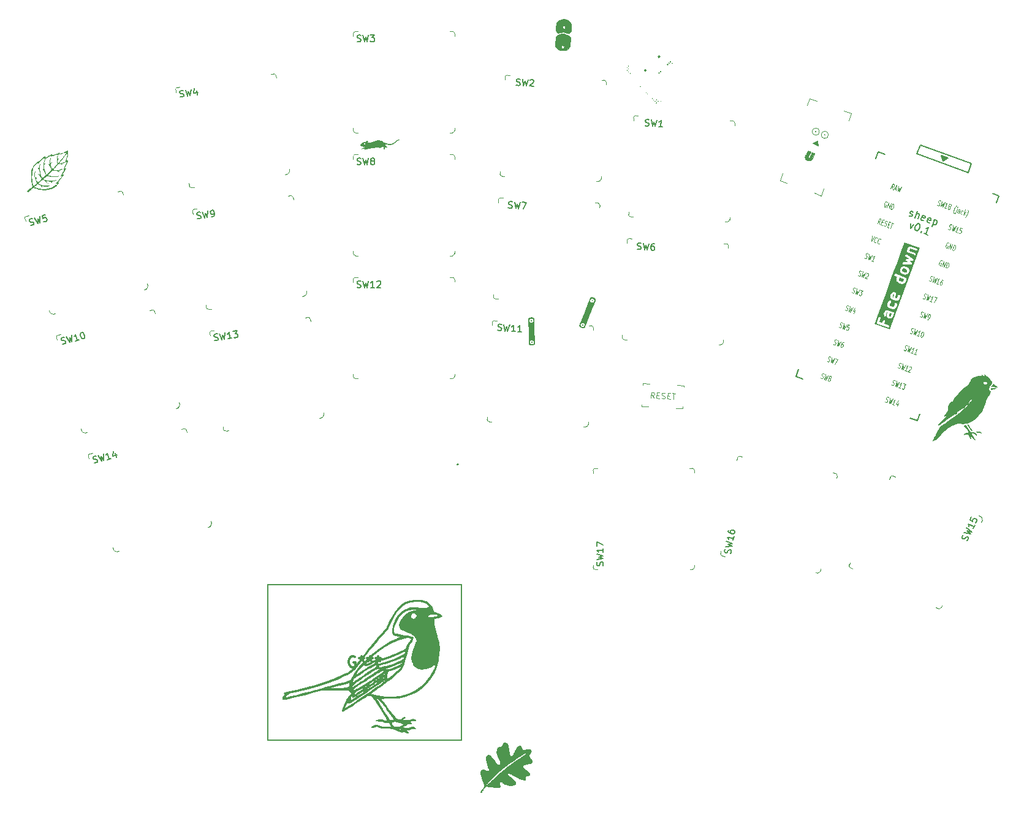
<source format=gbr>
%TF.GenerationSoftware,KiCad,Pcbnew,7.0.10*%
%TF.CreationDate,2024-03-09T20:05:54+01:00*%
%TF.ProjectId,sheep_v1,73686565-705f-4763-912e-6b696361645f,rev?*%
%TF.SameCoordinates,Original*%
%TF.FileFunction,Legend,Top*%
%TF.FilePolarity,Positive*%
%FSLAX46Y46*%
G04 Gerber Fmt 4.6, Leading zero omitted, Abs format (unit mm)*
G04 Created by KiCad (PCBNEW 7.0.10) date 2024-03-09 20:05:54*
%MOMM*%
%LPD*%
G01*
G04 APERTURE LIST*
%ADD10C,0.150000*%
%ADD11C,0.010000*%
%ADD12C,0.120000*%
%ADD13C,0.160000*%
%ADD14C,0.125000*%
%ADD15C,0.300000*%
%ADD16C,0.100000*%
G04 APERTURE END LIST*
D10*
X169804451Y-82519120D02*
X169877659Y-82596441D01*
X169877659Y-82596441D02*
X170056648Y-82661587D01*
X170056648Y-82661587D02*
X170162429Y-82649413D01*
X170162429Y-82649413D02*
X170239750Y-82576206D01*
X170239750Y-82576206D02*
X170256036Y-82531458D01*
X170256036Y-82531458D02*
X170243862Y-82425677D01*
X170243862Y-82425677D02*
X170170654Y-82348357D01*
X170170654Y-82348357D02*
X170036413Y-82299497D01*
X170036413Y-82299497D02*
X169963205Y-82222176D01*
X169963205Y-82222176D02*
X169951031Y-82116395D01*
X169951031Y-82116395D02*
X169967317Y-82071647D01*
X169967317Y-82071647D02*
X170044638Y-81998440D01*
X170044638Y-81998440D02*
X170150419Y-81986266D01*
X170150419Y-81986266D02*
X170284661Y-82035126D01*
X170284661Y-82035126D02*
X170357869Y-82112446D01*
X170593615Y-82857028D02*
X170935635Y-81917335D01*
X170996340Y-83003608D02*
X171175494Y-82511388D01*
X171175494Y-82511388D02*
X171163320Y-82405606D01*
X171163320Y-82405606D02*
X171090112Y-82328286D01*
X171090112Y-82328286D02*
X170955870Y-82279426D01*
X170955870Y-82279426D02*
X170850089Y-82291600D01*
X170850089Y-82291600D02*
X170789055Y-82320060D01*
X171818078Y-83252020D02*
X171712297Y-83264194D01*
X171712297Y-83264194D02*
X171533308Y-83199048D01*
X171533308Y-83199048D02*
X171460100Y-83121727D01*
X171460100Y-83121727D02*
X171447926Y-83015946D01*
X171447926Y-83015946D02*
X171578219Y-82657968D01*
X171578219Y-82657968D02*
X171655540Y-82584760D01*
X171655540Y-82584760D02*
X171761321Y-82572586D01*
X171761321Y-82572586D02*
X171940310Y-82637733D01*
X171940310Y-82637733D02*
X172013518Y-82715053D01*
X172013518Y-82715053D02*
X172025692Y-82820834D01*
X172025692Y-82820834D02*
X171993119Y-82910329D01*
X171993119Y-82910329D02*
X171513073Y-82836957D01*
X172623529Y-83545181D02*
X172517748Y-83557355D01*
X172517748Y-83557355D02*
X172338759Y-83492208D01*
X172338759Y-83492208D02*
X172265551Y-83414887D01*
X172265551Y-83414887D02*
X172253377Y-83309106D01*
X172253377Y-83309106D02*
X172383670Y-82951128D01*
X172383670Y-82951128D02*
X172460991Y-82877920D01*
X172460991Y-82877920D02*
X172566772Y-82865746D01*
X172566772Y-82865746D02*
X172745761Y-82930893D01*
X172745761Y-82930893D02*
X172818969Y-83008213D01*
X172818969Y-83008213D02*
X172831143Y-83113995D01*
X172831143Y-83113995D02*
X172798570Y-83203489D01*
X172798570Y-83203489D02*
X172318524Y-83130117D01*
X173282729Y-83126333D02*
X172940708Y-84066026D01*
X173266442Y-83171080D02*
X173372223Y-83158906D01*
X173372223Y-83158906D02*
X173551212Y-83224053D01*
X173551212Y-83224053D02*
X173624420Y-83301374D01*
X173624420Y-83301374D02*
X173652881Y-83362408D01*
X173652881Y-83362408D02*
X173665055Y-83468189D01*
X173665055Y-83468189D02*
X173567335Y-83736672D01*
X173567335Y-83736672D02*
X173490014Y-83809880D01*
X173490014Y-83809880D02*
X173428980Y-83838341D01*
X173428980Y-83838341D02*
X173323199Y-83850515D01*
X173323199Y-83850515D02*
X173144210Y-83785368D01*
X173144210Y-83785368D02*
X173071002Y-83708047D01*
X169980120Y-83637608D02*
X169975843Y-84345503D01*
X169975843Y-84345503D02*
X170427593Y-83800474D01*
X171078567Y-83682684D02*
X171168061Y-83715257D01*
X171168061Y-83715257D02*
X171241269Y-83792578D01*
X171241269Y-83792578D02*
X171269730Y-83853612D01*
X171269730Y-83853612D02*
X171281904Y-83959393D01*
X171281904Y-83959393D02*
X171261504Y-84154669D01*
X171261504Y-84154669D02*
X171180071Y-84378405D01*
X171180071Y-84378405D02*
X171070177Y-84541107D01*
X171070177Y-84541107D02*
X170992856Y-84614315D01*
X170992856Y-84614315D02*
X170931822Y-84642776D01*
X170931822Y-84642776D02*
X170826041Y-84654950D01*
X170826041Y-84654950D02*
X170736547Y-84622376D01*
X170736547Y-84622376D02*
X170663339Y-84545056D01*
X170663339Y-84545056D02*
X170634878Y-84484022D01*
X170634878Y-84484022D02*
X170622704Y-84378241D01*
X170622704Y-84378241D02*
X170643104Y-84182965D01*
X170643104Y-84182965D02*
X170724537Y-83959228D01*
X170724537Y-83959228D02*
X170834431Y-83796526D01*
X170834431Y-83796526D02*
X170911752Y-83723318D01*
X170911752Y-83723318D02*
X170972786Y-83694858D01*
X170972786Y-83694858D02*
X171078567Y-83682684D01*
X171485076Y-84793469D02*
X171513537Y-84854503D01*
X171513537Y-84854503D02*
X171452503Y-84882963D01*
X171452503Y-84882963D02*
X171424042Y-84821929D01*
X171424042Y-84821929D02*
X171485076Y-84793469D01*
X171485076Y-84793469D02*
X171452503Y-84882963D01*
X172392195Y-85224983D02*
X171855228Y-85029543D01*
X172123712Y-85127263D02*
X172465732Y-84187570D01*
X172465732Y-84187570D02*
X172327377Y-84289239D01*
X172327377Y-84289239D02*
X172205309Y-84346160D01*
X172205309Y-84346160D02*
X172099528Y-84358334D01*
D11*
X156489824Y-73885930D02*
X156400000Y-73850000D01*
X155420000Y-74578051D02*
X155430000Y-74630000D01*
X156210000Y-74900000D02*
X156250000Y-74880000D01*
D12*
X157207225Y-72900000D02*
X156457225Y-72600000D01*
X157100000Y-72200000D01*
X157207225Y-72900000D01*
G36*
X157207225Y-72900000D02*
G01*
X156457225Y-72600000D01*
X157100000Y-72200000D01*
X157207225Y-72900000D01*
G37*
D11*
X155940000Y-73650000D02*
X156020000Y-73690000D01*
X156020000Y-74580000D02*
X156040000Y-74560000D01*
X155940000Y-73650000D02*
X156020000Y-73690000D01*
X156200000Y-73750000D01*
X156108588Y-73932825D01*
X156090120Y-73966466D01*
X156040000Y-74050000D01*
X156020000Y-74080000D01*
X156000000Y-74110000D01*
X155980000Y-74150000D01*
X155959879Y-74183535D01*
X155941413Y-74217174D01*
X155915891Y-74268217D01*
X155901165Y-74300482D01*
X155888763Y-74333710D01*
X155870000Y-74390000D01*
X155860000Y-74430000D01*
X155856450Y-74451046D01*
X155850000Y-74490000D01*
X155850000Y-74550000D01*
X155860000Y-74580000D01*
X155880000Y-74600000D01*
X155910000Y-74610000D01*
X155950000Y-74610000D01*
X155990000Y-74600000D01*
X156020000Y-74580000D01*
X156040000Y-74560000D01*
X156070000Y-74510000D01*
X156090000Y-74470000D01*
X156110000Y-74420000D01*
X156140000Y-74350000D01*
X156210000Y-74210000D01*
X156250000Y-74140000D01*
X156280000Y-74090000D01*
X156400000Y-73850000D01*
X156489824Y-73885930D01*
X156640000Y-73940000D01*
X156700151Y-73959496D01*
X156740000Y-73970000D01*
X156649302Y-74201745D01*
X156549606Y-74449823D01*
X156449164Y-74649514D01*
X156377463Y-74758805D01*
X156348108Y-74798448D01*
X156314992Y-74835008D01*
X156250000Y-74880000D01*
X156210000Y-74900000D01*
X156160000Y-74920000D01*
X156109715Y-74935071D01*
X156049538Y-74946247D01*
X155988447Y-74950000D01*
X155900000Y-74950000D01*
X155851738Y-74940977D01*
X155800000Y-74930000D01*
X155650000Y-74870000D01*
X155600000Y-74840000D01*
X155560000Y-74810000D01*
X155470000Y-74720000D01*
X155450000Y-74690000D01*
X155430000Y-74630000D01*
X155420000Y-74578051D01*
X155420000Y-74540000D01*
X155425983Y-74500934D01*
X155430000Y-74480000D01*
X155440000Y-74440000D01*
X155450000Y-74410000D01*
X155460000Y-74370000D01*
X155480000Y-74310000D01*
X155501375Y-74250560D01*
X155517245Y-74215509D01*
X155660000Y-73930000D01*
X155780000Y-73720000D01*
X155850000Y-73600000D01*
X155940000Y-73650000D01*
G36*
X155940000Y-73650000D02*
G01*
X156020000Y-73690000D01*
X156200000Y-73750000D01*
X156108588Y-73932825D01*
X156090120Y-73966466D01*
X156040000Y-74050000D01*
X156020000Y-74080000D01*
X156000000Y-74110000D01*
X155980000Y-74150000D01*
X155959879Y-74183535D01*
X155941413Y-74217174D01*
X155915891Y-74268217D01*
X155901165Y-74300482D01*
X155888763Y-74333710D01*
X155870000Y-74390000D01*
X155860000Y-74430000D01*
X155856450Y-74451046D01*
X155850000Y-74490000D01*
X155850000Y-74550000D01*
X155860000Y-74580000D01*
X155880000Y-74600000D01*
X155910000Y-74610000D01*
X155950000Y-74610000D01*
X155990000Y-74600000D01*
X156020000Y-74580000D01*
X156040000Y-74560000D01*
X156070000Y-74510000D01*
X156090000Y-74470000D01*
X156110000Y-74420000D01*
X156140000Y-74350000D01*
X156210000Y-74210000D01*
X156250000Y-74140000D01*
X156280000Y-74090000D01*
X156400000Y-73850000D01*
X156489824Y-73885930D01*
X156640000Y-73940000D01*
X156700151Y-73959496D01*
X156740000Y-73970000D01*
X156649302Y-74201745D01*
X156549606Y-74449823D01*
X156449164Y-74649514D01*
X156377463Y-74758805D01*
X156348108Y-74798448D01*
X156314992Y-74835008D01*
X156250000Y-74880000D01*
X156210000Y-74900000D01*
X156160000Y-74920000D01*
X156109715Y-74935071D01*
X156049538Y-74946247D01*
X155988447Y-74950000D01*
X155900000Y-74950000D01*
X155851738Y-74940977D01*
X155800000Y-74930000D01*
X155650000Y-74870000D01*
X155600000Y-74840000D01*
X155560000Y-74810000D01*
X155470000Y-74720000D01*
X155450000Y-74690000D01*
X155430000Y-74630000D01*
X155420000Y-74578051D01*
X155420000Y-74540000D01*
X155425983Y-74500934D01*
X155430000Y-74480000D01*
X155440000Y-74440000D01*
X155450000Y-74410000D01*
X155460000Y-74370000D01*
X155480000Y-74310000D01*
X155501375Y-74250560D01*
X155517245Y-74215509D01*
X155660000Y-73930000D01*
X155780000Y-73720000D01*
X155850000Y-73600000D01*
X155940000Y-73650000D01*
G37*
X155430000Y-74630000D02*
X155440000Y-74660000D01*
X156290000Y-74070000D02*
X156400000Y-73850000D01*
X155988447Y-74950008D02*
G75*
G03*
X156109715Y-74935070I-147J500908D01*
G01*
X156650685Y-74198250D02*
X156740000Y-73970000D01*
X156463922Y-74622157D02*
X156540700Y-74468601D01*
X155760594Y-74914242D02*
G75*
G03*
X155946291Y-74950000I185706J464342D01*
G01*
X155656886Y-73937952D02*
G75*
G03*
X155643794Y-73962413I433314J-247648D01*
G01*
X155440000Y-74660000D02*
X155450000Y-74690000D01*
X155850000Y-73600000D02*
X155940000Y-73650000D01*
X155643793Y-73962413D02*
X155517245Y-74215509D01*
X156140000Y-74350000D02*
X156200000Y-74230000D01*
D12*
X157400000Y-70950000D02*
G75*
G03*
X156400000Y-70950000I-500000J0D01*
G01*
X156400000Y-70950000D02*
G75*
G03*
X157400000Y-70950000I500000J0D01*
G01*
D11*
X156678347Y-73952425D02*
G75*
G03*
X156722255Y-73965563I165253J472325D01*
G01*
D12*
X158650000Y-71400000D02*
G75*
G03*
X157650000Y-71400000I-500000J0D01*
G01*
X157650000Y-71400000D02*
G75*
G03*
X158650000Y-71400000I500000J0D01*
G01*
D11*
X156070000Y-74510000D02*
X156040000Y-74560000D01*
X155450000Y-74690000D02*
X155470000Y-74720000D01*
X155443802Y-74425668D02*
G75*
G03*
X155420000Y-74578051I476198J-152432D01*
G01*
X156109715Y-74935071D02*
X156160000Y-74920000D01*
X156090000Y-74470000D02*
X156070000Y-74510000D01*
X155527438Y-74777422D02*
G75*
G03*
X155695289Y-74888115I353562J353522D01*
G01*
X155875658Y-74373025D02*
X155888763Y-74333710D01*
X156314985Y-74835001D02*
G75*
G03*
X156377463Y-74758805I-353785J353801D01*
G01*
X156108588Y-73932825D02*
X156200000Y-73750000D01*
X155850000Y-74550000D02*
X155850000Y-74531138D01*
X155470000Y-74720000D02*
X155527430Y-74777430D01*
X155959879Y-74183535D02*
X156090120Y-73966466D01*
X156020000Y-73690000D02*
X156110000Y-73720000D01*
X155850000Y-74550000D02*
X155860000Y-74580000D01*
X155950000Y-74610000D02*
X155990000Y-74600000D01*
X155959879Y-74183535D02*
G75*
G03*
X155941413Y-74217174I428421J-257065D01*
G01*
X155860000Y-74580000D02*
X155880000Y-74600000D01*
X155915889Y-74268216D02*
G75*
G03*
X155888763Y-74333710I447211J-223584D01*
G01*
X156090119Y-73966465D02*
G75*
G03*
X156108587Y-73932825I-425819J255665D01*
G01*
X156678348Y-73952422D02*
X156510344Y-73893620D01*
X156377463Y-74758805D02*
X156432733Y-74675901D01*
X155695289Y-74888115D02*
X155760596Y-74914238D01*
X155850000Y-73600000D02*
X155656885Y-73937951D01*
X155915891Y-74268217D02*
X155941413Y-74217174D01*
X156160000Y-74920000D02*
X156210000Y-74900000D01*
X156540700Y-74468601D02*
G75*
G03*
X156557724Y-74430691I-447200J223601D01*
G01*
X156432731Y-74675900D02*
G75*
G03*
X156463922Y-74622157I-415731J277200D01*
G01*
X155910000Y-74610000D02*
X155950000Y-74610000D01*
D12*
X158220711Y-71400000D02*
G75*
G03*
X158079289Y-71400000I-70711J0D01*
G01*
X158079289Y-71400000D02*
G75*
G03*
X158220711Y-71400000I70711J0D01*
G01*
D11*
X155875671Y-74373029D02*
G75*
G03*
X155850000Y-74531138I473829J-158071D01*
G01*
X156649302Y-74201745D02*
G75*
G03*
X156650685Y-74198250I-430702J172445D01*
G01*
X156557724Y-74430691D02*
X156649302Y-74201745D01*
X155488247Y-74286728D02*
X155443788Y-74425663D01*
X156110000Y-73720000D02*
X156200000Y-73750000D01*
D12*
X156970711Y-70950000D02*
G75*
G03*
X156829289Y-70950000I-70711J0D01*
G01*
X156829289Y-70950000D02*
G75*
G03*
X156970711Y-70950000I70711J0D01*
G01*
D11*
X155880000Y-74600000D02*
X155910000Y-74610000D01*
X155990000Y-74600000D02*
X156020000Y-74580000D01*
X156140000Y-74350000D02*
X156110000Y-74420000D01*
X156200000Y-74230000D02*
X156290000Y-74070000D01*
X155946291Y-74950000D02*
X155988447Y-74950000D01*
X156740000Y-73970000D02*
X156722255Y-73965564D01*
X156110000Y-74420000D02*
X156090000Y-74470000D01*
X155517241Y-74215507D02*
G75*
G03*
X155488247Y-74286728I447259J-223593D01*
G01*
X156489824Y-73885929D02*
G75*
G03*
X156510344Y-73893620I186376J466029D01*
G01*
X156250000Y-74880000D02*
X156314992Y-74835008D01*
D13*
X93526691Y-92465180D02*
X93655263Y-92508037D01*
X93655263Y-92508037D02*
X93869548Y-92508037D01*
X93869548Y-92508037D02*
X93955263Y-92465180D01*
X93955263Y-92465180D02*
X93998120Y-92422322D01*
X93998120Y-92422322D02*
X94040977Y-92336608D01*
X94040977Y-92336608D02*
X94040977Y-92250894D01*
X94040977Y-92250894D02*
X93998120Y-92165180D01*
X93998120Y-92165180D02*
X93955263Y-92122322D01*
X93955263Y-92122322D02*
X93869548Y-92079465D01*
X93869548Y-92079465D02*
X93698120Y-92036608D01*
X93698120Y-92036608D02*
X93612405Y-91993751D01*
X93612405Y-91993751D02*
X93569548Y-91950894D01*
X93569548Y-91950894D02*
X93526691Y-91865180D01*
X93526691Y-91865180D02*
X93526691Y-91779465D01*
X93526691Y-91779465D02*
X93569548Y-91693751D01*
X93569548Y-91693751D02*
X93612405Y-91650894D01*
X93612405Y-91650894D02*
X93698120Y-91608037D01*
X93698120Y-91608037D02*
X93912405Y-91608037D01*
X93912405Y-91608037D02*
X94040977Y-91650894D01*
X94340977Y-91608037D02*
X94555263Y-92508037D01*
X94555263Y-92508037D02*
X94726691Y-91865180D01*
X94726691Y-91865180D02*
X94898120Y-92508037D01*
X94898120Y-92508037D02*
X95112406Y-91608037D01*
X95926691Y-92508037D02*
X95412405Y-92508037D01*
X95669548Y-92508037D02*
X95669548Y-91608037D01*
X95669548Y-91608037D02*
X95583834Y-91736608D01*
X95583834Y-91736608D02*
X95498119Y-91822322D01*
X95498119Y-91822322D02*
X95412405Y-91865180D01*
X96269548Y-91693751D02*
X96312405Y-91650894D01*
X96312405Y-91650894D02*
X96398120Y-91608037D01*
X96398120Y-91608037D02*
X96612405Y-91608037D01*
X96612405Y-91608037D02*
X96698120Y-91650894D01*
X96698120Y-91650894D02*
X96740977Y-91693751D01*
X96740977Y-91693751D02*
X96783834Y-91779465D01*
X96783834Y-91779465D02*
X96783834Y-91865180D01*
X96783834Y-91865180D02*
X96740977Y-91993751D01*
X96740977Y-91993751D02*
X96226691Y-92508037D01*
X96226691Y-92508037D02*
X96783834Y-92508037D01*
D14*
X160106517Y-97963812D02*
X160161423Y-98021802D01*
X160161423Y-98021802D02*
X160273291Y-98062519D01*
X160273291Y-98062519D02*
X160330253Y-98045245D01*
X160330253Y-98045245D02*
X160364842Y-98019828D01*
X160364842Y-98019828D02*
X160411646Y-97960850D01*
X160411646Y-97960850D02*
X160436076Y-97893729D01*
X160436076Y-97893729D02*
X160438132Y-97818465D01*
X160438132Y-97818465D02*
X160427973Y-97776761D01*
X160427973Y-97776761D02*
X160395441Y-97726914D01*
X160395441Y-97726914D02*
X160318162Y-97660780D01*
X160318162Y-97660780D02*
X160285629Y-97610933D01*
X160285629Y-97610933D02*
X160275471Y-97569229D01*
X160275471Y-97569229D02*
X160277527Y-97493965D01*
X160277527Y-97493965D02*
X160301957Y-97426844D01*
X160301957Y-97426844D02*
X160348761Y-97367867D01*
X160348761Y-97367867D02*
X160383349Y-97342450D01*
X160383349Y-97342450D02*
X160440312Y-97325176D01*
X160440312Y-97325176D02*
X160552180Y-97365893D01*
X160552180Y-97365893D02*
X160607086Y-97423883D01*
X160775916Y-97447326D02*
X160631269Y-98192812D01*
X160631269Y-98192812D02*
X160903988Y-97721978D01*
X160903988Y-97721978D02*
X160810258Y-98257959D01*
X160810258Y-98257959D02*
X161178641Y-97593906D01*
X161581367Y-97740486D02*
X161357631Y-97659053D01*
X161357631Y-97659053D02*
X161213107Y-97986514D01*
X161213107Y-97986514D02*
X161247695Y-97961097D01*
X161247695Y-97961097D02*
X161304658Y-97943823D01*
X161304658Y-97943823D02*
X161416526Y-97984540D01*
X161416526Y-97984540D02*
X161449058Y-98034387D01*
X161449058Y-98034387D02*
X161459217Y-98076091D01*
X161459217Y-98076091D02*
X161457160Y-98151355D01*
X161457160Y-98151355D02*
X161396085Y-98319157D01*
X161396085Y-98319157D02*
X161349282Y-98378135D01*
X161349282Y-98378135D02*
X161314693Y-98403552D01*
X161314693Y-98403552D02*
X161257731Y-98420825D01*
X161257731Y-98420825D02*
X161145863Y-98380109D01*
X161145863Y-98380109D02*
X161113330Y-98330262D01*
X161113330Y-98330262D02*
X161103172Y-98288558D01*
D15*
G36*
X167364463Y-96140769D02*
G01*
X167368076Y-96172163D01*
X167270147Y-96441220D01*
X167216187Y-96492310D01*
X167142367Y-96500806D01*
X167074674Y-96476168D01*
X167023584Y-96422207D01*
X167015088Y-96348387D01*
X167122684Y-96052769D01*
X167364463Y-96140769D01*
G37*
G36*
X167639131Y-93869143D02*
G01*
X167575859Y-93846113D01*
X167524769Y-93792153D01*
X167516273Y-93718334D01*
X167589772Y-93516398D01*
X167643731Y-93465308D01*
X167701878Y-93458616D01*
X167639131Y-93869143D01*
G37*
G36*
X169098994Y-91375185D02*
G01*
X169102607Y-91406580D01*
X169029109Y-91608515D01*
X168956517Y-91677246D01*
X168909087Y-91699363D01*
X168809777Y-91710792D01*
X168473600Y-91588433D01*
X168404869Y-91515841D01*
X168382752Y-91468412D01*
X168371323Y-91369102D01*
X168444822Y-91167167D01*
X168467771Y-91145438D01*
X169098994Y-91375185D01*
G37*
G36*
X169440070Y-89979073D02*
G01*
X169508800Y-90051663D01*
X169530918Y-90099093D01*
X169542347Y-90198404D01*
X169493279Y-90333218D01*
X169420686Y-90401949D01*
X169373257Y-90424066D01*
X169273947Y-90435495D01*
X168937770Y-90313136D01*
X168869039Y-90240544D01*
X168846922Y-90193115D01*
X168835493Y-90093805D01*
X168884562Y-89958991D01*
X168957152Y-89890261D01*
X169004582Y-89868143D01*
X169103893Y-89856714D01*
X169440070Y-89979073D01*
G37*
G36*
X171237244Y-87045389D02*
G01*
X167128116Y-98335126D01*
X165033942Y-97572909D01*
X165103706Y-97381233D01*
X165353131Y-97381233D01*
X165385945Y-97451604D01*
X165449549Y-97496140D01*
X166859088Y-98009170D01*
X166936438Y-98015937D01*
X167006809Y-97983123D01*
X167051345Y-97919519D01*
X167058112Y-97842169D01*
X167025298Y-97771798D01*
X166961694Y-97727262D01*
X166364317Y-97509835D01*
X166484025Y-97180942D01*
X166490792Y-97103591D01*
X166457978Y-97033220D01*
X166394374Y-96988685D01*
X166317024Y-96981917D01*
X166246653Y-97014732D01*
X166202117Y-97078336D01*
X166082409Y-97407228D01*
X165693109Y-97265535D01*
X165886106Y-96735280D01*
X165892873Y-96657930D01*
X165860059Y-96587558D01*
X165796455Y-96543023D01*
X165719105Y-96536255D01*
X165648734Y-96569070D01*
X165604198Y-96632674D01*
X165359898Y-97303883D01*
X165353131Y-97381233D01*
X165103706Y-97381233D01*
X165533302Y-96200927D01*
X166310283Y-96200927D01*
X166328542Y-96359599D01*
X166357081Y-96431809D01*
X166417902Y-96480076D01*
X166494708Y-96491466D01*
X166566919Y-96462928D01*
X166615186Y-96402107D01*
X166626575Y-96325301D01*
X166612363Y-96201807D01*
X166685862Y-95999871D01*
X166739821Y-95948781D01*
X166813642Y-95940286D01*
X166827496Y-95945329D01*
X166831109Y-95976723D01*
X166721070Y-96279055D01*
X166718064Y-96313405D01*
X166713008Y-96347508D01*
X166731269Y-96506179D01*
X166734640Y-96514709D01*
X166734390Y-96523881D01*
X166748735Y-96550374D01*
X166759808Y-96578390D01*
X166766993Y-96584092D01*
X166771362Y-96592160D01*
X166881174Y-96708140D01*
X166910543Y-96726183D01*
X166938794Y-96745965D01*
X167073034Y-96794825D01*
X167107385Y-96797830D01*
X167141488Y-96802887D01*
X167300159Y-96784626D01*
X167308689Y-96781254D01*
X167317861Y-96781505D01*
X167344354Y-96767159D01*
X167372370Y-96756087D01*
X167378072Y-96748901D01*
X167386140Y-96744533D01*
X167502120Y-96634721D01*
X167520163Y-96605351D01*
X167539945Y-96577101D01*
X167662095Y-96241496D01*
X167665100Y-96207145D01*
X167670157Y-96173043D01*
X167669413Y-96166582D01*
X167710955Y-96107255D01*
X167717722Y-96029905D01*
X167684907Y-95959534D01*
X167621304Y-95914998D01*
X166882974Y-95646268D01*
X166848626Y-95643263D01*
X166814522Y-95638206D01*
X166655850Y-95656466D01*
X166647318Y-95659837D01*
X166638147Y-95659587D01*
X166611656Y-95673931D01*
X166583639Y-95685004D01*
X166577935Y-95692191D01*
X166569869Y-95696559D01*
X166453889Y-95806371D01*
X166435840Y-95835749D01*
X166416065Y-95863991D01*
X166318345Y-96132475D01*
X166315340Y-96166822D01*
X166310283Y-96200927D01*
X165533302Y-96200927D01*
X166021902Y-94858510D01*
X166798883Y-94858510D01*
X166817144Y-95017181D01*
X166826020Y-95039639D01*
X166830214Y-95063424D01*
X166872905Y-95154974D01*
X166888427Y-95173473D01*
X166899927Y-95194711D01*
X167009739Y-95310692D01*
X167039113Y-95328739D01*
X167067359Y-95348517D01*
X167470085Y-95495097D01*
X167504432Y-95498101D01*
X167538537Y-95503159D01*
X167697209Y-95484900D01*
X167719671Y-95476022D01*
X167743453Y-95471829D01*
X167835003Y-95429138D01*
X167853503Y-95413614D01*
X167874740Y-95402115D01*
X167990720Y-95292303D01*
X168008763Y-95262933D01*
X168028545Y-95234683D01*
X168126265Y-94966199D01*
X168129269Y-94931851D01*
X168134327Y-94897747D01*
X168116067Y-94739075D01*
X168087529Y-94666864D01*
X168026708Y-94618597D01*
X167949902Y-94607208D01*
X167877691Y-94635746D01*
X167829424Y-94696567D01*
X167818035Y-94773373D01*
X167832246Y-94896867D01*
X167758747Y-95098802D01*
X167686156Y-95167532D01*
X167638726Y-95189650D01*
X167539417Y-95201078D01*
X167203240Y-95078720D01*
X167134509Y-95006128D01*
X167112392Y-94958698D01*
X167100963Y-94859389D01*
X167174462Y-94657453D01*
X167264729Y-94571987D01*
X167305374Y-94505830D01*
X167307495Y-94428213D01*
X167270523Y-94359935D01*
X167204365Y-94319290D01*
X167126748Y-94317169D01*
X167058470Y-94354141D01*
X166942489Y-94463953D01*
X166924437Y-94493334D01*
X166904665Y-94521573D01*
X166806945Y-94790057D01*
X166803939Y-94824407D01*
X166798883Y-94858510D01*
X166021902Y-94858510D01*
X166437212Y-93717455D01*
X167214193Y-93717455D01*
X167232454Y-93876126D01*
X167235825Y-93884656D01*
X167235575Y-93893827D01*
X167249920Y-93920319D01*
X167260993Y-93948336D01*
X167268178Y-93954038D01*
X167272547Y-93962106D01*
X167382359Y-94078086D01*
X167411728Y-94096129D01*
X167439979Y-94115911D01*
X167976946Y-94311351D01*
X168011293Y-94314355D01*
X168045398Y-94319413D01*
X168204070Y-94301154D01*
X168212603Y-94297781D01*
X168221773Y-94298032D01*
X168248262Y-94283688D01*
X168276280Y-94272615D01*
X168281982Y-94265428D01*
X168290051Y-94261060D01*
X168406031Y-94151248D01*
X168424079Y-94121869D01*
X168443855Y-94093628D01*
X168541576Y-93825144D01*
X168544581Y-93790793D01*
X168549638Y-93756691D01*
X168531377Y-93598019D01*
X168502838Y-93525809D01*
X168442017Y-93477542D01*
X168365211Y-93466153D01*
X168293001Y-93494692D01*
X168244734Y-93555513D01*
X168233345Y-93632319D01*
X168247557Y-93755811D01*
X168174058Y-93957747D01*
X168120098Y-94008837D01*
X168046278Y-94017332D01*
X167926622Y-93973781D01*
X168018101Y-93375272D01*
X168015410Y-93350942D01*
X168017544Y-93326561D01*
X168011213Y-93312984D01*
X168009567Y-93298096D01*
X167995074Y-93278373D01*
X167984730Y-93256190D01*
X167972459Y-93247597D01*
X167963589Y-93235527D01*
X167941175Y-93225693D01*
X167921126Y-93211654D01*
X167786885Y-93162794D01*
X167752534Y-93159788D01*
X167718432Y-93154732D01*
X167559760Y-93172993D01*
X167551229Y-93176364D01*
X167542058Y-93176114D01*
X167515564Y-93190460D01*
X167487550Y-93201532D01*
X167481847Y-93208717D01*
X167473780Y-93213086D01*
X167357799Y-93322898D01*
X167339747Y-93352279D01*
X167319975Y-93380518D01*
X167222255Y-93649002D01*
X167219249Y-93683352D01*
X167214193Y-93717455D01*
X166437212Y-93717455D01*
X167497847Y-90803385D01*
X167747272Y-90803385D01*
X167780086Y-90873756D01*
X167843690Y-90918292D01*
X168172582Y-91037998D01*
X168077305Y-91299770D01*
X168074299Y-91334120D01*
X168069243Y-91368223D01*
X168087504Y-91526894D01*
X168096379Y-91549352D01*
X168100574Y-91573138D01*
X168143265Y-91664688D01*
X168158788Y-91683188D01*
X168170288Y-91704426D01*
X168280100Y-91820406D01*
X168309469Y-91838449D01*
X168337720Y-91858231D01*
X168740445Y-92004811D01*
X168774795Y-92007816D01*
X168808898Y-92012873D01*
X168967569Y-91994612D01*
X168990027Y-91985736D01*
X169013813Y-91981542D01*
X169105363Y-91938851D01*
X169123862Y-91923328D01*
X169145100Y-91911829D01*
X169261081Y-91802017D01*
X169279128Y-91772642D01*
X169298906Y-91744397D01*
X169396626Y-91475913D01*
X169399631Y-91441563D01*
X169404688Y-91407460D01*
X169403944Y-91400998D01*
X169445486Y-91341671D01*
X169452253Y-91264321D01*
X169419439Y-91193950D01*
X169355835Y-91149414D01*
X167946296Y-90636384D01*
X167868946Y-90629617D01*
X167798575Y-90662431D01*
X167754039Y-90726035D01*
X167747272Y-90803385D01*
X167497847Y-90803385D01*
X167756433Y-90092926D01*
X168533413Y-90092926D01*
X168551674Y-90251597D01*
X168560549Y-90274055D01*
X168564744Y-90297841D01*
X168607435Y-90389391D01*
X168622958Y-90407891D01*
X168634458Y-90429129D01*
X168744270Y-90545109D01*
X168773639Y-90563152D01*
X168801890Y-90582934D01*
X169204615Y-90729514D01*
X169238965Y-90732519D01*
X169273068Y-90737576D01*
X169431739Y-90719315D01*
X169454197Y-90710439D01*
X169477983Y-90706245D01*
X169569533Y-90663554D01*
X169588033Y-90648030D01*
X169609271Y-90636531D01*
X169725251Y-90526719D01*
X169743294Y-90497349D01*
X169763076Y-90469099D01*
X169836366Y-90267737D01*
X169839371Y-90233386D01*
X169844428Y-90199284D01*
X169826167Y-90040612D01*
X169817290Y-90018153D01*
X169813097Y-89994369D01*
X169770406Y-89902818D01*
X169754882Y-89884317D01*
X169743383Y-89863081D01*
X169633571Y-89747100D01*
X169604189Y-89729048D01*
X169575951Y-89709276D01*
X169173226Y-89562696D01*
X169138875Y-89559690D01*
X169104773Y-89554634D01*
X168946101Y-89572895D01*
X168923642Y-89581771D01*
X168899858Y-89585965D01*
X168808307Y-89628656D01*
X168789806Y-89644179D01*
X168768570Y-89655679D01*
X168652589Y-89765491D01*
X168634537Y-89794872D01*
X168614765Y-89823111D01*
X168541475Y-90024473D01*
X168538469Y-90058823D01*
X168533413Y-90092926D01*
X167756433Y-90092926D01*
X168108556Y-89125477D01*
X168874825Y-89125477D01*
X168889568Y-89201710D01*
X168940453Y-89260359D01*
X169013844Y-89285708D01*
X170051256Y-89359245D01*
X170079744Y-89353735D01*
X170108708Y-89352117D01*
X170117348Y-89346463D01*
X170127489Y-89344502D01*
X170149406Y-89325486D01*
X170173681Y-89309602D01*
X170178336Y-89300385D01*
X170186138Y-89293617D01*
X170195609Y-89266192D01*
X170208691Y-89240298D01*
X170208114Y-89229986D01*
X170211486Y-89220226D01*
X170205977Y-89191742D01*
X170204359Y-89162773D01*
X170198704Y-89154132D01*
X170196744Y-89143993D01*
X170177729Y-89122076D01*
X170161844Y-89097801D01*
X169867903Y-88834973D01*
X170262017Y-88822579D01*
X170289790Y-88814192D01*
X170318443Y-88809627D01*
X170326463Y-88803119D01*
X170336348Y-88800135D01*
X170356207Y-88778985D01*
X170378738Y-88760705D01*
X170382429Y-88751060D01*
X170389499Y-88743532D01*
X170396123Y-88715284D01*
X170406495Y-88688190D01*
X170404869Y-88677992D01*
X170407228Y-88667938D01*
X170398840Y-88640160D01*
X170394275Y-88611512D01*
X170387769Y-88603493D01*
X170384784Y-88593607D01*
X170363635Y-88573748D01*
X170345354Y-88551216D01*
X169503382Y-87940713D01*
X169430867Y-87912956D01*
X169354189Y-87925175D01*
X169293894Y-87974097D01*
X169266137Y-88046612D01*
X169278356Y-88123290D01*
X169327278Y-88183585D01*
X169814025Y-88536519D01*
X169483658Y-88546910D01*
X169463034Y-88553137D01*
X169441526Y-88554339D01*
X169426507Y-88564166D01*
X169409327Y-88569354D01*
X169394582Y-88585056D01*
X169376554Y-88596853D01*
X169368460Y-88612874D01*
X169356176Y-88625957D01*
X169351257Y-88646929D01*
X169341544Y-88666158D01*
X169342545Y-88684076D01*
X169338447Y-88701551D01*
X169344674Y-88722174D01*
X169345876Y-88743683D01*
X169355703Y-88758701D01*
X169360891Y-88775882D01*
X169376593Y-88790626D01*
X169388390Y-88808655D01*
X169634786Y-89028969D01*
X169035056Y-88986458D01*
X168958823Y-89001201D01*
X168900174Y-89052086D01*
X168874825Y-89125477D01*
X168108556Y-89125477D01*
X168681536Y-87551228D01*
X169463049Y-87551228D01*
X169495863Y-87621599D01*
X169559467Y-87666135D01*
X170499160Y-88008156D01*
X170576510Y-88014923D01*
X170646882Y-87982109D01*
X170691417Y-87918505D01*
X170698185Y-87841155D01*
X170665370Y-87770784D01*
X170601766Y-87726248D01*
X169854699Y-87454337D01*
X169848553Y-87441157D01*
X169837124Y-87341848D01*
X169886193Y-87207033D01*
X169940152Y-87155943D01*
X170013973Y-87147447D01*
X170719030Y-87404067D01*
X170796380Y-87410834D01*
X170866751Y-87378020D01*
X170911287Y-87314416D01*
X170918054Y-87237066D01*
X170885239Y-87166695D01*
X170821636Y-87122159D01*
X170083306Y-86853429D01*
X170048955Y-86850423D01*
X170014853Y-86845367D01*
X169856181Y-86863628D01*
X169847650Y-86866999D01*
X169838479Y-86866749D01*
X169811985Y-86881095D01*
X169783971Y-86892167D01*
X169778268Y-86899352D01*
X169770201Y-86903721D01*
X169654220Y-87013533D01*
X169636168Y-87042914D01*
X169616396Y-87071153D01*
X169543106Y-87272516D01*
X169540100Y-87306866D01*
X169535044Y-87340969D01*
X169541559Y-87397586D01*
X169514352Y-87410274D01*
X169469816Y-87473878D01*
X169463049Y-87551228D01*
X168681536Y-87551228D01*
X169143070Y-86283173D01*
X171237244Y-87045389D01*
G37*
D14*
X172565867Y-91553576D02*
X172620772Y-91611566D01*
X172620772Y-91611566D02*
X172732641Y-91652283D01*
X172732641Y-91652283D02*
X172789603Y-91635009D01*
X172789603Y-91635009D02*
X172824192Y-91609592D01*
X172824192Y-91609592D02*
X172870995Y-91550615D01*
X172870995Y-91550615D02*
X172895425Y-91483494D01*
X172895425Y-91483494D02*
X172897482Y-91408229D01*
X172897482Y-91408229D02*
X172887323Y-91366526D01*
X172887323Y-91366526D02*
X172854791Y-91316678D01*
X172854791Y-91316678D02*
X172777511Y-91250545D01*
X172777511Y-91250545D02*
X172744979Y-91200698D01*
X172744979Y-91200698D02*
X172734820Y-91158994D01*
X172734820Y-91158994D02*
X172736877Y-91083730D01*
X172736877Y-91083730D02*
X172761307Y-91016609D01*
X172761307Y-91016609D02*
X172808110Y-90957631D01*
X172808110Y-90957631D02*
X172842699Y-90932214D01*
X172842699Y-90932214D02*
X172899661Y-90914940D01*
X172899661Y-90914940D02*
X173011529Y-90955657D01*
X173011529Y-90955657D02*
X173066435Y-91013647D01*
X173235265Y-91037090D02*
X173090618Y-91782576D01*
X173090618Y-91782576D02*
X173363338Y-91311743D01*
X173363338Y-91311743D02*
X173269607Y-91847723D01*
X173269607Y-91847723D02*
X173637991Y-91183670D01*
X173806575Y-92043163D02*
X173538091Y-91945443D01*
X173672333Y-91994303D02*
X173928848Y-91289534D01*
X173928848Y-91289534D02*
X173847456Y-91373928D01*
X173847456Y-91373928D02*
X173778279Y-91424763D01*
X173778279Y-91424763D02*
X173721316Y-91442036D01*
X174465815Y-91484974D02*
X174376321Y-91452400D01*
X174376321Y-91452400D02*
X174319358Y-91469674D01*
X174319358Y-91469674D02*
X174284770Y-91495091D01*
X174284770Y-91495091D02*
X174203377Y-91579486D01*
X174203377Y-91579486D02*
X174132144Y-91705584D01*
X174132144Y-91705584D02*
X174034424Y-91974068D01*
X174034424Y-91974068D02*
X174032367Y-92049332D01*
X174032367Y-92049332D02*
X174042526Y-92091036D01*
X174042526Y-92091036D02*
X174075058Y-92140883D01*
X174075058Y-92140883D02*
X174164553Y-92173456D01*
X174164553Y-92173456D02*
X174221515Y-92156183D01*
X174221515Y-92156183D02*
X174256104Y-92130765D01*
X174256104Y-92130765D02*
X174302907Y-92071788D01*
X174302907Y-92071788D02*
X174363982Y-91903986D01*
X174363982Y-91903986D02*
X174366039Y-91828721D01*
X174366039Y-91828721D02*
X174355880Y-91787018D01*
X174355880Y-91787018D02*
X174323348Y-91737171D01*
X174323348Y-91737171D02*
X174233853Y-91704597D01*
X174233853Y-91704597D02*
X174176891Y-91721871D01*
X174176891Y-91721871D02*
X174142302Y-91747288D01*
X174142302Y-91747288D02*
X174095499Y-91806266D01*
X158454508Y-102678098D02*
X158509414Y-102736088D01*
X158509414Y-102736088D02*
X158621282Y-102776805D01*
X158621282Y-102776805D02*
X158678244Y-102759531D01*
X158678244Y-102759531D02*
X158712833Y-102734114D01*
X158712833Y-102734114D02*
X158759637Y-102675136D01*
X158759637Y-102675136D02*
X158784067Y-102608015D01*
X158784067Y-102608015D02*
X158786123Y-102532751D01*
X158786123Y-102532751D02*
X158775964Y-102491047D01*
X158775964Y-102491047D02*
X158743432Y-102441200D01*
X158743432Y-102441200D02*
X158666153Y-102375066D01*
X158666153Y-102375066D02*
X158633620Y-102325219D01*
X158633620Y-102325219D02*
X158623462Y-102283515D01*
X158623462Y-102283515D02*
X158625518Y-102208251D01*
X158625518Y-102208251D02*
X158649948Y-102141130D01*
X158649948Y-102141130D02*
X158696752Y-102082153D01*
X158696752Y-102082153D02*
X158731340Y-102056736D01*
X158731340Y-102056736D02*
X158788303Y-102039462D01*
X158788303Y-102039462D02*
X158900171Y-102080179D01*
X158900171Y-102080179D02*
X158955077Y-102138169D01*
X159123907Y-102161612D02*
X158979260Y-102907098D01*
X158979260Y-102907098D02*
X159251979Y-102436264D01*
X159251979Y-102436264D02*
X159158249Y-102972245D01*
X159158249Y-102972245D02*
X159526632Y-102308192D01*
X159660874Y-102357052D02*
X159974105Y-102471059D01*
X159974105Y-102471059D02*
X159516227Y-103102538D01*
X173673153Y-81080698D02*
X173728058Y-81138688D01*
X173728058Y-81138688D02*
X173839927Y-81179405D01*
X173839927Y-81179405D02*
X173896889Y-81162131D01*
X173896889Y-81162131D02*
X173931478Y-81136714D01*
X173931478Y-81136714D02*
X173978281Y-81077737D01*
X173978281Y-81077737D02*
X174002711Y-81010616D01*
X174002711Y-81010616D02*
X174004768Y-80935352D01*
X174004768Y-80935352D02*
X173994609Y-80893648D01*
X173994609Y-80893648D02*
X173962077Y-80843801D01*
X173962077Y-80843801D02*
X173884797Y-80777667D01*
X173884797Y-80777667D02*
X173852265Y-80727820D01*
X173852265Y-80727820D02*
X173842106Y-80686116D01*
X173842106Y-80686116D02*
X173844163Y-80610852D01*
X173844163Y-80610852D02*
X173868593Y-80543731D01*
X173868593Y-80543731D02*
X173915396Y-80484753D01*
X173915396Y-80484753D02*
X173949985Y-80459336D01*
X173949985Y-80459336D02*
X174006947Y-80442062D01*
X174006947Y-80442062D02*
X174118815Y-80482779D01*
X174118815Y-80482779D02*
X174173721Y-80540770D01*
X174342551Y-80564212D02*
X174197904Y-81309698D01*
X174197904Y-81309698D02*
X174470624Y-80838865D01*
X174470624Y-80838865D02*
X174376893Y-81374845D01*
X174376893Y-81374845D02*
X174745277Y-80710792D01*
X174913861Y-81570285D02*
X174645377Y-81472565D01*
X174779619Y-81521425D02*
X175036134Y-80816656D01*
X175036134Y-80816656D02*
X174954742Y-80901051D01*
X174954742Y-80901051D02*
X174885565Y-80951885D01*
X174885565Y-80951885D02*
X174828602Y-80969159D01*
X175328924Y-81265280D02*
X175296392Y-81215433D01*
X175296392Y-81215433D02*
X175286233Y-81173729D01*
X175286233Y-81173729D02*
X175288290Y-81098465D01*
X175288290Y-81098465D02*
X175300505Y-81064904D01*
X175300505Y-81064904D02*
X175347308Y-81005927D01*
X175347308Y-81005927D02*
X175381897Y-80980510D01*
X175381897Y-80980510D02*
X175438859Y-80963236D01*
X175438859Y-80963236D02*
X175528354Y-80995809D01*
X175528354Y-80995809D02*
X175560886Y-81045656D01*
X175560886Y-81045656D02*
X175571045Y-81087360D01*
X175571045Y-81087360D02*
X175568988Y-81162624D01*
X175568988Y-81162624D02*
X175556773Y-81196185D01*
X175556773Y-81196185D02*
X175509970Y-81255162D01*
X175509970Y-81255162D02*
X175475381Y-81280579D01*
X175475381Y-81280579D02*
X175418419Y-81297853D01*
X175418419Y-81297853D02*
X175328924Y-81265280D01*
X175328924Y-81265280D02*
X175271962Y-81282554D01*
X175271962Y-81282554D02*
X175237373Y-81307971D01*
X175237373Y-81307971D02*
X175190570Y-81366948D01*
X175190570Y-81366948D02*
X175141710Y-81501190D01*
X175141710Y-81501190D02*
X175139653Y-81576454D01*
X175139653Y-81576454D02*
X175149812Y-81618158D01*
X175149812Y-81618158D02*
X175182344Y-81668005D01*
X175182344Y-81668005D02*
X175271839Y-81700579D01*
X175271839Y-81700579D02*
X175328801Y-81683305D01*
X175328801Y-81683305D02*
X175363390Y-81657888D01*
X175363390Y-81657888D02*
X175410193Y-81598910D01*
X175410193Y-81598910D02*
X175459053Y-81464668D01*
X175459053Y-81464668D02*
X175461110Y-81389404D01*
X175461110Y-81389404D02*
X175450951Y-81347700D01*
X175450951Y-81347700D02*
X175418419Y-81297853D01*
X175957195Y-82254079D02*
X175947036Y-82212375D01*
X175947036Y-82212375D02*
X175938934Y-82095407D01*
X175938934Y-82095407D02*
X175940991Y-82020143D01*
X175940991Y-82020143D02*
X175955262Y-81911318D01*
X175955262Y-81911318D02*
X175993963Y-81735372D01*
X175993963Y-81735372D02*
X176042823Y-81601131D01*
X176042823Y-81601131D02*
X176126272Y-81441472D01*
X176126272Y-81441472D02*
X176185291Y-81348934D01*
X176185291Y-81348934D02*
X176232094Y-81289956D01*
X176232094Y-81289956D02*
X176313487Y-81205561D01*
X176313487Y-81205561D02*
X176348075Y-81180144D01*
X176404914Y-81580895D02*
X176185044Y-82184983D01*
X176185044Y-82184983D02*
X176138240Y-82243961D01*
X176138240Y-82243961D02*
X176081278Y-82261235D01*
X176081278Y-82261235D02*
X176058904Y-82253091D01*
X176490419Y-81345972D02*
X176455830Y-81371389D01*
X176455830Y-81371389D02*
X176465989Y-81413093D01*
X176465989Y-81413093D02*
X176500578Y-81387676D01*
X176500578Y-81387676D02*
X176490419Y-81345972D01*
X176490419Y-81345972D02*
X176465989Y-81413093D01*
X176659003Y-82205465D02*
X176793368Y-81836300D01*
X176793368Y-81836300D02*
X176795424Y-81761036D01*
X176795424Y-81761036D02*
X176762892Y-81711189D01*
X176762892Y-81711189D02*
X176673397Y-81678615D01*
X176673397Y-81678615D02*
X176616435Y-81695889D01*
X176671218Y-82171904D02*
X176614255Y-82189178D01*
X176614255Y-82189178D02*
X176502387Y-82148462D01*
X176502387Y-82148462D02*
X176469855Y-82098614D01*
X176469855Y-82098614D02*
X176471911Y-82023350D01*
X176471911Y-82023350D02*
X176496341Y-81956229D01*
X176496341Y-81956229D02*
X176543145Y-81897252D01*
X176543145Y-81897252D02*
X176600107Y-81879978D01*
X176600107Y-81879978D02*
X176711975Y-81920695D01*
X176711975Y-81920695D02*
X176768938Y-81903421D01*
X177096317Y-82326628D02*
X177039354Y-82343902D01*
X177039354Y-82343902D02*
X176949860Y-82311328D01*
X176949860Y-82311328D02*
X176917328Y-82261481D01*
X176917328Y-82261481D02*
X176907169Y-82219777D01*
X176907169Y-82219777D02*
X176909225Y-82144513D01*
X176909225Y-82144513D02*
X176982515Y-81943150D01*
X176982515Y-81943150D02*
X177029319Y-81884173D01*
X177029319Y-81884173D02*
X177063908Y-81858756D01*
X177063908Y-81858756D02*
X177120870Y-81841482D01*
X177120870Y-81841482D02*
X177210365Y-81874055D01*
X177210365Y-81874055D02*
X177242897Y-81923902D01*
X177285464Y-82433478D02*
X177541979Y-81728709D01*
X177427931Y-82181281D02*
X177464453Y-82498625D01*
X177635463Y-82028779D02*
X177358754Y-82232116D01*
X177523349Y-82824112D02*
X177557937Y-82798695D01*
X177557937Y-82798695D02*
X177639330Y-82714300D01*
X177639330Y-82714300D02*
X177686133Y-82655323D01*
X177686133Y-82655323D02*
X177745152Y-82562785D01*
X177745152Y-82562785D02*
X177828600Y-82403126D01*
X177828600Y-82403126D02*
X177877460Y-82268884D01*
X177877460Y-82268884D02*
X177916162Y-82092938D01*
X177916162Y-82092938D02*
X177930433Y-81984114D01*
X177930433Y-81984114D02*
X177932490Y-81908849D01*
X177932490Y-81908849D02*
X177924387Y-81791881D01*
X177924387Y-81791881D02*
X177914229Y-81750178D01*
X166758267Y-80699082D02*
X166725734Y-80649235D01*
X166725734Y-80649235D02*
X166658613Y-80624805D01*
X166658613Y-80624805D02*
X166579278Y-80633935D01*
X166579278Y-80633935D02*
X166510100Y-80684770D01*
X166510100Y-80684770D02*
X166463297Y-80743747D01*
X166463297Y-80743747D02*
X166392063Y-80869846D01*
X166392063Y-80869846D02*
X166355418Y-80970527D01*
X166355418Y-80970527D02*
X166328932Y-81112912D01*
X166328932Y-81112912D02*
X166326875Y-81188176D01*
X166326875Y-81188176D02*
X166347192Y-81271584D01*
X166347192Y-81271584D02*
X166402098Y-81329574D01*
X166402098Y-81329574D02*
X166446846Y-81345861D01*
X166446846Y-81345861D02*
X166526182Y-81336731D01*
X166526182Y-81336731D02*
X166560770Y-81311313D01*
X166560770Y-81311313D02*
X166646275Y-81076390D01*
X166646275Y-81076390D02*
X166556781Y-81043817D01*
X166737703Y-81451724D02*
X166994218Y-80746955D01*
X166994218Y-80746955D02*
X167006187Y-81549444D01*
X167006187Y-81549444D02*
X167262702Y-80844675D01*
X167229923Y-81630878D02*
X167486438Y-80926109D01*
X167486438Y-80926109D02*
X167598307Y-80966825D01*
X167598307Y-80966825D02*
X167653212Y-81024816D01*
X167653212Y-81024816D02*
X167673530Y-81108223D01*
X167673530Y-81108223D02*
X167671473Y-81183487D01*
X167671473Y-81183487D02*
X167644987Y-81325873D01*
X167644987Y-81325873D02*
X167608342Y-81426554D01*
X167608342Y-81426554D02*
X167537108Y-81552652D01*
X167537108Y-81552652D02*
X167490305Y-81611630D01*
X167490305Y-81611630D02*
X167421127Y-81662464D01*
X167421127Y-81662464D02*
X167341791Y-81671595D01*
X167341791Y-81671595D02*
X167229923Y-81630878D01*
X169907541Y-98769552D02*
X169962446Y-98827542D01*
X169962446Y-98827542D02*
X170074315Y-98868259D01*
X170074315Y-98868259D02*
X170131277Y-98850985D01*
X170131277Y-98850985D02*
X170165866Y-98825568D01*
X170165866Y-98825568D02*
X170212669Y-98766591D01*
X170212669Y-98766591D02*
X170237099Y-98699470D01*
X170237099Y-98699470D02*
X170239156Y-98624205D01*
X170239156Y-98624205D02*
X170228997Y-98582502D01*
X170228997Y-98582502D02*
X170196465Y-98532654D01*
X170196465Y-98532654D02*
X170119185Y-98466521D01*
X170119185Y-98466521D02*
X170086653Y-98416674D01*
X170086653Y-98416674D02*
X170076494Y-98374970D01*
X170076494Y-98374970D02*
X170078551Y-98299706D01*
X170078551Y-98299706D02*
X170102981Y-98232585D01*
X170102981Y-98232585D02*
X170149784Y-98173607D01*
X170149784Y-98173607D02*
X170184373Y-98148190D01*
X170184373Y-98148190D02*
X170241335Y-98130916D01*
X170241335Y-98130916D02*
X170353203Y-98171633D01*
X170353203Y-98171633D02*
X170408109Y-98229623D01*
X170576939Y-98253066D02*
X170432292Y-98998552D01*
X170432292Y-98998552D02*
X170705012Y-98527719D01*
X170705012Y-98527719D02*
X170611281Y-99063699D01*
X170611281Y-99063699D02*
X170979665Y-98399646D01*
X171148249Y-99259139D02*
X170879765Y-99161419D01*
X171014007Y-99210279D02*
X171270522Y-98505510D01*
X171270522Y-98505510D02*
X171189130Y-98589904D01*
X171189130Y-98589904D02*
X171119953Y-98640739D01*
X171119953Y-98640739D02*
X171062990Y-98658012D01*
X171695621Y-98660233D02*
X171740368Y-98676520D01*
X171740368Y-98676520D02*
X171772900Y-98726367D01*
X171772900Y-98726367D02*
X171783059Y-98768070D01*
X171783059Y-98768070D02*
X171781003Y-98843335D01*
X171781003Y-98843335D02*
X171754516Y-98985720D01*
X171754516Y-98985720D02*
X171693441Y-99153522D01*
X171693441Y-99153522D02*
X171622208Y-99279621D01*
X171622208Y-99279621D02*
X171575404Y-99338598D01*
X171575404Y-99338598D02*
X171540815Y-99364015D01*
X171540815Y-99364015D02*
X171483853Y-99381289D01*
X171483853Y-99381289D02*
X171439106Y-99365002D01*
X171439106Y-99365002D02*
X171406574Y-99315155D01*
X171406574Y-99315155D02*
X171396415Y-99273451D01*
X171396415Y-99273451D02*
X171398471Y-99198187D01*
X171398471Y-99198187D02*
X171424958Y-99055802D01*
X171424958Y-99055802D02*
X171486033Y-98888000D01*
X171486033Y-98888000D02*
X171557266Y-98761901D01*
X171557266Y-98761901D02*
X171604070Y-98702924D01*
X171604070Y-98702924D02*
X171638659Y-98677507D01*
X171638659Y-98677507D02*
X171695621Y-98660233D01*
X157571267Y-105017069D02*
X157626173Y-105075059D01*
X157626173Y-105075059D02*
X157738041Y-105115776D01*
X157738041Y-105115776D02*
X157795003Y-105098502D01*
X157795003Y-105098502D02*
X157829592Y-105073085D01*
X157829592Y-105073085D02*
X157876396Y-105014107D01*
X157876396Y-105014107D02*
X157900826Y-104946986D01*
X157900826Y-104946986D02*
X157902882Y-104871722D01*
X157902882Y-104871722D02*
X157892723Y-104830018D01*
X157892723Y-104830018D02*
X157860191Y-104780171D01*
X157860191Y-104780171D02*
X157782912Y-104714037D01*
X157782912Y-104714037D02*
X157750379Y-104664190D01*
X157750379Y-104664190D02*
X157740221Y-104622486D01*
X157740221Y-104622486D02*
X157742277Y-104547222D01*
X157742277Y-104547222D02*
X157766707Y-104480101D01*
X157766707Y-104480101D02*
X157813511Y-104421124D01*
X157813511Y-104421124D02*
X157848099Y-104395707D01*
X157848099Y-104395707D02*
X157905062Y-104378433D01*
X157905062Y-104378433D02*
X158016930Y-104419150D01*
X158016930Y-104419150D02*
X158071836Y-104477140D01*
X158240666Y-104500583D02*
X158096019Y-105246069D01*
X158096019Y-105246069D02*
X158368738Y-104775235D01*
X158368738Y-104775235D02*
X158275008Y-105311216D01*
X158275008Y-105311216D02*
X158643391Y-104647163D01*
X158779566Y-105038784D02*
X158747034Y-104988937D01*
X158747034Y-104988937D02*
X158736876Y-104947233D01*
X158736876Y-104947233D02*
X158738932Y-104871969D01*
X158738932Y-104871969D02*
X158751147Y-104838408D01*
X158751147Y-104838408D02*
X158797951Y-104779431D01*
X158797951Y-104779431D02*
X158832539Y-104754013D01*
X158832539Y-104754013D02*
X158889501Y-104736740D01*
X158889501Y-104736740D02*
X158978996Y-104769313D01*
X158978996Y-104769313D02*
X159011528Y-104819160D01*
X159011528Y-104819160D02*
X159021687Y-104860864D01*
X159021687Y-104860864D02*
X159019630Y-104936128D01*
X159019630Y-104936128D02*
X159007415Y-104969689D01*
X159007415Y-104969689D02*
X158960612Y-105028666D01*
X158960612Y-105028666D02*
X158926023Y-105054083D01*
X158926023Y-105054083D02*
X158869061Y-105071357D01*
X158869061Y-105071357D02*
X158779566Y-105038784D01*
X158779566Y-105038784D02*
X158722604Y-105056058D01*
X158722604Y-105056058D02*
X158688015Y-105081475D01*
X158688015Y-105081475D02*
X158641212Y-105140452D01*
X158641212Y-105140452D02*
X158592352Y-105274694D01*
X158592352Y-105274694D02*
X158590295Y-105349958D01*
X158590295Y-105349958D02*
X158600454Y-105391662D01*
X158600454Y-105391662D02*
X158632986Y-105441509D01*
X158632986Y-105441509D02*
X158722481Y-105474082D01*
X158722481Y-105474082D02*
X158779443Y-105456809D01*
X158779443Y-105456809D02*
X158814032Y-105431392D01*
X158814032Y-105431392D02*
X158860835Y-105372414D01*
X158860835Y-105372414D02*
X158909695Y-105238172D01*
X158909695Y-105238172D02*
X158911752Y-105162908D01*
X158911752Y-105162908D02*
X158901593Y-105121204D01*
X158901593Y-105121204D02*
X158869061Y-105071357D01*
X160964988Y-95605184D02*
X161019894Y-95663174D01*
X161019894Y-95663174D02*
X161131762Y-95703891D01*
X161131762Y-95703891D02*
X161188724Y-95686617D01*
X161188724Y-95686617D02*
X161223313Y-95661200D01*
X161223313Y-95661200D02*
X161270117Y-95602222D01*
X161270117Y-95602222D02*
X161294547Y-95535101D01*
X161294547Y-95535101D02*
X161296603Y-95459837D01*
X161296603Y-95459837D02*
X161286444Y-95418133D01*
X161286444Y-95418133D02*
X161253912Y-95368286D01*
X161253912Y-95368286D02*
X161176633Y-95302152D01*
X161176633Y-95302152D02*
X161144100Y-95252305D01*
X161144100Y-95252305D02*
X161133942Y-95210601D01*
X161133942Y-95210601D02*
X161135998Y-95135337D01*
X161135998Y-95135337D02*
X161160428Y-95068216D01*
X161160428Y-95068216D02*
X161207232Y-95009239D01*
X161207232Y-95009239D02*
X161241820Y-94983822D01*
X161241820Y-94983822D02*
X161298783Y-94966548D01*
X161298783Y-94966548D02*
X161410651Y-95007265D01*
X161410651Y-95007265D02*
X161465557Y-95065255D01*
X161634387Y-95088698D02*
X161489740Y-95834184D01*
X161489740Y-95834184D02*
X161762459Y-95363350D01*
X161762459Y-95363350D02*
X161668729Y-95899331D01*
X161668729Y-95899331D02*
X162037112Y-95235278D01*
X162331959Y-95608638D02*
X162160949Y-96078484D01*
X162317811Y-95299438D02*
X162022718Y-95762128D01*
X162022718Y-95762128D02*
X162313575Y-95867991D01*
X161882431Y-93172244D02*
X161937337Y-93230234D01*
X161937337Y-93230234D02*
X162049205Y-93270951D01*
X162049205Y-93270951D02*
X162106167Y-93253677D01*
X162106167Y-93253677D02*
X162140756Y-93228260D01*
X162140756Y-93228260D02*
X162187560Y-93169282D01*
X162187560Y-93169282D02*
X162211990Y-93102161D01*
X162211990Y-93102161D02*
X162214046Y-93026897D01*
X162214046Y-93026897D02*
X162203887Y-92985193D01*
X162203887Y-92985193D02*
X162171355Y-92935346D01*
X162171355Y-92935346D02*
X162094076Y-92869212D01*
X162094076Y-92869212D02*
X162061543Y-92819365D01*
X162061543Y-92819365D02*
X162051385Y-92777661D01*
X162051385Y-92777661D02*
X162053441Y-92702397D01*
X162053441Y-92702397D02*
X162077871Y-92635276D01*
X162077871Y-92635276D02*
X162124675Y-92576299D01*
X162124675Y-92576299D02*
X162159263Y-92550882D01*
X162159263Y-92550882D02*
X162216226Y-92533608D01*
X162216226Y-92533608D02*
X162328094Y-92574325D01*
X162328094Y-92574325D02*
X162383000Y-92632315D01*
X162551830Y-92655758D02*
X162407183Y-93401244D01*
X162407183Y-93401244D02*
X162679902Y-92930410D01*
X162679902Y-92930410D02*
X162586172Y-93466391D01*
X162586172Y-93466391D02*
X162954555Y-92802338D01*
X163088797Y-92851198D02*
X163379655Y-92957061D01*
X163379655Y-92957061D02*
X163125319Y-93168542D01*
X163125319Y-93168542D02*
X163192440Y-93192972D01*
X163192440Y-93192972D02*
X163224972Y-93242819D01*
X163224972Y-93242819D02*
X163235131Y-93284523D01*
X163235131Y-93284523D02*
X163233074Y-93359787D01*
X163233074Y-93359787D02*
X163171999Y-93527589D01*
X163171999Y-93527589D02*
X163125196Y-93586567D01*
X163125196Y-93586567D02*
X163090607Y-93611984D01*
X163090607Y-93611984D02*
X163033645Y-93629257D01*
X163033645Y-93629257D02*
X162899403Y-93580397D01*
X162899403Y-93580397D02*
X162866871Y-93530550D01*
X162866871Y-93530550D02*
X162856712Y-93488847D01*
X159309558Y-100328867D02*
X159364464Y-100386857D01*
X159364464Y-100386857D02*
X159476332Y-100427574D01*
X159476332Y-100427574D02*
X159533294Y-100410300D01*
X159533294Y-100410300D02*
X159567883Y-100384883D01*
X159567883Y-100384883D02*
X159614687Y-100325905D01*
X159614687Y-100325905D02*
X159639117Y-100258784D01*
X159639117Y-100258784D02*
X159641173Y-100183520D01*
X159641173Y-100183520D02*
X159631014Y-100141816D01*
X159631014Y-100141816D02*
X159598482Y-100091969D01*
X159598482Y-100091969D02*
X159521203Y-100025835D01*
X159521203Y-100025835D02*
X159488670Y-99975988D01*
X159488670Y-99975988D02*
X159478512Y-99934284D01*
X159478512Y-99934284D02*
X159480568Y-99859020D01*
X159480568Y-99859020D02*
X159504998Y-99791899D01*
X159504998Y-99791899D02*
X159551802Y-99732922D01*
X159551802Y-99732922D02*
X159586390Y-99707505D01*
X159586390Y-99707505D02*
X159643353Y-99690231D01*
X159643353Y-99690231D02*
X159755221Y-99730948D01*
X159755221Y-99730948D02*
X159810127Y-99788938D01*
X159978957Y-99812381D02*
X159834310Y-100557867D01*
X159834310Y-100557867D02*
X160107029Y-100087033D01*
X160107029Y-100087033D02*
X160013299Y-100623014D01*
X160013299Y-100623014D02*
X160381682Y-99958961D01*
X160762034Y-100097398D02*
X160672540Y-100064824D01*
X160672540Y-100064824D02*
X160615577Y-100082098D01*
X160615577Y-100082098D02*
X160580989Y-100107515D01*
X160580989Y-100107515D02*
X160499597Y-100191910D01*
X160499597Y-100191910D02*
X160428363Y-100318008D01*
X160428363Y-100318008D02*
X160330643Y-100586492D01*
X160330643Y-100586492D02*
X160328586Y-100661756D01*
X160328586Y-100661756D02*
X160338745Y-100703460D01*
X160338745Y-100703460D02*
X160371277Y-100753307D01*
X160371277Y-100753307D02*
X160460772Y-100785880D01*
X160460772Y-100785880D02*
X160517734Y-100768607D01*
X160517734Y-100768607D02*
X160552323Y-100743190D01*
X160552323Y-100743190D02*
X160599126Y-100684212D01*
X160599126Y-100684212D02*
X160660201Y-100516410D01*
X160660201Y-100516410D02*
X160662258Y-100441146D01*
X160662258Y-100441146D02*
X160652099Y-100399442D01*
X160652099Y-100399442D02*
X160619567Y-100349595D01*
X160619567Y-100349595D02*
X160530072Y-100317021D01*
X160530072Y-100317021D02*
X160473110Y-100334295D01*
X160473110Y-100334295D02*
X160438521Y-100359712D01*
X160438521Y-100359712D02*
X160391718Y-100418690D01*
X169049071Y-101128180D02*
X169103976Y-101186170D01*
X169103976Y-101186170D02*
X169215845Y-101226887D01*
X169215845Y-101226887D02*
X169272807Y-101209613D01*
X169272807Y-101209613D02*
X169307396Y-101184196D01*
X169307396Y-101184196D02*
X169354199Y-101125219D01*
X169354199Y-101125219D02*
X169378629Y-101058098D01*
X169378629Y-101058098D02*
X169380686Y-100982833D01*
X169380686Y-100982833D02*
X169370527Y-100941130D01*
X169370527Y-100941130D02*
X169337995Y-100891282D01*
X169337995Y-100891282D02*
X169260715Y-100825149D01*
X169260715Y-100825149D02*
X169228183Y-100775302D01*
X169228183Y-100775302D02*
X169218024Y-100733598D01*
X169218024Y-100733598D02*
X169220081Y-100658334D01*
X169220081Y-100658334D02*
X169244511Y-100591213D01*
X169244511Y-100591213D02*
X169291314Y-100532235D01*
X169291314Y-100532235D02*
X169325903Y-100506818D01*
X169325903Y-100506818D02*
X169382865Y-100489544D01*
X169382865Y-100489544D02*
X169494733Y-100530261D01*
X169494733Y-100530261D02*
X169549639Y-100588251D01*
X169718469Y-100611694D02*
X169573822Y-101357180D01*
X169573822Y-101357180D02*
X169846542Y-100886347D01*
X169846542Y-100886347D02*
X169752811Y-101422327D01*
X169752811Y-101422327D02*
X170121195Y-100758274D01*
X170289779Y-101617767D02*
X170021295Y-101520047D01*
X170155537Y-101568907D02*
X170412052Y-100864138D01*
X170412052Y-100864138D02*
X170330660Y-100948532D01*
X170330660Y-100948532D02*
X170261483Y-100999367D01*
X170261483Y-100999367D02*
X170204520Y-101016640D01*
X170737251Y-101780634D02*
X170468768Y-101682914D01*
X170603009Y-101731774D02*
X170859525Y-101027004D01*
X170859525Y-101027004D02*
X170778132Y-101111399D01*
X170778132Y-101111399D02*
X170708955Y-101162233D01*
X170708955Y-101162233D02*
X170651993Y-101179507D01*
X175200251Y-84403379D02*
X175255156Y-84461369D01*
X175255156Y-84461369D02*
X175367025Y-84502086D01*
X175367025Y-84502086D02*
X175423987Y-84484812D01*
X175423987Y-84484812D02*
X175458576Y-84459395D01*
X175458576Y-84459395D02*
X175505379Y-84400418D01*
X175505379Y-84400418D02*
X175529809Y-84333297D01*
X175529809Y-84333297D02*
X175531866Y-84258032D01*
X175531866Y-84258032D02*
X175521707Y-84216329D01*
X175521707Y-84216329D02*
X175489175Y-84166481D01*
X175489175Y-84166481D02*
X175411895Y-84100348D01*
X175411895Y-84100348D02*
X175379363Y-84050501D01*
X175379363Y-84050501D02*
X175369204Y-84008797D01*
X175369204Y-84008797D02*
X175371261Y-83933533D01*
X175371261Y-83933533D02*
X175395691Y-83866412D01*
X175395691Y-83866412D02*
X175442494Y-83807434D01*
X175442494Y-83807434D02*
X175477083Y-83782017D01*
X175477083Y-83782017D02*
X175534045Y-83764743D01*
X175534045Y-83764743D02*
X175645913Y-83805460D01*
X175645913Y-83805460D02*
X175700819Y-83863450D01*
X175869649Y-83886893D02*
X175725002Y-84632379D01*
X175725002Y-84632379D02*
X175997722Y-84161546D01*
X175997722Y-84161546D02*
X175903991Y-84697526D01*
X175903991Y-84697526D02*
X176272375Y-84033473D01*
X176440959Y-84892966D02*
X176172475Y-84795246D01*
X176306717Y-84844106D02*
X176563232Y-84139337D01*
X176563232Y-84139337D02*
X176481840Y-84223731D01*
X176481840Y-84223731D02*
X176412663Y-84274566D01*
X176412663Y-84274566D02*
X176355700Y-84291839D01*
X177122573Y-84342920D02*
X176898836Y-84261487D01*
X176898836Y-84261487D02*
X176754313Y-84588948D01*
X176754313Y-84588948D02*
X176788901Y-84563531D01*
X176788901Y-84563531D02*
X176845864Y-84546257D01*
X176845864Y-84546257D02*
X176957732Y-84586974D01*
X176957732Y-84586974D02*
X176990264Y-84636821D01*
X176990264Y-84636821D02*
X177000423Y-84678524D01*
X177000423Y-84678524D02*
X176998366Y-84753789D01*
X176998366Y-84753789D02*
X176937291Y-84921591D01*
X176937291Y-84921591D02*
X176890488Y-84980568D01*
X176890488Y-84980568D02*
X176855899Y-85005986D01*
X176855899Y-85005986D02*
X176798937Y-85023259D01*
X176798937Y-85023259D02*
X176687069Y-84982543D01*
X176687069Y-84982543D02*
X176654536Y-84932696D01*
X176654536Y-84932696D02*
X176644378Y-84890992D01*
X168223040Y-103573108D02*
X168277945Y-103631098D01*
X168277945Y-103631098D02*
X168389814Y-103671815D01*
X168389814Y-103671815D02*
X168446776Y-103654541D01*
X168446776Y-103654541D02*
X168481365Y-103629124D01*
X168481365Y-103629124D02*
X168528168Y-103570147D01*
X168528168Y-103570147D02*
X168552598Y-103503026D01*
X168552598Y-103503026D02*
X168554655Y-103427761D01*
X168554655Y-103427761D02*
X168544496Y-103386058D01*
X168544496Y-103386058D02*
X168511964Y-103336210D01*
X168511964Y-103336210D02*
X168434684Y-103270077D01*
X168434684Y-103270077D02*
X168402152Y-103220230D01*
X168402152Y-103220230D02*
X168391993Y-103178526D01*
X168391993Y-103178526D02*
X168394050Y-103103262D01*
X168394050Y-103103262D02*
X168418480Y-103036141D01*
X168418480Y-103036141D02*
X168465283Y-102977163D01*
X168465283Y-102977163D02*
X168499872Y-102951746D01*
X168499872Y-102951746D02*
X168556834Y-102934472D01*
X168556834Y-102934472D02*
X168668702Y-102975189D01*
X168668702Y-102975189D02*
X168723608Y-103033179D01*
X168892438Y-103056622D02*
X168747791Y-103802108D01*
X168747791Y-103802108D02*
X169020511Y-103331275D01*
X169020511Y-103331275D02*
X168926780Y-103867255D01*
X168926780Y-103867255D02*
X169295164Y-103203202D01*
X169463748Y-104062695D02*
X169195264Y-103964975D01*
X169329506Y-104013835D02*
X169586021Y-103309066D01*
X169586021Y-103309066D02*
X169504629Y-103393460D01*
X169504629Y-103393460D02*
X169435452Y-103444295D01*
X169435452Y-103444295D02*
X169378489Y-103461568D01*
X169874822Y-103490193D02*
X169909410Y-103464776D01*
X169909410Y-103464776D02*
X169966373Y-103447502D01*
X169966373Y-103447502D02*
X170078241Y-103488219D01*
X170078241Y-103488219D02*
X170110773Y-103538066D01*
X170110773Y-103538066D02*
X170120932Y-103579770D01*
X170120932Y-103579770D02*
X170118875Y-103655034D01*
X170118875Y-103655034D02*
X170094445Y-103722155D01*
X170094445Y-103722155D02*
X170035427Y-103814693D01*
X170035427Y-103814693D02*
X169620363Y-104119698D01*
X169620363Y-104119698D02*
X169911220Y-104225562D01*
X171683455Y-93977983D02*
X171738360Y-94035973D01*
X171738360Y-94035973D02*
X171850229Y-94076690D01*
X171850229Y-94076690D02*
X171907191Y-94059416D01*
X171907191Y-94059416D02*
X171941780Y-94033999D01*
X171941780Y-94033999D02*
X171988583Y-93975022D01*
X171988583Y-93975022D02*
X172013013Y-93907901D01*
X172013013Y-93907901D02*
X172015070Y-93832636D01*
X172015070Y-93832636D02*
X172004911Y-93790933D01*
X172004911Y-93790933D02*
X171972379Y-93741085D01*
X171972379Y-93741085D02*
X171895099Y-93674952D01*
X171895099Y-93674952D02*
X171862567Y-93625105D01*
X171862567Y-93625105D02*
X171852408Y-93583401D01*
X171852408Y-93583401D02*
X171854465Y-93508137D01*
X171854465Y-93508137D02*
X171878895Y-93441016D01*
X171878895Y-93441016D02*
X171925698Y-93382038D01*
X171925698Y-93382038D02*
X171960287Y-93356621D01*
X171960287Y-93356621D02*
X172017249Y-93339347D01*
X172017249Y-93339347D02*
X172129117Y-93380064D01*
X172129117Y-93380064D02*
X172184023Y-93438054D01*
X172352853Y-93461497D02*
X172208206Y-94206983D01*
X172208206Y-94206983D02*
X172480926Y-93736150D01*
X172480926Y-93736150D02*
X172387195Y-94272130D01*
X172387195Y-94272130D02*
X172755579Y-93608077D01*
X172924163Y-94467570D02*
X172655679Y-94369850D01*
X172789921Y-94418710D02*
X173046436Y-93713941D01*
X173046436Y-93713941D02*
X172965044Y-93798335D01*
X172965044Y-93798335D02*
X172895867Y-93849170D01*
X172895867Y-93849170D02*
X172838904Y-93866443D01*
X173337293Y-93819804D02*
X173650524Y-93933811D01*
X173650524Y-93933811D02*
X173192646Y-94565290D01*
X166479619Y-108275406D02*
X166534524Y-108333396D01*
X166534524Y-108333396D02*
X166646393Y-108374113D01*
X166646393Y-108374113D02*
X166703355Y-108356839D01*
X166703355Y-108356839D02*
X166737944Y-108331422D01*
X166737944Y-108331422D02*
X166784747Y-108272445D01*
X166784747Y-108272445D02*
X166809177Y-108205324D01*
X166809177Y-108205324D02*
X166811234Y-108130059D01*
X166811234Y-108130059D02*
X166801075Y-108088356D01*
X166801075Y-108088356D02*
X166768543Y-108038508D01*
X166768543Y-108038508D02*
X166691263Y-107972375D01*
X166691263Y-107972375D02*
X166658731Y-107922528D01*
X166658731Y-107922528D02*
X166648572Y-107880824D01*
X166648572Y-107880824D02*
X166650629Y-107805560D01*
X166650629Y-107805560D02*
X166675059Y-107738439D01*
X166675059Y-107738439D02*
X166721862Y-107679461D01*
X166721862Y-107679461D02*
X166756451Y-107654044D01*
X166756451Y-107654044D02*
X166813413Y-107636770D01*
X166813413Y-107636770D02*
X166925281Y-107677487D01*
X166925281Y-107677487D02*
X166980187Y-107735477D01*
X167149017Y-107758920D02*
X167004370Y-108504406D01*
X167004370Y-108504406D02*
X167277090Y-108033573D01*
X167277090Y-108033573D02*
X167183359Y-108569553D01*
X167183359Y-108569553D02*
X167551743Y-107905500D01*
X167720327Y-108764993D02*
X167451843Y-108667273D01*
X167586085Y-108716133D02*
X167842600Y-108011364D01*
X167842600Y-108011364D02*
X167761208Y-108095758D01*
X167761208Y-108095758D02*
X167692031Y-108146593D01*
X167692031Y-108146593D02*
X167635068Y-108163866D01*
X168294062Y-108441727D02*
X168123052Y-108911573D01*
X168279914Y-108132526D02*
X167984821Y-108595217D01*
X167984821Y-108595217D02*
X168275678Y-108701080D01*
X164681337Y-85343084D02*
X164581437Y-86104857D01*
X164581437Y-86104857D02*
X164994568Y-85457091D01*
X165187581Y-86249462D02*
X165152993Y-86274879D01*
X165152993Y-86274879D02*
X165073657Y-86284010D01*
X165073657Y-86284010D02*
X165028909Y-86267723D01*
X165028909Y-86267723D02*
X164974004Y-86209733D01*
X164974004Y-86209733D02*
X164953686Y-86126325D01*
X164953686Y-86126325D02*
X164955743Y-86051061D01*
X164955743Y-86051061D02*
X164982229Y-85908676D01*
X164982229Y-85908676D02*
X165018874Y-85807994D01*
X165018874Y-85807994D02*
X165090108Y-85681896D01*
X165090108Y-85681896D02*
X165136911Y-85622918D01*
X165136911Y-85622918D02*
X165206089Y-85572084D01*
X165206089Y-85572084D02*
X165285425Y-85562954D01*
X165285425Y-85562954D02*
X165330172Y-85579240D01*
X165330172Y-85579240D02*
X165385078Y-85637231D01*
X165385078Y-85637231D02*
X165395236Y-85678935D01*
X165657428Y-86420472D02*
X165622839Y-86445890D01*
X165622839Y-86445890D02*
X165543503Y-86455020D01*
X165543503Y-86455020D02*
X165498756Y-86438733D01*
X165498756Y-86438733D02*
X165443850Y-86380743D01*
X165443850Y-86380743D02*
X165423533Y-86297335D01*
X165423533Y-86297335D02*
X165425589Y-86222071D01*
X165425589Y-86222071D02*
X165452075Y-86079686D01*
X165452075Y-86079686D02*
X165488720Y-85979005D01*
X165488720Y-85979005D02*
X165559954Y-85852906D01*
X165559954Y-85852906D02*
X165606758Y-85793929D01*
X165606758Y-85793929D02*
X165675935Y-85743094D01*
X165675935Y-85743094D02*
X165755271Y-85733964D01*
X165755271Y-85733964D02*
X165800018Y-85750251D01*
X165800018Y-85750251D02*
X165854924Y-85808241D01*
X165854924Y-85808241D02*
X165865083Y-85849945D01*
X162740901Y-90813615D02*
X162795807Y-90871605D01*
X162795807Y-90871605D02*
X162907675Y-90912322D01*
X162907675Y-90912322D02*
X162964637Y-90895048D01*
X162964637Y-90895048D02*
X162999226Y-90869631D01*
X162999226Y-90869631D02*
X163046030Y-90810653D01*
X163046030Y-90810653D02*
X163070460Y-90743532D01*
X163070460Y-90743532D02*
X163072516Y-90668268D01*
X163072516Y-90668268D02*
X163062357Y-90626564D01*
X163062357Y-90626564D02*
X163029825Y-90576717D01*
X163029825Y-90576717D02*
X162952546Y-90510583D01*
X162952546Y-90510583D02*
X162920013Y-90460736D01*
X162920013Y-90460736D02*
X162909855Y-90419032D01*
X162909855Y-90419032D02*
X162911911Y-90343768D01*
X162911911Y-90343768D02*
X162936341Y-90276647D01*
X162936341Y-90276647D02*
X162983145Y-90217670D01*
X162983145Y-90217670D02*
X163017733Y-90192253D01*
X163017733Y-90192253D02*
X163074696Y-90174979D01*
X163074696Y-90174979D02*
X163186564Y-90215696D01*
X163186564Y-90215696D02*
X163241470Y-90273686D01*
X163410300Y-90297129D02*
X163265653Y-91042615D01*
X163265653Y-91042615D02*
X163538372Y-90571781D01*
X163538372Y-90571781D02*
X163444642Y-91107762D01*
X163444642Y-91107762D02*
X163813025Y-90443709D01*
X163945211Y-90567833D02*
X163979800Y-90542416D01*
X163979800Y-90542416D02*
X164036762Y-90525142D01*
X164036762Y-90525142D02*
X164148630Y-90565859D01*
X164148630Y-90565859D02*
X164181162Y-90615706D01*
X164181162Y-90615706D02*
X164191321Y-90657410D01*
X164191321Y-90657410D02*
X164189264Y-90732674D01*
X164189264Y-90732674D02*
X164164834Y-90799795D01*
X164164834Y-90799795D02*
X164105816Y-90892333D01*
X164105816Y-90892333D02*
X163690752Y-91197338D01*
X163690752Y-91197338D02*
X163981609Y-91303202D01*
X167522981Y-78960038D02*
X167488516Y-78567431D01*
X167254498Y-78862318D02*
X167511013Y-78157549D01*
X167511013Y-78157549D02*
X167690002Y-78222696D01*
X167690002Y-78222696D02*
X167722534Y-78272543D01*
X167722534Y-78272543D02*
X167732693Y-78314246D01*
X167732693Y-78314246D02*
X167730636Y-78389511D01*
X167730636Y-78389511D02*
X167693991Y-78490192D01*
X167693991Y-78490192D02*
X167647188Y-78549170D01*
X167647188Y-78549170D02*
X167612599Y-78574587D01*
X167612599Y-78574587D02*
X167555637Y-78591861D01*
X167555637Y-78591861D02*
X167376648Y-78526714D01*
X167775260Y-78823822D02*
X167998997Y-78905256D01*
X167657223Y-79008898D02*
X168070354Y-78361132D01*
X168070354Y-78361132D02*
X167970454Y-79122905D01*
X168338837Y-78458852D02*
X168194190Y-79204338D01*
X168194190Y-79204338D02*
X168466909Y-78733505D01*
X168466909Y-78733505D02*
X168373179Y-79269485D01*
X168373179Y-79269485D02*
X168741562Y-78605432D01*
X165677869Y-83737062D02*
X165643404Y-83344455D01*
X165409386Y-83639342D02*
X165665901Y-82934573D01*
X165665901Y-82934573D02*
X165844890Y-82999720D01*
X165844890Y-82999720D02*
X165877422Y-83049567D01*
X165877422Y-83049567D02*
X165887581Y-83091270D01*
X165887581Y-83091270D02*
X165885524Y-83166535D01*
X165885524Y-83166535D02*
X165848879Y-83267216D01*
X165848879Y-83267216D02*
X165802076Y-83326194D01*
X165802076Y-83326194D02*
X165767487Y-83351611D01*
X165767487Y-83351611D02*
X165710525Y-83368885D01*
X165710525Y-83368885D02*
X165531536Y-83303738D01*
X166013597Y-83441187D02*
X166170212Y-83498191D01*
X166102968Y-83891786D02*
X165879232Y-83810352D01*
X165879232Y-83810352D02*
X166135747Y-83105583D01*
X166135747Y-83105583D02*
X166359483Y-83187016D01*
X166294172Y-83923372D02*
X166349078Y-83981362D01*
X166349078Y-83981362D02*
X166460946Y-84022079D01*
X166460946Y-84022079D02*
X166517909Y-84004805D01*
X166517909Y-84004805D02*
X166552497Y-83979388D01*
X166552497Y-83979388D02*
X166599301Y-83920411D01*
X166599301Y-83920411D02*
X166623731Y-83853290D01*
X166623731Y-83853290D02*
X166625787Y-83778026D01*
X166625787Y-83778026D02*
X166615629Y-83736322D01*
X166615629Y-83736322D02*
X166583096Y-83686475D01*
X166583096Y-83686475D02*
X166505817Y-83620341D01*
X166505817Y-83620341D02*
X166473285Y-83570494D01*
X166473285Y-83570494D02*
X166463126Y-83528790D01*
X166463126Y-83528790D02*
X166465182Y-83453526D01*
X166465182Y-83453526D02*
X166489612Y-83386405D01*
X166489612Y-83386405D02*
X166536416Y-83327427D01*
X166536416Y-83327427D02*
X166571005Y-83302010D01*
X166571005Y-83302010D02*
X166627967Y-83284736D01*
X166627967Y-83284736D02*
X166739835Y-83325453D01*
X166739835Y-83325453D02*
X166794741Y-83383444D01*
X166886168Y-83758777D02*
X167042784Y-83815781D01*
X166975540Y-84209376D02*
X166751803Y-84127942D01*
X166751803Y-84127942D02*
X167008318Y-83423173D01*
X167008318Y-83423173D02*
X167232055Y-83504606D01*
X167366297Y-83553466D02*
X167634780Y-83651186D01*
X167244023Y-84307096D02*
X167500538Y-83602326D01*
X171272456Y-96499477D02*
X171327362Y-96557468D01*
X171327362Y-96557468D02*
X171439230Y-96598185D01*
X171439230Y-96598185D02*
X171496192Y-96580911D01*
X171496192Y-96580911D02*
X171530781Y-96555494D01*
X171530781Y-96555494D02*
X171577584Y-96496516D01*
X171577584Y-96496516D02*
X171602014Y-96429395D01*
X171602014Y-96429395D02*
X171604071Y-96354131D01*
X171604071Y-96354131D02*
X171593912Y-96312427D01*
X171593912Y-96312427D02*
X171561380Y-96262580D01*
X171561380Y-96262580D02*
X171484100Y-96196446D01*
X171484100Y-96196446D02*
X171451568Y-96146599D01*
X171451568Y-96146599D02*
X171441409Y-96104895D01*
X171441409Y-96104895D02*
X171443466Y-96029631D01*
X171443466Y-96029631D02*
X171467896Y-95962510D01*
X171467896Y-95962510D02*
X171514699Y-95903533D01*
X171514699Y-95903533D02*
X171549288Y-95878116D01*
X171549288Y-95878116D02*
X171606250Y-95860842D01*
X171606250Y-95860842D02*
X171718119Y-95901558D01*
X171718119Y-95901558D02*
X171773024Y-95959549D01*
X171941854Y-95982992D02*
X171797208Y-96728478D01*
X171797208Y-96728478D02*
X172069927Y-96257644D01*
X172069927Y-96257644D02*
X171976197Y-96793624D01*
X171976197Y-96793624D02*
X172344580Y-96129572D01*
X172289428Y-96907631D02*
X172378922Y-96940205D01*
X172378922Y-96940205D02*
X172435885Y-96922931D01*
X172435885Y-96922931D02*
X172470473Y-96897514D01*
X172470473Y-96897514D02*
X172551866Y-96813119D01*
X172551866Y-96813119D02*
X172623099Y-96687021D01*
X172623099Y-96687021D02*
X172720819Y-96418537D01*
X172720819Y-96418537D02*
X172722876Y-96343273D01*
X172722876Y-96343273D02*
X172712717Y-96301569D01*
X172712717Y-96301569D02*
X172680185Y-96251722D01*
X172680185Y-96251722D02*
X172590690Y-96219149D01*
X172590690Y-96219149D02*
X172533728Y-96236422D01*
X172533728Y-96236422D02*
X172499139Y-96261839D01*
X172499139Y-96261839D02*
X172452336Y-96320817D01*
X172452336Y-96320817D02*
X172391261Y-96488619D01*
X172391261Y-96488619D02*
X172389204Y-96563884D01*
X172389204Y-96563884D02*
X172399363Y-96605587D01*
X172399363Y-96605587D02*
X172431895Y-96655434D01*
X172431895Y-96655434D02*
X172521390Y-96688008D01*
X172521390Y-96688008D02*
X172578352Y-96670734D01*
X172578352Y-96670734D02*
X172612941Y-96645317D01*
X172612941Y-96645317D02*
X172659744Y-96586339D01*
X167362860Y-105936435D02*
X167417765Y-105994425D01*
X167417765Y-105994425D02*
X167529634Y-106035142D01*
X167529634Y-106035142D02*
X167586596Y-106017868D01*
X167586596Y-106017868D02*
X167621185Y-105992451D01*
X167621185Y-105992451D02*
X167667988Y-105933474D01*
X167667988Y-105933474D02*
X167692418Y-105866353D01*
X167692418Y-105866353D02*
X167694475Y-105791088D01*
X167694475Y-105791088D02*
X167684316Y-105749385D01*
X167684316Y-105749385D02*
X167651784Y-105699537D01*
X167651784Y-105699537D02*
X167574504Y-105633404D01*
X167574504Y-105633404D02*
X167541972Y-105583557D01*
X167541972Y-105583557D02*
X167531813Y-105541853D01*
X167531813Y-105541853D02*
X167533870Y-105466589D01*
X167533870Y-105466589D02*
X167558300Y-105399468D01*
X167558300Y-105399468D02*
X167605103Y-105340490D01*
X167605103Y-105340490D02*
X167639692Y-105315073D01*
X167639692Y-105315073D02*
X167696654Y-105297799D01*
X167696654Y-105297799D02*
X167808522Y-105338516D01*
X167808522Y-105338516D02*
X167863428Y-105396506D01*
X168032258Y-105419949D02*
X167887611Y-106165435D01*
X167887611Y-106165435D02*
X168160331Y-105694602D01*
X168160331Y-105694602D02*
X168066600Y-106230582D01*
X168066600Y-106230582D02*
X168434984Y-105566529D01*
X168603568Y-106426022D02*
X168335084Y-106328302D01*
X168469326Y-106377162D02*
X168725841Y-105672393D01*
X168725841Y-105672393D02*
X168644449Y-105756787D01*
X168644449Y-105756787D02*
X168575272Y-105807622D01*
X168575272Y-105807622D02*
X168518309Y-105824895D01*
X169016698Y-105778256D02*
X169307555Y-105884119D01*
X169307555Y-105884119D02*
X169053220Y-106095600D01*
X169053220Y-106095600D02*
X169120341Y-106120030D01*
X169120341Y-106120030D02*
X169152873Y-106169877D01*
X169152873Y-106169877D02*
X169163032Y-106211580D01*
X169163032Y-106211580D02*
X169160975Y-106286845D01*
X169160975Y-106286845D02*
X169099900Y-106454647D01*
X169099900Y-106454647D02*
X169053097Y-106513624D01*
X169053097Y-106513624D02*
X169018508Y-106539042D01*
X169018508Y-106539042D02*
X168961546Y-106556315D01*
X168961546Y-106556315D02*
X168827304Y-106507455D01*
X168827304Y-106507455D02*
X168794772Y-106457608D01*
X168794772Y-106457608D02*
X168784613Y-106415904D01*
X163623313Y-88389208D02*
X163678219Y-88447198D01*
X163678219Y-88447198D02*
X163790087Y-88487915D01*
X163790087Y-88487915D02*
X163847049Y-88470641D01*
X163847049Y-88470641D02*
X163881638Y-88445224D01*
X163881638Y-88445224D02*
X163928442Y-88386246D01*
X163928442Y-88386246D02*
X163952872Y-88319125D01*
X163952872Y-88319125D02*
X163954928Y-88243861D01*
X163954928Y-88243861D02*
X163944769Y-88202157D01*
X163944769Y-88202157D02*
X163912237Y-88152310D01*
X163912237Y-88152310D02*
X163834958Y-88086176D01*
X163834958Y-88086176D02*
X163802425Y-88036329D01*
X163802425Y-88036329D02*
X163792267Y-87994625D01*
X163792267Y-87994625D02*
X163794323Y-87919361D01*
X163794323Y-87919361D02*
X163818753Y-87852240D01*
X163818753Y-87852240D02*
X163865557Y-87793263D01*
X163865557Y-87793263D02*
X163900145Y-87767846D01*
X163900145Y-87767846D02*
X163957108Y-87750572D01*
X163957108Y-87750572D02*
X164068976Y-87791289D01*
X164068976Y-87791289D02*
X164123882Y-87849279D01*
X164292712Y-87872722D02*
X164148065Y-88618208D01*
X164148065Y-88618208D02*
X164420784Y-88147374D01*
X164420784Y-88147374D02*
X164327054Y-88683355D01*
X164327054Y-88683355D02*
X164695437Y-88019302D01*
X164864021Y-88878795D02*
X164595538Y-88781075D01*
X164729780Y-88829935D02*
X164986295Y-88125165D01*
X164986295Y-88125165D02*
X164904902Y-88209560D01*
X164904902Y-88209560D02*
X164835725Y-88260394D01*
X164835725Y-88260394D02*
X164778763Y-88277668D01*
X175289821Y-86384945D02*
X175257288Y-86335097D01*
X175257288Y-86335097D02*
X175190167Y-86310667D01*
X175190167Y-86310667D02*
X175110831Y-86319798D01*
X175110831Y-86319798D02*
X175041654Y-86370632D01*
X175041654Y-86370632D02*
X174994851Y-86429610D01*
X174994851Y-86429610D02*
X174923617Y-86555708D01*
X174923617Y-86555708D02*
X174886972Y-86656389D01*
X174886972Y-86656389D02*
X174860485Y-86798775D01*
X174860485Y-86798775D02*
X174858429Y-86874039D01*
X174858429Y-86874039D02*
X174878746Y-86957446D01*
X174878746Y-86957446D02*
X174933652Y-87015437D01*
X174933652Y-87015437D02*
X174978400Y-87031724D01*
X174978400Y-87031724D02*
X175057735Y-87022593D01*
X175057735Y-87022593D02*
X175092324Y-86997176D01*
X175092324Y-86997176D02*
X175177829Y-86762253D01*
X175177829Y-86762253D02*
X175088335Y-86729680D01*
X175269257Y-87137587D02*
X175525772Y-86432817D01*
X175525772Y-86432817D02*
X175537740Y-87235307D01*
X175537740Y-87235307D02*
X175794255Y-86530538D01*
X175761477Y-87316741D02*
X176017992Y-86611971D01*
X176017992Y-86611971D02*
X176129860Y-86652688D01*
X176129860Y-86652688D02*
X176184766Y-86710678D01*
X176184766Y-86710678D02*
X176205084Y-86794086D01*
X176205084Y-86794086D02*
X176203027Y-86869350D01*
X176203027Y-86869350D02*
X176176541Y-87011735D01*
X176176541Y-87011735D02*
X176139896Y-87112417D01*
X176139896Y-87112417D02*
X176068662Y-87238515D01*
X176068662Y-87238515D02*
X176021859Y-87297493D01*
X176021859Y-87297493D02*
X175952681Y-87348327D01*
X175952681Y-87348327D02*
X175873345Y-87357457D01*
X175873345Y-87357457D02*
X175761477Y-87316741D01*
X174372378Y-88817885D02*
X174339845Y-88768037D01*
X174339845Y-88768037D02*
X174272724Y-88743607D01*
X174272724Y-88743607D02*
X174193388Y-88752738D01*
X174193388Y-88752738D02*
X174124211Y-88803572D01*
X174124211Y-88803572D02*
X174077408Y-88862550D01*
X174077408Y-88862550D02*
X174006174Y-88988648D01*
X174006174Y-88988648D02*
X173969529Y-89089329D01*
X173969529Y-89089329D02*
X173943042Y-89231715D01*
X173943042Y-89231715D02*
X173940986Y-89306979D01*
X173940986Y-89306979D02*
X173961303Y-89390386D01*
X173961303Y-89390386D02*
X174016209Y-89448377D01*
X174016209Y-89448377D02*
X174060957Y-89464664D01*
X174060957Y-89464664D02*
X174140292Y-89455533D01*
X174140292Y-89455533D02*
X174174881Y-89430116D01*
X174174881Y-89430116D02*
X174260386Y-89195193D01*
X174260386Y-89195193D02*
X174170892Y-89162620D01*
X174351814Y-89570527D02*
X174608329Y-88865757D01*
X174608329Y-88865757D02*
X174620297Y-89668247D01*
X174620297Y-89668247D02*
X174876812Y-88963478D01*
X174844034Y-89749681D02*
X175100549Y-89044911D01*
X175100549Y-89044911D02*
X175212417Y-89085628D01*
X175212417Y-89085628D02*
X175267323Y-89143618D01*
X175267323Y-89143618D02*
X175287641Y-89227026D01*
X175287641Y-89227026D02*
X175285584Y-89302290D01*
X175285584Y-89302290D02*
X175259098Y-89444675D01*
X175259098Y-89444675D02*
X175222453Y-89545357D01*
X175222453Y-89545357D02*
X175151219Y-89671455D01*
X175151219Y-89671455D02*
X175104416Y-89730433D01*
X175104416Y-89730433D02*
X175035238Y-89781267D01*
X175035238Y-89781267D02*
X174955902Y-89790397D01*
X174955902Y-89790397D02*
X174844034Y-89749681D01*
D15*
X93228572Y-143599757D02*
X93085715Y-143528328D01*
X93085715Y-143528328D02*
X92871429Y-143528328D01*
X92871429Y-143528328D02*
X92657143Y-143599757D01*
X92657143Y-143599757D02*
X92514286Y-143742614D01*
X92514286Y-143742614D02*
X92442857Y-143885471D01*
X92442857Y-143885471D02*
X92371429Y-144171185D01*
X92371429Y-144171185D02*
X92371429Y-144385471D01*
X92371429Y-144385471D02*
X92442857Y-144671185D01*
X92442857Y-144671185D02*
X92514286Y-144814042D01*
X92514286Y-144814042D02*
X92657143Y-144956900D01*
X92657143Y-144956900D02*
X92871429Y-145028328D01*
X92871429Y-145028328D02*
X93014286Y-145028328D01*
X93014286Y-145028328D02*
X93228572Y-144956900D01*
X93228572Y-144956900D02*
X93300000Y-144885471D01*
X93300000Y-144885471D02*
X93300000Y-144385471D01*
X93300000Y-144385471D02*
X93014286Y-144385471D01*
X94157143Y-143528328D02*
X94157143Y-143885471D01*
X93800000Y-143742614D02*
X94157143Y-143885471D01*
X94157143Y-143885471D02*
X94514286Y-143742614D01*
X93942857Y-144171185D02*
X94157143Y-143885471D01*
X94157143Y-143885471D02*
X94371429Y-144171185D01*
X95300000Y-143528328D02*
X95300000Y-143885471D01*
X94942857Y-143742614D02*
X95300000Y-143885471D01*
X95300000Y-143885471D02*
X95657143Y-143742614D01*
X95085714Y-144171185D02*
X95300000Y-143885471D01*
X95300000Y-143885471D02*
X95514286Y-144171185D01*
X96442857Y-143528328D02*
X96442857Y-143885471D01*
X96085714Y-143742614D02*
X96442857Y-143885471D01*
X96442857Y-143885471D02*
X96800000Y-143742614D01*
X96228571Y-144171185D02*
X96442857Y-143885471D01*
X96442857Y-143885471D02*
X96657143Y-144171185D01*
D13*
X132233380Y-87186933D02*
X132359533Y-87236460D01*
X132359533Y-87236460D02*
X132573525Y-87247675D01*
X132573525Y-87247675D02*
X132661364Y-87209363D01*
X132661364Y-87209363D02*
X132706406Y-87168807D01*
X132706406Y-87168807D02*
X132753690Y-87085453D01*
X132753690Y-87085453D02*
X132758176Y-86999856D01*
X132758176Y-86999856D02*
X132719864Y-86912017D01*
X132719864Y-86912017D02*
X132679308Y-86866975D01*
X132679308Y-86866975D02*
X132595954Y-86819691D01*
X132595954Y-86819691D02*
X132427004Y-86767921D01*
X132427004Y-86767921D02*
X132343650Y-86720636D01*
X132343650Y-86720636D02*
X132303094Y-86675595D01*
X132303094Y-86675595D02*
X132264782Y-86587755D01*
X132264782Y-86587755D02*
X132269268Y-86502158D01*
X132269268Y-86502158D02*
X132316552Y-86418804D01*
X132316552Y-86418804D02*
X132361594Y-86378249D01*
X132361594Y-86378249D02*
X132449433Y-86339937D01*
X132449433Y-86339937D02*
X132663425Y-86351151D01*
X132663425Y-86351151D02*
X132789578Y-86400679D01*
X133091410Y-86373581D02*
X133258299Y-87283563D01*
X133258299Y-87283563D02*
X133463137Y-86650558D01*
X133463137Y-86650558D02*
X133600687Y-87301506D01*
X133600687Y-87301506D02*
X133861781Y-86413955D01*
X134589354Y-86452085D02*
X134418160Y-86443113D01*
X134418160Y-86443113D02*
X134330320Y-86481426D01*
X134330320Y-86481426D02*
X134285279Y-86521981D01*
X134285279Y-86521981D02*
X134192953Y-86645890D01*
X134192953Y-86645890D02*
X134141183Y-86814841D01*
X134141183Y-86814841D02*
X134123239Y-87157228D01*
X134123239Y-87157228D02*
X134161551Y-87245068D01*
X134161551Y-87245068D02*
X134202107Y-87290109D01*
X134202107Y-87290109D02*
X134285461Y-87337394D01*
X134285461Y-87337394D02*
X134456654Y-87346366D01*
X134456654Y-87346366D02*
X134544494Y-87308053D01*
X134544494Y-87308053D02*
X134589535Y-87267498D01*
X134589535Y-87267498D02*
X134636820Y-87184144D01*
X134636820Y-87184144D02*
X134648035Y-86970152D01*
X134648035Y-86970152D02*
X134609722Y-86882312D01*
X134609722Y-86882312D02*
X134569167Y-86837271D01*
X134569167Y-86837271D02*
X134485813Y-86789986D01*
X134485813Y-86789986D02*
X134314619Y-86781014D01*
X134314619Y-86781014D02*
X134226780Y-86819327D01*
X134226780Y-86819327D02*
X134181738Y-86859882D01*
X134181738Y-86859882D02*
X134134454Y-86943236D01*
X145123923Y-129306377D02*
X145188455Y-129187201D01*
X145188455Y-129187201D02*
X145225665Y-128976171D01*
X145225665Y-128976171D02*
X145198343Y-128884317D01*
X145198343Y-128884317D02*
X145163579Y-128834669D01*
X145163579Y-128834669D02*
X145086609Y-128777579D01*
X145086609Y-128777579D02*
X145002197Y-128762694D01*
X145002197Y-128762694D02*
X144910343Y-128790016D01*
X144910343Y-128790016D02*
X144860695Y-128824780D01*
X144860695Y-128824780D02*
X144803605Y-128901750D01*
X144803605Y-128901750D02*
X144731630Y-129063133D01*
X144731630Y-129063133D02*
X144674540Y-129140103D01*
X144674540Y-129140103D02*
X144624892Y-129174867D01*
X144624892Y-129174867D02*
X144533038Y-129202188D01*
X144533038Y-129202188D02*
X144448626Y-129187304D01*
X144448626Y-129187304D02*
X144371656Y-129130214D01*
X144371656Y-129130214D02*
X144336892Y-129080566D01*
X144336892Y-129080566D02*
X144309570Y-128988712D01*
X144309570Y-128988712D02*
X144346780Y-128777682D01*
X144346780Y-128777682D02*
X144411312Y-128658506D01*
X144421201Y-128355621D02*
X145344738Y-128300874D01*
X145344738Y-128300874D02*
X144741416Y-128020419D01*
X144741416Y-128020419D02*
X145404275Y-127963226D01*
X145404275Y-127963226D02*
X144555158Y-127595912D01*
X145582884Y-126950281D02*
X145493579Y-127456754D01*
X145538232Y-127203517D02*
X144651905Y-127047234D01*
X144651905Y-127047234D02*
X144763639Y-127153972D01*
X144763639Y-127153972D02*
X144833167Y-127253269D01*
X144833167Y-127253269D02*
X144860489Y-127345123D01*
X144830514Y-126034289D02*
X144800746Y-126203113D01*
X144800746Y-126203113D02*
X144828068Y-126294967D01*
X144828068Y-126294967D02*
X144862832Y-126344615D01*
X144862832Y-126344615D02*
X144974566Y-126451353D01*
X144974566Y-126451353D02*
X145135948Y-126523328D01*
X145135948Y-126523328D02*
X145473597Y-126582864D01*
X145473597Y-126582864D02*
X145565451Y-126555542D01*
X145565451Y-126555542D02*
X145615099Y-126520778D01*
X145615099Y-126520778D02*
X145672189Y-126443808D01*
X145672189Y-126443808D02*
X145701957Y-126274984D01*
X145701957Y-126274984D02*
X145674635Y-126183130D01*
X145674635Y-126183130D02*
X145639871Y-126133482D01*
X145639871Y-126133482D02*
X145562901Y-126076392D01*
X145562901Y-126076392D02*
X145351871Y-126039181D01*
X145351871Y-126039181D02*
X145260017Y-126066503D01*
X145260017Y-126066503D02*
X145210369Y-126101267D01*
X145210369Y-126101267D02*
X145153279Y-126178237D01*
X145153279Y-126178237D02*
X145123510Y-126347062D01*
X145123510Y-126347062D02*
X145150832Y-126438916D01*
X145150832Y-126438916D02*
X145185596Y-126488564D01*
X145185596Y-126488564D02*
X145262566Y-126545654D01*
X69118410Y-66143789D02*
X69251694Y-66168335D01*
X69251694Y-66168335D02*
X69463895Y-66138512D01*
X69463895Y-66138512D02*
X69542810Y-66084143D01*
X69542810Y-66084143D02*
X69579286Y-66035738D01*
X69579286Y-66035738D02*
X69609797Y-65944894D01*
X69609797Y-65944894D02*
X69597867Y-65860014D01*
X69597867Y-65860014D02*
X69543498Y-65781098D01*
X69543498Y-65781098D02*
X69495094Y-65744622D01*
X69495094Y-65744622D02*
X69404249Y-65714112D01*
X69404249Y-65714112D02*
X69228524Y-65695530D01*
X69228524Y-65695530D02*
X69137680Y-65665019D01*
X69137680Y-65665019D02*
X69089275Y-65628543D01*
X69089275Y-65628543D02*
X69034906Y-65549628D01*
X69034906Y-65549628D02*
X69022977Y-65464748D01*
X69022977Y-65464748D02*
X69053488Y-65373903D01*
X69053488Y-65373903D02*
X69089963Y-65325498D01*
X69089963Y-65325498D02*
X69168879Y-65271129D01*
X69168879Y-65271129D02*
X69381079Y-65241306D01*
X69381079Y-65241306D02*
X69514364Y-65265853D01*
X69805480Y-65181661D02*
X70142936Y-66043079D01*
X70142936Y-66043079D02*
X70223228Y-65382620D01*
X70223228Y-65382620D02*
X70482456Y-65995363D01*
X70482456Y-65995363D02*
X70569401Y-65074299D01*
X71332633Y-65269982D02*
X71416137Y-65864142D01*
X71072716Y-64960284D02*
X70949985Y-65626708D01*
X70949985Y-65626708D02*
X71501705Y-65549168D01*
X57201757Y-116744374D02*
X57337039Y-116752494D01*
X57337039Y-116752494D02*
X57544023Y-116697033D01*
X57544023Y-116697033D02*
X57615725Y-116633452D01*
X57615725Y-116633452D02*
X57646029Y-116580963D01*
X57646029Y-116580963D02*
X57665242Y-116487077D01*
X57665242Y-116487077D02*
X57643057Y-116404283D01*
X57643057Y-116404283D02*
X57579476Y-116332582D01*
X57579476Y-116332582D02*
X57526987Y-116302277D01*
X57526987Y-116302277D02*
X57433101Y-116283065D01*
X57433101Y-116283065D02*
X57256421Y-116286037D01*
X57256421Y-116286037D02*
X57162536Y-116266825D01*
X57162536Y-116266825D02*
X57110046Y-116236520D01*
X57110046Y-116236520D02*
X57046465Y-116164819D01*
X57046465Y-116164819D02*
X57024281Y-116082025D01*
X57024281Y-116082025D02*
X57043493Y-115988139D01*
X57043493Y-115988139D02*
X57073798Y-115935650D01*
X57073798Y-115935650D02*
X57145499Y-115872069D01*
X57145499Y-115872069D02*
X57352483Y-115816608D01*
X57352483Y-115816608D02*
X57487766Y-115824728D01*
X57766451Y-115705685D02*
X58206373Y-116519557D01*
X58206373Y-116519557D02*
X58205576Y-115854236D01*
X58205576Y-115854236D02*
X58537547Y-116430819D01*
X58537547Y-116430819D02*
X58511594Y-115506025D01*
X59531071Y-116164605D02*
X59034309Y-116297712D01*
X59282690Y-116231159D02*
X59049752Y-115361826D01*
X59049752Y-115361826D02*
X59000236Y-115508201D01*
X59000236Y-115508201D02*
X58939626Y-115613179D01*
X58939626Y-115613179D02*
X58867925Y-115676760D01*
X60120922Y-115385389D02*
X60276213Y-115964945D01*
X59825200Y-115109676D02*
X59784600Y-115786090D01*
X59784600Y-115786090D02*
X60322758Y-115641891D01*
X71484353Y-82978346D02*
X71617637Y-83002892D01*
X71617637Y-83002892D02*
X71829838Y-82973069D01*
X71829838Y-82973069D02*
X71908753Y-82918700D01*
X71908753Y-82918700D02*
X71945229Y-82870295D01*
X71945229Y-82870295D02*
X71975740Y-82779451D01*
X71975740Y-82779451D02*
X71963810Y-82694571D01*
X71963810Y-82694571D02*
X71909441Y-82615655D01*
X71909441Y-82615655D02*
X71861037Y-82579179D01*
X71861037Y-82579179D02*
X71770192Y-82548669D01*
X71770192Y-82548669D02*
X71594467Y-82530087D01*
X71594467Y-82530087D02*
X71503623Y-82499576D01*
X71503623Y-82499576D02*
X71455218Y-82463100D01*
X71455218Y-82463100D02*
X71400849Y-82384185D01*
X71400849Y-82384185D02*
X71388920Y-82299305D01*
X71388920Y-82299305D02*
X71419431Y-82208460D01*
X71419431Y-82208460D02*
X71455906Y-82160055D01*
X71455906Y-82160055D02*
X71534822Y-82105686D01*
X71534822Y-82105686D02*
X71747022Y-82075863D01*
X71747022Y-82075863D02*
X71880307Y-82100410D01*
X72171423Y-82016218D02*
X72508879Y-82877636D01*
X72508879Y-82877636D02*
X72589171Y-82217177D01*
X72589171Y-82217177D02*
X72848399Y-82829920D01*
X72848399Y-82829920D02*
X72935344Y-81908856D01*
X73442560Y-82746416D02*
X73612320Y-82722558D01*
X73612320Y-82722558D02*
X73691235Y-82668188D01*
X73691235Y-82668188D02*
X73727711Y-82619784D01*
X73727711Y-82619784D02*
X73794697Y-82480534D01*
X73794697Y-82480534D02*
X73813279Y-82304810D01*
X73813279Y-82304810D02*
X73765563Y-81965289D01*
X73765563Y-81965289D02*
X73711193Y-81886374D01*
X73711193Y-81886374D02*
X73662789Y-81849898D01*
X73662789Y-81849898D02*
X73571944Y-81819387D01*
X73571944Y-81819387D02*
X73402184Y-81843245D01*
X73402184Y-81843245D02*
X73323268Y-81897615D01*
X73323268Y-81897615D02*
X73286793Y-81946019D01*
X73286793Y-81946019D02*
X73256282Y-82036864D01*
X73256282Y-82036864D02*
X73286105Y-82249064D01*
X73286105Y-82249064D02*
X73340474Y-82327980D01*
X73340474Y-82327980D02*
X73388879Y-82364455D01*
X73388879Y-82364455D02*
X73479723Y-82394966D01*
X73479723Y-82394966D02*
X73649483Y-82371108D01*
X73649483Y-82371108D02*
X73728399Y-82316739D01*
X73728399Y-82316739D02*
X73764875Y-82268334D01*
X73764875Y-82268334D02*
X73795385Y-82177490D01*
X115514840Y-64503393D02*
X115640993Y-64552920D01*
X115640993Y-64552920D02*
X115854985Y-64564135D01*
X115854985Y-64564135D02*
X115942824Y-64525823D01*
X115942824Y-64525823D02*
X115987866Y-64485267D01*
X115987866Y-64485267D02*
X116035150Y-64401913D01*
X116035150Y-64401913D02*
X116039636Y-64316316D01*
X116039636Y-64316316D02*
X116001324Y-64228477D01*
X116001324Y-64228477D02*
X115960768Y-64183435D01*
X115960768Y-64183435D02*
X115877414Y-64136151D01*
X115877414Y-64136151D02*
X115708464Y-64084381D01*
X115708464Y-64084381D02*
X115625110Y-64037096D01*
X115625110Y-64037096D02*
X115584554Y-63992055D01*
X115584554Y-63992055D02*
X115546242Y-63904215D01*
X115546242Y-63904215D02*
X115550728Y-63818618D01*
X115550728Y-63818618D02*
X115598012Y-63735264D01*
X115598012Y-63735264D02*
X115643054Y-63694709D01*
X115643054Y-63694709D02*
X115730893Y-63656397D01*
X115730893Y-63656397D02*
X115944885Y-63667611D01*
X115944885Y-63667611D02*
X116071038Y-63717139D01*
X116372870Y-63690041D02*
X116539759Y-64600023D01*
X116539759Y-64600023D02*
X116744597Y-63967018D01*
X116744597Y-63967018D02*
X116882147Y-64617966D01*
X116882147Y-64617966D02*
X117143241Y-63730415D01*
X117438343Y-63831712D02*
X117483385Y-63791157D01*
X117483385Y-63791157D02*
X117571225Y-63752844D01*
X117571225Y-63752844D02*
X117785217Y-63764059D01*
X117785217Y-63764059D02*
X117868571Y-63811343D01*
X117868571Y-63811343D02*
X117909126Y-63856385D01*
X117909126Y-63856385D02*
X117947438Y-63944225D01*
X117947438Y-63944225D02*
X117942953Y-64029821D01*
X117942953Y-64029821D02*
X117893425Y-64155974D01*
X117893425Y-64155974D02*
X117352929Y-64642639D01*
X117352929Y-64642639D02*
X117909308Y-64671798D01*
X73850296Y-99812903D02*
X73983580Y-99837449D01*
X73983580Y-99837449D02*
X74195781Y-99807626D01*
X74195781Y-99807626D02*
X74274696Y-99753257D01*
X74274696Y-99753257D02*
X74311172Y-99704852D01*
X74311172Y-99704852D02*
X74341683Y-99614008D01*
X74341683Y-99614008D02*
X74329753Y-99529128D01*
X74329753Y-99529128D02*
X74275384Y-99450212D01*
X74275384Y-99450212D02*
X74226980Y-99413736D01*
X74226980Y-99413736D02*
X74136135Y-99383226D01*
X74136135Y-99383226D02*
X73960410Y-99364644D01*
X73960410Y-99364644D02*
X73869566Y-99334133D01*
X73869566Y-99334133D02*
X73821161Y-99297657D01*
X73821161Y-99297657D02*
X73766792Y-99218742D01*
X73766792Y-99218742D02*
X73754863Y-99133862D01*
X73754863Y-99133862D02*
X73785374Y-99043017D01*
X73785374Y-99043017D02*
X73821849Y-98994612D01*
X73821849Y-98994612D02*
X73900765Y-98940243D01*
X73900765Y-98940243D02*
X74112965Y-98910420D01*
X74112965Y-98910420D02*
X74246250Y-98934967D01*
X74537366Y-98850775D02*
X74874822Y-99712193D01*
X74874822Y-99712193D02*
X74955114Y-99051734D01*
X74955114Y-99051734D02*
X75214342Y-99664477D01*
X75214342Y-99664477D02*
X75301287Y-98743413D01*
X76232903Y-99521327D02*
X75723622Y-99592902D01*
X75978263Y-99557115D02*
X75853007Y-98665873D01*
X75853007Y-98665873D02*
X75786021Y-98805123D01*
X75786021Y-98805123D02*
X75713070Y-98901932D01*
X75713070Y-98901932D02*
X75634154Y-98956301D01*
X76404728Y-98588334D02*
X76956449Y-98510795D01*
X76956449Y-98510795D02*
X76707085Y-98892067D01*
X76707085Y-98892067D02*
X76834405Y-98874173D01*
X76834405Y-98874173D02*
X76925250Y-98904684D01*
X76925250Y-98904684D02*
X76973654Y-98941160D01*
X76973654Y-98941160D02*
X77028023Y-99020075D01*
X77028023Y-99020075D02*
X77057846Y-99232276D01*
X77057846Y-99232276D02*
X77027335Y-99323120D01*
X77027335Y-99323120D02*
X76990860Y-99371525D01*
X76990860Y-99371525D02*
X76911944Y-99425894D01*
X76911944Y-99425894D02*
X76657304Y-99461682D01*
X76657304Y-99461682D02*
X76566459Y-99431171D01*
X76566459Y-99431171D02*
X76518055Y-99394695D01*
D16*
X134570590Y-107803585D02*
X134324226Y-107409199D01*
X134114073Y-107779660D02*
X134155942Y-106980757D01*
X134155942Y-106980757D02*
X134460286Y-106996707D01*
X134460286Y-106996707D02*
X134534379Y-107038737D01*
X134534379Y-107038737D02*
X134570428Y-107078774D01*
X134570428Y-107078774D02*
X134604484Y-107156854D01*
X134604484Y-107156854D02*
X134598502Y-107270983D01*
X134598502Y-107270983D02*
X134556472Y-107345075D01*
X134556472Y-107345075D02*
X134516435Y-107381124D01*
X134516435Y-107381124D02*
X134438355Y-107415180D01*
X134438355Y-107415180D02*
X134134011Y-107399230D01*
X134934908Y-107403056D02*
X135201209Y-107417012D01*
X135293407Y-107841467D02*
X134912977Y-107821529D01*
X134912977Y-107821529D02*
X134954846Y-107022625D01*
X134954846Y-107022625D02*
X135335276Y-107042563D01*
X135599746Y-107819374D02*
X135711881Y-107863398D01*
X135711881Y-107863398D02*
X135902096Y-107873367D01*
X135902096Y-107873367D02*
X135980176Y-107839311D01*
X135980176Y-107839311D02*
X136020213Y-107803262D01*
X136020213Y-107803262D02*
X136062243Y-107729169D01*
X136062243Y-107729169D02*
X136066231Y-107653083D01*
X136066231Y-107653083D02*
X136032175Y-107575004D01*
X136032175Y-107575004D02*
X135996126Y-107534967D01*
X135996126Y-107534967D02*
X135922034Y-107492936D01*
X135922034Y-107492936D02*
X135771855Y-107446918D01*
X135771855Y-107446918D02*
X135697763Y-107404888D01*
X135697763Y-107404888D02*
X135661714Y-107364851D01*
X135661714Y-107364851D02*
X135627658Y-107286771D01*
X135627658Y-107286771D02*
X135631646Y-107210685D01*
X135631646Y-107210685D02*
X135673676Y-107136593D01*
X135673676Y-107136593D02*
X135713713Y-107100543D01*
X135713713Y-107100543D02*
X135791793Y-107066488D01*
X135791793Y-107066488D02*
X135982008Y-107076457D01*
X135982008Y-107076457D02*
X136094143Y-107120481D01*
X136418587Y-107480812D02*
X136684888Y-107494768D01*
X136777086Y-107919223D02*
X136396656Y-107899285D01*
X136396656Y-107899285D02*
X136438525Y-107100382D01*
X136438525Y-107100382D02*
X136818955Y-107120319D01*
X137047214Y-107132282D02*
X137503730Y-107156207D01*
X137233603Y-107943148D02*
X137275472Y-107144244D01*
D13*
X177825238Y-127518653D02*
X177918416Y-127420240D01*
X177918416Y-127420240D02*
X178008977Y-127226031D01*
X178008977Y-127226031D02*
X178006360Y-127130235D01*
X178006360Y-127130235D02*
X177985631Y-127073281D01*
X177985631Y-127073281D02*
X177926059Y-126998215D01*
X177926059Y-126998215D02*
X177848376Y-126961991D01*
X177848376Y-126961991D02*
X177752580Y-126964608D01*
X177752580Y-126964608D02*
X177695626Y-126985338D01*
X177695626Y-126985338D02*
X177620560Y-127044909D01*
X177620560Y-127044909D02*
X177509269Y-127182164D01*
X177509269Y-127182164D02*
X177434203Y-127241735D01*
X177434203Y-127241735D02*
X177377249Y-127262465D01*
X177377249Y-127262465D02*
X177281453Y-127265082D01*
X177281453Y-127265082D02*
X177203770Y-127228858D01*
X177203770Y-127228858D02*
X177144199Y-127153791D01*
X177144199Y-127153791D02*
X177123469Y-127096837D01*
X177123469Y-127096837D02*
X177120852Y-127001042D01*
X177120852Y-127001042D02*
X177211413Y-126806833D01*
X177211413Y-126806833D02*
X177304591Y-126708420D01*
X177392535Y-126418415D02*
X178298773Y-126604563D01*
X178298773Y-126604563D02*
X177788595Y-126177512D01*
X177788595Y-126177512D02*
X178443671Y-126293829D01*
X178443671Y-126293829D02*
X177718555Y-125719263D01*
X178878363Y-125361627D02*
X178661017Y-125827728D01*
X178769690Y-125594677D02*
X177954013Y-125214321D01*
X177954013Y-125214321D02*
X178034314Y-125346341D01*
X178034314Y-125346341D02*
X178075773Y-125460249D01*
X178075773Y-125460249D02*
X178078391Y-125556045D01*
X178406819Y-124243277D02*
X178225696Y-124631694D01*
X178225696Y-124631694D02*
X178596002Y-124851658D01*
X178596002Y-124851658D02*
X178575272Y-124794704D01*
X178575272Y-124794704D02*
X178572655Y-124698908D01*
X178572655Y-124698908D02*
X178663216Y-124504700D01*
X178663216Y-124504700D02*
X178738282Y-124445128D01*
X178738282Y-124445128D02*
X178795236Y-124424399D01*
X178795236Y-124424399D02*
X178891032Y-124421781D01*
X178891032Y-124421781D02*
X179085241Y-124512342D01*
X179085241Y-124512342D02*
X179144812Y-124587409D01*
X179144812Y-124587409D02*
X179165542Y-124644363D01*
X179165542Y-124644363D02*
X179168159Y-124740158D01*
X179168159Y-124740158D02*
X179077598Y-124934367D01*
X179077598Y-124934367D02*
X179002532Y-124993938D01*
X179002532Y-124993938D02*
X178945578Y-125014668D01*
X48401909Y-83902896D02*
X48537191Y-83911016D01*
X48537191Y-83911016D02*
X48744175Y-83855555D01*
X48744175Y-83855555D02*
X48815877Y-83791974D01*
X48815877Y-83791974D02*
X48846181Y-83739485D01*
X48846181Y-83739485D02*
X48865394Y-83645599D01*
X48865394Y-83645599D02*
X48843209Y-83562805D01*
X48843209Y-83562805D02*
X48779628Y-83491104D01*
X48779628Y-83491104D02*
X48727139Y-83460799D01*
X48727139Y-83460799D02*
X48633253Y-83441587D01*
X48633253Y-83441587D02*
X48456573Y-83444559D01*
X48456573Y-83444559D02*
X48362688Y-83425347D01*
X48362688Y-83425347D02*
X48310198Y-83395042D01*
X48310198Y-83395042D02*
X48246617Y-83323341D01*
X48246617Y-83323341D02*
X48224433Y-83240547D01*
X48224433Y-83240547D02*
X48243645Y-83146661D01*
X48243645Y-83146661D02*
X48273950Y-83094172D01*
X48273950Y-83094172D02*
X48345651Y-83030591D01*
X48345651Y-83030591D02*
X48552635Y-82975130D01*
X48552635Y-82975130D02*
X48687918Y-82983250D01*
X48966603Y-82864207D02*
X49406525Y-83678079D01*
X49406525Y-83678079D02*
X49405728Y-83012758D01*
X49405728Y-83012758D02*
X49737699Y-83589341D01*
X49737699Y-83589341D02*
X49711746Y-82664547D01*
X50456889Y-82464886D02*
X50042920Y-82575809D01*
X50042920Y-82575809D02*
X50112446Y-83000869D01*
X50112446Y-83000869D02*
X50142751Y-82948380D01*
X50142751Y-82948380D02*
X50214452Y-82884799D01*
X50214452Y-82884799D02*
X50421436Y-82829338D01*
X50421436Y-82829338D02*
X50515322Y-82848550D01*
X50515322Y-82848550D02*
X50567811Y-82878855D01*
X50567811Y-82878855D02*
X50631392Y-82950556D01*
X50631392Y-82950556D02*
X50686854Y-83157540D01*
X50686854Y-83157540D02*
X50667641Y-83251426D01*
X50667641Y-83251426D02*
X50637337Y-83303915D01*
X50637337Y-83303915D02*
X50565635Y-83367496D01*
X50565635Y-83367496D02*
X50358651Y-83422958D01*
X50358651Y-83422958D02*
X50264765Y-83403745D01*
X50264765Y-83403745D02*
X50212276Y-83373441D01*
D15*
X176235054Y-108500116D02*
X176092197Y-108428687D01*
X176092197Y-108428687D02*
X175877911Y-108428687D01*
X175877911Y-108428687D02*
X175663625Y-108500116D01*
X175663625Y-108500116D02*
X175520768Y-108642973D01*
X175520768Y-108642973D02*
X175449339Y-108785830D01*
X175449339Y-108785830D02*
X175377911Y-109071544D01*
X175377911Y-109071544D02*
X175377911Y-109285830D01*
X175377911Y-109285830D02*
X175449339Y-109571544D01*
X175449339Y-109571544D02*
X175520768Y-109714401D01*
X175520768Y-109714401D02*
X175663625Y-109857259D01*
X175663625Y-109857259D02*
X175877911Y-109928687D01*
X175877911Y-109928687D02*
X176020768Y-109928687D01*
X176020768Y-109928687D02*
X176235054Y-109857259D01*
X176235054Y-109857259D02*
X176306482Y-109785830D01*
X176306482Y-109785830D02*
X176306482Y-109285830D01*
X176306482Y-109285830D02*
X176020768Y-109285830D01*
X177163625Y-108428687D02*
X177163625Y-108785830D01*
X176806482Y-108642973D02*
X177163625Y-108785830D01*
X177163625Y-108785830D02*
X177520768Y-108642973D01*
X176949339Y-109071544D02*
X177163625Y-108785830D01*
X177163625Y-108785830D02*
X177377911Y-109071544D01*
X178306482Y-108428687D02*
X178306482Y-108785830D01*
X177949339Y-108642973D02*
X178306482Y-108785830D01*
X178306482Y-108785830D02*
X178663625Y-108642973D01*
X178092196Y-109071544D02*
X178306482Y-108785830D01*
X178306482Y-108785830D02*
X178520768Y-109071544D01*
X179449339Y-108428687D02*
X179449339Y-108785830D01*
X179092196Y-108642973D02*
X179449339Y-108785830D01*
X179449339Y-108785830D02*
X179806482Y-108642973D01*
X179235053Y-109071544D02*
X179449339Y-108785830D01*
X179449339Y-108785830D02*
X179663625Y-109071544D01*
D13*
X114421852Y-81475588D02*
X114548005Y-81525115D01*
X114548005Y-81525115D02*
X114761997Y-81536330D01*
X114761997Y-81536330D02*
X114849836Y-81498018D01*
X114849836Y-81498018D02*
X114894878Y-81457462D01*
X114894878Y-81457462D02*
X114942162Y-81374108D01*
X114942162Y-81374108D02*
X114946648Y-81288511D01*
X114946648Y-81288511D02*
X114908336Y-81200672D01*
X114908336Y-81200672D02*
X114867780Y-81155630D01*
X114867780Y-81155630D02*
X114784426Y-81108346D01*
X114784426Y-81108346D02*
X114615476Y-81056576D01*
X114615476Y-81056576D02*
X114532122Y-81009291D01*
X114532122Y-81009291D02*
X114491566Y-80964250D01*
X114491566Y-80964250D02*
X114453254Y-80876410D01*
X114453254Y-80876410D02*
X114457740Y-80790813D01*
X114457740Y-80790813D02*
X114505024Y-80707459D01*
X114505024Y-80707459D02*
X114550066Y-80666904D01*
X114550066Y-80666904D02*
X114637905Y-80628592D01*
X114637905Y-80628592D02*
X114851897Y-80639806D01*
X114851897Y-80639806D02*
X114978050Y-80689334D01*
X115279882Y-80662236D02*
X115446771Y-81572218D01*
X115446771Y-81572218D02*
X115651609Y-80939213D01*
X115651609Y-80939213D02*
X115789159Y-81590161D01*
X115789159Y-81590161D02*
X116050253Y-80702610D01*
X116307043Y-80716067D02*
X116906221Y-80747469D01*
X116906221Y-80747469D02*
X116473933Y-81626049D01*
X93526691Y-75465180D02*
X93655263Y-75508037D01*
X93655263Y-75508037D02*
X93869548Y-75508037D01*
X93869548Y-75508037D02*
X93955263Y-75465180D01*
X93955263Y-75465180D02*
X93998120Y-75422322D01*
X93998120Y-75422322D02*
X94040977Y-75336608D01*
X94040977Y-75336608D02*
X94040977Y-75250894D01*
X94040977Y-75250894D02*
X93998120Y-75165180D01*
X93998120Y-75165180D02*
X93955263Y-75122322D01*
X93955263Y-75122322D02*
X93869548Y-75079465D01*
X93869548Y-75079465D02*
X93698120Y-75036608D01*
X93698120Y-75036608D02*
X93612405Y-74993751D01*
X93612405Y-74993751D02*
X93569548Y-74950894D01*
X93569548Y-74950894D02*
X93526691Y-74865180D01*
X93526691Y-74865180D02*
X93526691Y-74779465D01*
X93526691Y-74779465D02*
X93569548Y-74693751D01*
X93569548Y-74693751D02*
X93612405Y-74650894D01*
X93612405Y-74650894D02*
X93698120Y-74608037D01*
X93698120Y-74608037D02*
X93912405Y-74608037D01*
X93912405Y-74608037D02*
X94040977Y-74650894D01*
X94340977Y-74608037D02*
X94555263Y-75508037D01*
X94555263Y-75508037D02*
X94726691Y-74865180D01*
X94726691Y-74865180D02*
X94898120Y-75508037D01*
X94898120Y-75508037D02*
X95112406Y-74608037D01*
X95583834Y-74993751D02*
X95498119Y-74950894D01*
X95498119Y-74950894D02*
X95455262Y-74908037D01*
X95455262Y-74908037D02*
X95412405Y-74822322D01*
X95412405Y-74822322D02*
X95412405Y-74779465D01*
X95412405Y-74779465D02*
X95455262Y-74693751D01*
X95455262Y-74693751D02*
X95498119Y-74650894D01*
X95498119Y-74650894D02*
X95583834Y-74608037D01*
X95583834Y-74608037D02*
X95755262Y-74608037D01*
X95755262Y-74608037D02*
X95840977Y-74650894D01*
X95840977Y-74650894D02*
X95883834Y-74693751D01*
X95883834Y-74693751D02*
X95926691Y-74779465D01*
X95926691Y-74779465D02*
X95926691Y-74822322D01*
X95926691Y-74822322D02*
X95883834Y-74908037D01*
X95883834Y-74908037D02*
X95840977Y-74950894D01*
X95840977Y-74950894D02*
X95755262Y-74993751D01*
X95755262Y-74993751D02*
X95583834Y-74993751D01*
X95583834Y-74993751D02*
X95498119Y-75036608D01*
X95498119Y-75036608D02*
X95455262Y-75079465D01*
X95455262Y-75079465D02*
X95412405Y-75165180D01*
X95412405Y-75165180D02*
X95412405Y-75336608D01*
X95412405Y-75336608D02*
X95455262Y-75422322D01*
X95455262Y-75422322D02*
X95498119Y-75465180D01*
X95498119Y-75465180D02*
X95583834Y-75508037D01*
X95583834Y-75508037D02*
X95755262Y-75508037D01*
X95755262Y-75508037D02*
X95840977Y-75465180D01*
X95840977Y-75465180D02*
X95883834Y-75422322D01*
X95883834Y-75422322D02*
X95926691Y-75336608D01*
X95926691Y-75336608D02*
X95926691Y-75165180D01*
X95926691Y-75165180D02*
X95883834Y-75079465D01*
X95883834Y-75079465D02*
X95840977Y-75036608D01*
X95840977Y-75036608D02*
X95755262Y-74993751D01*
X133329935Y-70112557D02*
X133456088Y-70162084D01*
X133456088Y-70162084D02*
X133670080Y-70173299D01*
X133670080Y-70173299D02*
X133757919Y-70134987D01*
X133757919Y-70134987D02*
X133802961Y-70094431D01*
X133802961Y-70094431D02*
X133850245Y-70011077D01*
X133850245Y-70011077D02*
X133854731Y-69925480D01*
X133854731Y-69925480D02*
X133816419Y-69837641D01*
X133816419Y-69837641D02*
X133775863Y-69792599D01*
X133775863Y-69792599D02*
X133692509Y-69745315D01*
X133692509Y-69745315D02*
X133523559Y-69693545D01*
X133523559Y-69693545D02*
X133440205Y-69646260D01*
X133440205Y-69646260D02*
X133399649Y-69601219D01*
X133399649Y-69601219D02*
X133361337Y-69513379D01*
X133361337Y-69513379D02*
X133365823Y-69427782D01*
X133365823Y-69427782D02*
X133413107Y-69344428D01*
X133413107Y-69344428D02*
X133458149Y-69303873D01*
X133458149Y-69303873D02*
X133545988Y-69265561D01*
X133545988Y-69265561D02*
X133759980Y-69276775D01*
X133759980Y-69276775D02*
X133886133Y-69326303D01*
X134187965Y-69299205D02*
X134354854Y-70209187D01*
X134354854Y-70209187D02*
X134559692Y-69576182D01*
X134559692Y-69576182D02*
X134697242Y-70227130D01*
X134697242Y-70227130D02*
X134958336Y-69339579D01*
X135724403Y-70280962D02*
X135210822Y-70254046D01*
X135467613Y-70267504D02*
X135514715Y-69368737D01*
X135514715Y-69368737D02*
X135422389Y-69492646D01*
X135422389Y-69492646D02*
X135332306Y-69573757D01*
X135332306Y-69573757D02*
X135244467Y-69612070D01*
X93526691Y-58465180D02*
X93655263Y-58508037D01*
X93655263Y-58508037D02*
X93869548Y-58508037D01*
X93869548Y-58508037D02*
X93955263Y-58465180D01*
X93955263Y-58465180D02*
X93998120Y-58422322D01*
X93998120Y-58422322D02*
X94040977Y-58336608D01*
X94040977Y-58336608D02*
X94040977Y-58250894D01*
X94040977Y-58250894D02*
X93998120Y-58165180D01*
X93998120Y-58165180D02*
X93955263Y-58122322D01*
X93955263Y-58122322D02*
X93869548Y-58079465D01*
X93869548Y-58079465D02*
X93698120Y-58036608D01*
X93698120Y-58036608D02*
X93612405Y-57993751D01*
X93612405Y-57993751D02*
X93569548Y-57950894D01*
X93569548Y-57950894D02*
X93526691Y-57865180D01*
X93526691Y-57865180D02*
X93526691Y-57779465D01*
X93526691Y-57779465D02*
X93569548Y-57693751D01*
X93569548Y-57693751D02*
X93612405Y-57650894D01*
X93612405Y-57650894D02*
X93698120Y-57608037D01*
X93698120Y-57608037D02*
X93912405Y-57608037D01*
X93912405Y-57608037D02*
X94040977Y-57650894D01*
X94340977Y-57608037D02*
X94555263Y-58508037D01*
X94555263Y-58508037D02*
X94726691Y-57865180D01*
X94726691Y-57865180D02*
X94898120Y-58508037D01*
X94898120Y-58508037D02*
X95112406Y-57608037D01*
X95369548Y-57608037D02*
X95926691Y-57608037D01*
X95926691Y-57608037D02*
X95626691Y-57950894D01*
X95626691Y-57950894D02*
X95755262Y-57950894D01*
X95755262Y-57950894D02*
X95840977Y-57993751D01*
X95840977Y-57993751D02*
X95883834Y-58036608D01*
X95883834Y-58036608D02*
X95926691Y-58122322D01*
X95926691Y-58122322D02*
X95926691Y-58336608D01*
X95926691Y-58336608D02*
X95883834Y-58422322D01*
X95883834Y-58422322D02*
X95840977Y-58465180D01*
X95840977Y-58465180D02*
X95755262Y-58508037D01*
X95755262Y-58508037D02*
X95498119Y-58508037D01*
X95498119Y-58508037D02*
X95412405Y-58465180D01*
X95412405Y-58465180D02*
X95369548Y-58422322D01*
X52801833Y-100323635D02*
X52937115Y-100331755D01*
X52937115Y-100331755D02*
X53144099Y-100276294D01*
X53144099Y-100276294D02*
X53215801Y-100212713D01*
X53215801Y-100212713D02*
X53246105Y-100160224D01*
X53246105Y-100160224D02*
X53265318Y-100066338D01*
X53265318Y-100066338D02*
X53243133Y-99983544D01*
X53243133Y-99983544D02*
X53179552Y-99911843D01*
X53179552Y-99911843D02*
X53127063Y-99881538D01*
X53127063Y-99881538D02*
X53033177Y-99862326D01*
X53033177Y-99862326D02*
X52856497Y-99865298D01*
X52856497Y-99865298D02*
X52762612Y-99846086D01*
X52762612Y-99846086D02*
X52710122Y-99815781D01*
X52710122Y-99815781D02*
X52646541Y-99744080D01*
X52646541Y-99744080D02*
X52624357Y-99661286D01*
X52624357Y-99661286D02*
X52643569Y-99567400D01*
X52643569Y-99567400D02*
X52673874Y-99514911D01*
X52673874Y-99514911D02*
X52745575Y-99451330D01*
X52745575Y-99451330D02*
X52952559Y-99395869D01*
X52952559Y-99395869D02*
X53087842Y-99403989D01*
X53366527Y-99284946D02*
X53806449Y-100098818D01*
X53806449Y-100098818D02*
X53805652Y-99433497D01*
X53805652Y-99433497D02*
X54137623Y-100010080D01*
X54137623Y-100010080D02*
X54111670Y-99085286D01*
X55131147Y-99743866D02*
X54634385Y-99876973D01*
X54882766Y-99810420D02*
X54649828Y-98941087D01*
X54649828Y-98941087D02*
X54600312Y-99087462D01*
X54600312Y-99087462D02*
X54539702Y-99192440D01*
X54539702Y-99192440D02*
X54468001Y-99256021D01*
X55436368Y-98730334D02*
X55519162Y-98708149D01*
X55519162Y-98708149D02*
X55613048Y-98727362D01*
X55613048Y-98727362D02*
X55665537Y-98757666D01*
X55665537Y-98757666D02*
X55729118Y-98829368D01*
X55729118Y-98829368D02*
X55814884Y-98983863D01*
X55814884Y-98983863D02*
X55870345Y-99190847D01*
X55870345Y-99190847D02*
X55873317Y-99367526D01*
X55873317Y-99367526D02*
X55854105Y-99461412D01*
X55854105Y-99461412D02*
X55823800Y-99513901D01*
X55823800Y-99513901D02*
X55752099Y-99577483D01*
X55752099Y-99577483D02*
X55669305Y-99599667D01*
X55669305Y-99599667D02*
X55575419Y-99580455D01*
X55575419Y-99580455D02*
X55522930Y-99550150D01*
X55522930Y-99550150D02*
X55459349Y-99478449D01*
X55459349Y-99478449D02*
X55373583Y-99323954D01*
X55373583Y-99323954D02*
X55318122Y-99116970D01*
X55318122Y-99116970D02*
X55315150Y-98940290D01*
X55315150Y-98940290D02*
X55334362Y-98846404D01*
X55334362Y-98846404D02*
X55364667Y-98793915D01*
X55364667Y-98793915D02*
X55436368Y-98730334D01*
X127491490Y-130984216D02*
X127534347Y-130855645D01*
X127534347Y-130855645D02*
X127534347Y-130641359D01*
X127534347Y-130641359D02*
X127491490Y-130555645D01*
X127491490Y-130555645D02*
X127448632Y-130512787D01*
X127448632Y-130512787D02*
X127362918Y-130469930D01*
X127362918Y-130469930D02*
X127277204Y-130469930D01*
X127277204Y-130469930D02*
X127191490Y-130512787D01*
X127191490Y-130512787D02*
X127148632Y-130555645D01*
X127148632Y-130555645D02*
X127105775Y-130641359D01*
X127105775Y-130641359D02*
X127062918Y-130812787D01*
X127062918Y-130812787D02*
X127020061Y-130898502D01*
X127020061Y-130898502D02*
X126977204Y-130941359D01*
X126977204Y-130941359D02*
X126891490Y-130984216D01*
X126891490Y-130984216D02*
X126805775Y-130984216D01*
X126805775Y-130984216D02*
X126720061Y-130941359D01*
X126720061Y-130941359D02*
X126677204Y-130898502D01*
X126677204Y-130898502D02*
X126634347Y-130812787D01*
X126634347Y-130812787D02*
X126634347Y-130598502D01*
X126634347Y-130598502D02*
X126677204Y-130469930D01*
X126634347Y-130169930D02*
X127534347Y-129955644D01*
X127534347Y-129955644D02*
X126891490Y-129784216D01*
X126891490Y-129784216D02*
X127534347Y-129612787D01*
X127534347Y-129612787D02*
X126634347Y-129398502D01*
X127534347Y-128584216D02*
X127534347Y-129098502D01*
X127534347Y-128841359D02*
X126634347Y-128841359D01*
X126634347Y-128841359D02*
X126762918Y-128927073D01*
X126762918Y-128927073D02*
X126848632Y-129012788D01*
X126848632Y-129012788D02*
X126891490Y-129098502D01*
X126634347Y-128284216D02*
X126634347Y-127684216D01*
X126634347Y-127684216D02*
X127534347Y-128069930D01*
X112972593Y-98420372D02*
X113098745Y-98469900D01*
X113098745Y-98469900D02*
X113312737Y-98481115D01*
X113312737Y-98481115D02*
X113400577Y-98442802D01*
X113400577Y-98442802D02*
X113445618Y-98402247D01*
X113445618Y-98402247D02*
X113492903Y-98318893D01*
X113492903Y-98318893D02*
X113497389Y-98233296D01*
X113497389Y-98233296D02*
X113459076Y-98145456D01*
X113459076Y-98145456D02*
X113418521Y-98100415D01*
X113418521Y-98100415D02*
X113335167Y-98053131D01*
X113335167Y-98053131D02*
X113166216Y-98001360D01*
X113166216Y-98001360D02*
X113082863Y-97954076D01*
X113082863Y-97954076D02*
X113042307Y-97909034D01*
X113042307Y-97909034D02*
X113003995Y-97821195D01*
X113003995Y-97821195D02*
X113008481Y-97735598D01*
X113008481Y-97735598D02*
X113055765Y-97652244D01*
X113055765Y-97652244D02*
X113100806Y-97611689D01*
X113100806Y-97611689D02*
X113188646Y-97573376D01*
X113188646Y-97573376D02*
X113402638Y-97584591D01*
X113402638Y-97584591D02*
X113528790Y-97634118D01*
X113830622Y-97607021D02*
X113997512Y-98517002D01*
X113997512Y-98517002D02*
X114202350Y-97883998D01*
X114202350Y-97883998D02*
X114339899Y-98534946D01*
X114339899Y-98534946D02*
X114600994Y-97647394D01*
X115367061Y-98588777D02*
X114853480Y-98561861D01*
X115110270Y-98575319D02*
X115157373Y-97676553D01*
X115157373Y-97676553D02*
X115065047Y-97800462D01*
X115065047Y-97800462D02*
X114974964Y-97881573D01*
X114974964Y-97881573D02*
X114887124Y-97919885D01*
X116223029Y-98633637D02*
X115709448Y-98606721D01*
X115966239Y-98620179D02*
X116013341Y-97721412D01*
X116013341Y-97721412D02*
X115921015Y-97845321D01*
X115921015Y-97845321D02*
X115830932Y-97926432D01*
X115830932Y-97926432D02*
X115743093Y-97964745D01*
D16*
%TO.C,J2*%
X155715836Y-67343516D02*
X156074958Y-66356839D01*
X151936514Y-77727119D02*
X152295635Y-76740442D01*
X157061635Y-66715960D02*
X156074958Y-66356839D01*
X152923191Y-78086240D02*
X151936514Y-77727119D01*
X161807082Y-68443161D02*
X160820405Y-68084040D01*
X161447961Y-69429839D02*
X161807082Y-68443161D01*
X157668639Y-79813442D02*
X156681962Y-79454321D01*
X157668639Y-79813442D02*
X158027760Y-78826765D01*
D12*
%TO.C,SW12*%
X92999999Y-91425001D02*
X92999998Y-91755000D01*
X92999999Y-104799999D02*
X93000000Y-104470000D01*
X93300000Y-91100000D02*
X93629999Y-91100001D01*
X93325000Y-105100000D02*
X93654999Y-105100001D01*
X106674999Y-91099999D02*
X106345000Y-91099998D01*
X106700000Y-105100000D02*
X106370001Y-105099999D01*
X107000000Y-91400000D02*
X106999999Y-91729999D01*
X107000001Y-104774999D02*
X107000002Y-104445000D01*
X93300000Y-91100000D02*
G75*
G03*
X92999998Y-91420002I9997J-309999D01*
G01*
X92999999Y-104799999D02*
G75*
G03*
X93320001Y-105100001I310000J9998D01*
G01*
X107000002Y-91400000D02*
G75*
G03*
X106679998Y-91099998I-310002J-10000D01*
G01*
X106700000Y-105100002D02*
G75*
G03*
X107000002Y-104779998I-10000J310002D01*
G01*
D10*
%TO.C,U1*%
X165491561Y-73761263D02*
X165149540Y-74700956D01*
X165491561Y-73761263D02*
X166431253Y-74103283D01*
X154546916Y-103831427D02*
X154187795Y-104818104D01*
X154187795Y-104818104D02*
X155127487Y-105160124D01*
X171322836Y-72797558D02*
X170878210Y-74019159D01*
X170878210Y-74019159D02*
X177925904Y-76584310D01*
X174257130Y-74238016D02*
X175196823Y-74580036D01*
X174346781Y-74430273D02*
X175004566Y-74669687D01*
X174389447Y-74605429D02*
X174859293Y-74776439D01*
X174432113Y-74780585D02*
X174714021Y-74883191D01*
X174504663Y-75019826D02*
X174257130Y-74238016D01*
X175196823Y-74580036D02*
X174504663Y-75019826D01*
X178370531Y-75362709D02*
X171322836Y-72797558D01*
X177925904Y-76584310D02*
X178370531Y-75362709D01*
X182218089Y-79849222D02*
X181325381Y-79524303D01*
X182218089Y-79849222D02*
X181876069Y-80788914D01*
X171256344Y-109966370D02*
X170914323Y-110906063D01*
X170914323Y-110906063D02*
X169965234Y-110560622D01*
%TO.C,G\u002A\u002A\u002A*%
G36*
X53617639Y-73566364D02*
G01*
X53622896Y-73641269D01*
X53626004Y-73746036D01*
X53626553Y-73826196D01*
X53624844Y-73937367D01*
X53618734Y-74036768D01*
X53606140Y-74135184D01*
X53584975Y-74243396D01*
X53553154Y-74372188D01*
X53508590Y-74532342D01*
X53453887Y-74718865D01*
X53424327Y-74823629D01*
X53403813Y-74906710D01*
X53395307Y-74955586D01*
X53396168Y-74963068D01*
X53426268Y-74961133D01*
X53481942Y-74940613D01*
X53539351Y-74921076D01*
X53574064Y-74933830D01*
X53589365Y-74951962D01*
X53600414Y-74980580D01*
X53595504Y-75023459D01*
X53571607Y-75090063D01*
X53525691Y-75189854D01*
X53489989Y-75262241D01*
X53420363Y-75408320D01*
X53347523Y-75572103D01*
X53283481Y-75726225D01*
X53262377Y-75780745D01*
X53167213Y-76034197D01*
X53232717Y-76034197D01*
X53284113Y-76047964D01*
X53298220Y-76072449D01*
X53283795Y-76110041D01*
X53244816Y-76181548D01*
X53187732Y-76275695D01*
X53137628Y-76353301D01*
X53058627Y-76475014D01*
X52980233Y-76599796D01*
X52914423Y-76708422D01*
X52889217Y-76752023D01*
X52801398Y-76908145D01*
X52899108Y-76892289D01*
X52964364Y-76885839D01*
X52991835Y-76899425D01*
X52996818Y-76930732D01*
X52979245Y-76980310D01*
X52930251Y-77063031D01*
X52855421Y-77171622D01*
X52760340Y-77298809D01*
X52650592Y-77437318D01*
X52531764Y-77579874D01*
X52409441Y-77719203D01*
X52305393Y-77831226D01*
X52171940Y-77970542D01*
X52255576Y-77958267D01*
X52316699Y-77958959D01*
X52337938Y-77987290D01*
X52319535Y-78046908D01*
X52267256Y-78133339D01*
X52081470Y-78368677D01*
X51864608Y-78566889D01*
X51608223Y-78735243D01*
X51503506Y-78790498D01*
X51297510Y-78884500D01*
X51102834Y-78952437D01*
X50902259Y-78998479D01*
X50678568Y-79026795D01*
X50475998Y-79039298D01*
X50290919Y-79044469D01*
X50137569Y-79041830D01*
X49993259Y-79030040D01*
X49835303Y-79007760D01*
X49777292Y-78998046D01*
X49558970Y-78955006D01*
X49350556Y-78903666D01*
X49163788Y-78847487D01*
X49010404Y-78789933D01*
X48919048Y-78744891D01*
X48848265Y-78713934D01*
X48796081Y-78710201D01*
X48791206Y-78712319D01*
X48759088Y-78736400D01*
X48693179Y-78790080D01*
X48601068Y-78867030D01*
X48490344Y-78960923D01*
X48395396Y-79042321D01*
X48255442Y-79160985D01*
X48151578Y-79244468D01*
X48080191Y-79295357D01*
X48037664Y-79316242D01*
X48020705Y-79310654D01*
X47988199Y-79282696D01*
X47925299Y-79285728D01*
X47865472Y-79290377D01*
X47846897Y-79271448D01*
X47870546Y-79227706D01*
X47937391Y-79157913D01*
X48048404Y-79060834D01*
X48194930Y-78942784D01*
X48355433Y-78817063D01*
X48478030Y-78720788D01*
X48567333Y-78648831D01*
X48627951Y-78596065D01*
X48637121Y-78586353D01*
X48943388Y-78586353D01*
X48966636Y-78611266D01*
X49034193Y-78644321D01*
X49136672Y-78682693D01*
X49264690Y-78723559D01*
X49408861Y-78764095D01*
X49559802Y-78801477D01*
X49708128Y-78832881D01*
X49832093Y-78853767D01*
X49989334Y-78869264D01*
X50177302Y-78877257D01*
X50377718Y-78877904D01*
X50572307Y-78871362D01*
X50742791Y-78857789D01*
X50832809Y-78845131D01*
X51121820Y-78770857D01*
X51407283Y-78655006D01*
X51674377Y-78505025D01*
X51908281Y-78328357D01*
X51963930Y-78276942D01*
X52043279Y-78198720D01*
X52086103Y-78151453D01*
X52096262Y-78129056D01*
X52077617Y-78125442D01*
X52057798Y-78128971D01*
X51982202Y-78131528D01*
X51928937Y-78117003D01*
X51911495Y-78102667D01*
X51910580Y-78081329D01*
X51930832Y-78046711D01*
X51976895Y-77992530D01*
X52053411Y-77912507D01*
X52157274Y-77808087D01*
X52307899Y-77653384D01*
X52439324Y-77509693D01*
X52549051Y-77380668D01*
X52634582Y-77269963D01*
X52693420Y-77181232D01*
X52723067Y-77118126D01*
X52721025Y-77084301D01*
X52684796Y-77083409D01*
X52638814Y-77103769D01*
X52600487Y-77117243D01*
X52588056Y-77100798D01*
X52602717Y-77050818D01*
X52645663Y-76963685D01*
X52718089Y-76835784D01*
X52739176Y-76799996D01*
X52839286Y-76629265D01*
X52913047Y-76498530D01*
X52963322Y-76401423D01*
X52992975Y-76331576D01*
X53004869Y-76282619D01*
X53001867Y-76248183D01*
X52994405Y-76232317D01*
X52983664Y-76197728D01*
X52990944Y-76146864D01*
X53019142Y-76068823D01*
X53065440Y-75964962D01*
X53125779Y-75830023D01*
X53191917Y-75674149D01*
X53250932Y-75527909D01*
X53258572Y-75508169D01*
X53304807Y-75391112D01*
X53349527Y-75283473D01*
X53385371Y-75202783D01*
X53395404Y-75182308D01*
X53420543Y-75134157D01*
X53426854Y-75109977D01*
X53405301Y-75107197D01*
X53346850Y-75123249D01*
X53270820Y-75146885D01*
X53230461Y-75144147D01*
X53216524Y-75101538D01*
X53229228Y-75016953D01*
X53268794Y-74888283D01*
X53309005Y-74780047D01*
X53409595Y-74497207D01*
X53483394Y-74236918D01*
X53527841Y-74008577D01*
X53534777Y-73950675D01*
X53541643Y-73863110D01*
X53542543Y-73804426D01*
X53537370Y-73787379D01*
X53515961Y-73814932D01*
X53472063Y-73876435D01*
X53413826Y-73960399D01*
X53391621Y-73992880D01*
X53261492Y-74174768D01*
X53093408Y-74393975D01*
X52887063Y-74650893D01*
X52642148Y-74945910D01*
X52591328Y-75006185D01*
X52474507Y-75148003D01*
X52394314Y-75253530D01*
X52351369Y-75321885D01*
X52346290Y-75352189D01*
X52347109Y-75352727D01*
X52399994Y-75359811D01*
X52491404Y-75350985D01*
X52608529Y-75329521D01*
X52738558Y-75298689D01*
X52868681Y-75261759D01*
X52986088Y-75222002D01*
X53077970Y-75182689D01*
X53123627Y-75154478D01*
X53154083Y-75138785D01*
X53161219Y-75164527D01*
X53137803Y-75196175D01*
X53076787Y-75239182D01*
X52992020Y-75286036D01*
X52897349Y-75329222D01*
X52806623Y-75361228D01*
X52790875Y-75365450D01*
X52739016Y-75390498D01*
X52738222Y-75422319D01*
X52786304Y-75454754D01*
X52827713Y-75469196D01*
X52886918Y-75492829D01*
X52914380Y-75516906D01*
X52914617Y-75518798D01*
X52891440Y-75530387D01*
X52833128Y-75527395D01*
X52756512Y-75512637D01*
X52678423Y-75488931D01*
X52640615Y-75472939D01*
X52563935Y-75454187D01*
X52447698Y-75449606D01*
X52386758Y-75452419D01*
X52201401Y-75465228D01*
X51985216Y-75715462D01*
X51889845Y-75824187D01*
X51796870Y-75927286D01*
X51717891Y-76012056D01*
X51670519Y-76060122D01*
X51613668Y-76118273D01*
X51578077Y-76161717D01*
X51572006Y-76174371D01*
X51597361Y-76202128D01*
X51665410Y-76230196D01*
X51764129Y-76255861D01*
X51881496Y-76276408D01*
X52005488Y-76289122D01*
X52092611Y-76291901D01*
X52301129Y-76277981D01*
X52494849Y-76234352D01*
X52695410Y-76155582D01*
X52759998Y-76124361D01*
X52837248Y-76090279D01*
X52877543Y-76083004D01*
X52881342Y-76092922D01*
X52849984Y-76126301D01*
X52781348Y-76172720D01*
X52689109Y-76225044D01*
X52586940Y-76276141D01*
X52488516Y-76318877D01*
X52407510Y-76346119D01*
X52387906Y-76350331D01*
X52321754Y-76365421D01*
X52286303Y-76381131D01*
X52284412Y-76384653D01*
X52301843Y-76412689D01*
X52345936Y-76464202D01*
X52371988Y-76491846D01*
X52417538Y-76544500D01*
X52435148Y-76577068D01*
X52430483Y-76582201D01*
X52389638Y-76565688D01*
X52328876Y-76525808D01*
X52267902Y-76477053D01*
X52226423Y-76433913D01*
X52224079Y-76430423D01*
X52187986Y-76414712D01*
X52109687Y-76403000D01*
X52001731Y-76397095D01*
X51991178Y-76396912D01*
X51771441Y-76376846D01*
X51614070Y-76336774D01*
X51450631Y-76279699D01*
X51127716Y-76601773D01*
X51020395Y-76709783D01*
X50928169Y-76804449D01*
X50857460Y-76879029D01*
X50814690Y-76926780D01*
X50804800Y-76940803D01*
X50829382Y-76957389D01*
X50895235Y-76983807D01*
X50990527Y-77016371D01*
X51103421Y-77051398D01*
X51222083Y-77085203D01*
X51334678Y-77114100D01*
X51422650Y-77133168D01*
X51582337Y-77149882D01*
X51770361Y-77149265D01*
X51963514Y-77132597D01*
X52138590Y-77101158D01*
X52174811Y-77091706D01*
X52271807Y-77064897D01*
X52357250Y-77042030D01*
X52394013Y-77032651D01*
X52462513Y-77015939D01*
X52394013Y-77072304D01*
X52279164Y-77140673D01*
X52123847Y-77195842D01*
X51941281Y-77235586D01*
X51744690Y-77257675D01*
X51547294Y-77259884D01*
X51380205Y-77243088D01*
X51272650Y-77220787D01*
X51136431Y-77186170D01*
X50994526Y-77145251D01*
X50936905Y-77127029D01*
X50671707Y-77040397D01*
X50425276Y-77269457D01*
X50331946Y-77358565D01*
X50256859Y-77434786D01*
X50207339Y-77490350D01*
X50190706Y-77517489D01*
X50190941Y-77518089D01*
X50227956Y-77543231D01*
X50306968Y-77576659D01*
X50416519Y-77614587D01*
X50545152Y-77653226D01*
X50681411Y-77688791D01*
X50763700Y-77707425D01*
X51024115Y-77747921D01*
X51279476Y-77760241D01*
X51518782Y-77745049D01*
X51731027Y-77703008D01*
X51897001Y-77639101D01*
X51957202Y-77612224D01*
X51978851Y-77615497D01*
X51977336Y-77627982D01*
X51940767Y-77670754D01*
X51864092Y-77719793D01*
X51760573Y-77768915D01*
X51643471Y-77811938D01*
X51526049Y-77842677D01*
X51510606Y-77845600D01*
X51410154Y-77866935D01*
X51359689Y-77889972D01*
X51358816Y-77920765D01*
X51407141Y-77965369D01*
X51498842Y-78026417D01*
X51558697Y-78068532D01*
X51589914Y-78099221D01*
X51590951Y-78106802D01*
X51558821Y-78104437D01*
X51496225Y-78078245D01*
X51417553Y-78035882D01*
X51337191Y-77985003D01*
X51277158Y-77939821D01*
X51177660Y-77882976D01*
X51102247Y-77868923D01*
X51029269Y-77863518D01*
X50924569Y-77850341D01*
X50810198Y-77832188D01*
X50804800Y-77831232D01*
X50705828Y-77814731D01*
X50630409Y-77804284D01*
X50592352Y-77801753D01*
X50590463Y-77802338D01*
X50604163Y-77823758D01*
X50648396Y-77873788D01*
X50714482Y-77942754D01*
X50734910Y-77963331D01*
X50802126Y-78034146D01*
X50846043Y-78087634D01*
X50859587Y-78114885D01*
X50856581Y-78116613D01*
X50796242Y-78097111D01*
X50713680Y-78044877D01*
X50621705Y-77969319D01*
X50533125Y-77879845D01*
X50531133Y-77877588D01*
X50450730Y-77804001D01*
X50346562Y-77732385D01*
X50235665Y-77672285D01*
X50135079Y-77633248D01*
X50077703Y-77623536D01*
X50044500Y-77640671D01*
X49983293Y-77686692D01*
X49903195Y-77753304D01*
X49813320Y-77832212D01*
X49722782Y-77915123D01*
X49640693Y-77993741D01*
X49576167Y-78059773D01*
X49538317Y-78104924D01*
X49532580Y-78119671D01*
X49573219Y-78153464D01*
X49655635Y-78198982D01*
X49769369Y-78251385D01*
X49903960Y-78305831D01*
X50039708Y-78354400D01*
X50144029Y-78387396D01*
X50233833Y-78409484D01*
X50325301Y-78422794D01*
X50434618Y-78429458D01*
X50577966Y-78431606D01*
X50626699Y-78431689D01*
X50806434Y-78429009D01*
X50935685Y-78420702D01*
X51018514Y-78406417D01*
X51046899Y-78395245D01*
X51099041Y-78373338D01*
X51126154Y-78374033D01*
X51128232Y-78406220D01*
X51083403Y-78444195D01*
X50998618Y-78483624D01*
X50899884Y-78515161D01*
X50771274Y-78538170D01*
X50613162Y-78549162D01*
X50444147Y-78548509D01*
X50282828Y-78536586D01*
X50147807Y-78513765D01*
X50097846Y-78499067D01*
X50034759Y-78480338D01*
X49997893Y-78476873D01*
X49995853Y-78478024D01*
X50004820Y-78503769D01*
X50040577Y-78556361D01*
X50067747Y-78590793D01*
X50109609Y-78648758D01*
X50124683Y-78685384D01*
X50118566Y-78692017D01*
X50083318Y-78673691D01*
X50026564Y-78627890D01*
X49962885Y-78568379D01*
X49906860Y-78508927D01*
X49873070Y-78463297D01*
X49870574Y-78457873D01*
X49843800Y-78436415D01*
X49781017Y-78398700D01*
X49695804Y-78351804D01*
X49601736Y-78302805D01*
X49512390Y-78258779D01*
X49441343Y-78226802D01*
X49402652Y-78213982D01*
X49374470Y-78229617D01*
X49315911Y-78272036D01*
X49238020Y-78332284D01*
X49151842Y-78401405D01*
X49068420Y-78470446D01*
X48998801Y-78530449D01*
X48954029Y-78572462D01*
X48943388Y-78586353D01*
X48637121Y-78586353D01*
X48664496Y-78557360D01*
X48681578Y-78527588D01*
X48683809Y-78501621D01*
X48675799Y-78474330D01*
X48662158Y-78440588D01*
X48657576Y-78428210D01*
X48635136Y-78353746D01*
X48606320Y-78242545D01*
X48575389Y-78111630D01*
X48554724Y-78017207D01*
X48532505Y-77904640D01*
X48516096Y-77799997D01*
X48504653Y-77691611D01*
X48497332Y-77567814D01*
X48493287Y-77416938D01*
X48491713Y-77231650D01*
X48632654Y-77231650D01*
X48650295Y-77610620D01*
X48696826Y-77982509D01*
X48772017Y-78334055D01*
X48794585Y-78414895D01*
X48798706Y-78431129D01*
X48804706Y-78439681D01*
X48819361Y-78435951D01*
X48849447Y-78415338D01*
X48901739Y-78373239D01*
X48983012Y-78305055D01*
X49092287Y-78212729D01*
X49177528Y-78140944D01*
X49245681Y-78083864D01*
X49286837Y-78049773D01*
X49294183Y-78043944D01*
X49287071Y-78018193D01*
X49259918Y-77954032D01*
X49217363Y-77861980D01*
X49178778Y-77782282D01*
X49064576Y-77525126D01*
X48982170Y-77284038D01*
X48933607Y-77066404D01*
X48920934Y-76879612D01*
X48922150Y-76856203D01*
X48937051Y-76745018D01*
X48963534Y-76637945D01*
X48996871Y-76548209D01*
X49032339Y-76489040D01*
X49059193Y-76472600D01*
X49071949Y-76493172D01*
X49065924Y-76520550D01*
X49034687Y-76632892D01*
X49014529Y-76766594D01*
X49008965Y-76893132D01*
X49013232Y-76948209D01*
X49027796Y-77024861D01*
X49050746Y-77121340D01*
X49078151Y-77223833D01*
X49106076Y-77318529D01*
X49130589Y-77391615D01*
X49147756Y-77429280D01*
X49150880Y-77431608D01*
X49168112Y-77408979D01*
X49197975Y-77351589D01*
X49214776Y-77315157D01*
X49245634Y-77250346D01*
X49261351Y-77232714D01*
X49266273Y-77258221D01*
X49266347Y-77267206D01*
X49257862Y-77338042D01*
X49237095Y-77426395D01*
X49231383Y-77445308D01*
X49215220Y-77504534D01*
X49213321Y-77553810D01*
X49229113Y-77609878D01*
X49266024Y-77689478D01*
X49291683Y-77739860D01*
X49340105Y-77828265D01*
X49381581Y-77893663D01*
X49408334Y-77924003D01*
X49411017Y-77924811D01*
X49440492Y-77907431D01*
X49499447Y-77861124D01*
X49578125Y-77794648D01*
X49666767Y-77716756D01*
X49755616Y-77636203D01*
X49834915Y-77561744D01*
X49894905Y-77502134D01*
X49925830Y-77466128D01*
X49927994Y-77460968D01*
X49911691Y-77392344D01*
X49868660Y-77297568D01*
X49807711Y-77192197D01*
X49737658Y-77091792D01*
X49681870Y-77026417D01*
X49612828Y-76948320D01*
X49543721Y-76859501D01*
X49482084Y-76771201D01*
X49435449Y-76694658D01*
X49411353Y-76641113D01*
X49411771Y-76623487D01*
X49432817Y-76637805D01*
X49478622Y-76685697D01*
X49540169Y-76757580D01*
X49554735Y-76775426D01*
X49639673Y-76874216D01*
X49696754Y-76926166D01*
X49726295Y-76931440D01*
X49728611Y-76890203D01*
X49722595Y-76863053D01*
X49700171Y-76764686D01*
X49676601Y-76642417D01*
X49654829Y-76514019D01*
X49637801Y-76397267D01*
X49628459Y-76309935D01*
X49627547Y-76289266D01*
X49618529Y-76223052D01*
X49598082Y-76184237D01*
X49597381Y-76183779D01*
X49558098Y-76146195D01*
X49507435Y-76081748D01*
X49457434Y-76008057D01*
X49420139Y-75942740D01*
X49407389Y-75905831D01*
X49422892Y-75901805D01*
X49462515Y-75933199D01*
X49493237Y-75965663D01*
X49544758Y-76021187D01*
X49579451Y-76052672D01*
X49586899Y-76055622D01*
X49593909Y-76026802D01*
X49605842Y-75956712D01*
X49620539Y-75858425D01*
X49626224Y-75817679D01*
X49650593Y-75673637D01*
X49680564Y-75548064D01*
X49713071Y-75450590D01*
X49745052Y-75390847D01*
X49766567Y-75376591D01*
X49784354Y-75381827D01*
X49788199Y-75404986D01*
X49776924Y-75457246D01*
X49749355Y-75549786D01*
X49747831Y-75554693D01*
X49714262Y-75721686D01*
X49702478Y-75927876D01*
X49711825Y-76162462D01*
X49741652Y-76414643D01*
X49791307Y-76673618D01*
X49823130Y-76801403D01*
X49852129Y-76900596D01*
X49889206Y-77015631D01*
X49929666Y-77133319D01*
X49968815Y-77240468D01*
X50001959Y-77323891D01*
X50024402Y-77370396D01*
X50026820Y-77373686D01*
X50049246Y-77360459D01*
X50103745Y-77316666D01*
X50182263Y-77249061D01*
X50276746Y-77164403D01*
X50281929Y-77159676D01*
X50527937Y-76935085D01*
X50436411Y-76765493D01*
X50383547Y-76660539D01*
X50337378Y-76556764D01*
X50311165Y-76486300D01*
X50277639Y-76401794D01*
X50237604Y-76332138D01*
X50229445Y-76321899D01*
X50179987Y-76257661D01*
X50144396Y-76197601D01*
X50126269Y-76151667D01*
X50129205Y-76129807D01*
X50156801Y-76141969D01*
X50167745Y-76151284D01*
X50185119Y-76164177D01*
X50197734Y-76162080D01*
X50206377Y-76138151D01*
X50211835Y-76085545D01*
X50214894Y-75997421D01*
X50216343Y-75866935D01*
X50216879Y-75723977D01*
X50217370Y-75681637D01*
X50284234Y-75681637D01*
X50303181Y-75951634D01*
X50356656Y-76229537D01*
X50439778Y-76496579D01*
X50547667Y-76733992D01*
X50566634Y-76767517D01*
X50618843Y-76856933D01*
X50972124Y-76524652D01*
X51086258Y-76416081D01*
X51185040Y-76319782D01*
X51262048Y-76242206D01*
X51310864Y-76189803D01*
X51325405Y-76169701D01*
X51305772Y-76135466D01*
X51300162Y-76131431D01*
X51276772Y-76098413D01*
X51245184Y-76031565D01*
X51227250Y-75985963D01*
X51178420Y-75884491D01*
X51113546Y-75786770D01*
X51091110Y-75760194D01*
X51031497Y-75687315D01*
X50977793Y-75607749D01*
X50937963Y-75535282D01*
X50919974Y-75483694D01*
X50922672Y-75468789D01*
X50946007Y-75479623D01*
X50989277Y-75521673D01*
X51005124Y-75539835D01*
X51051588Y-75592469D01*
X51081288Y-75621320D01*
X51084892Y-75623193D01*
X51087700Y-75597520D01*
X51088504Y-75527331D01*
X51087344Y-75422873D01*
X51084257Y-75294394D01*
X51083601Y-75272752D01*
X51085537Y-75005596D01*
X51109161Y-74783733D01*
X51154167Y-74609089D01*
X51205385Y-74504631D01*
X51242690Y-74457827D01*
X51259895Y-74458766D01*
X51256191Y-74503900D01*
X51230766Y-74589679D01*
X51227148Y-74599937D01*
X51206583Y-74678309D01*
X51189085Y-74783011D01*
X51175392Y-74902043D01*
X51166246Y-75023402D01*
X51162385Y-75135086D01*
X51164550Y-75225094D01*
X51173479Y-75281423D01*
X51184342Y-75294391D01*
X51221086Y-75277574D01*
X51280149Y-75235007D01*
X51310751Y-75209352D01*
X51372980Y-75160710D01*
X51402075Y-75150529D01*
X51398797Y-75174207D01*
X51363906Y-75227142D01*
X51298161Y-75304733D01*
X51294308Y-75308927D01*
X51181011Y-75431840D01*
X51216223Y-75597768D01*
X51249019Y-75717954D01*
X51295812Y-75850111D01*
X51329310Y-75928362D01*
X51407185Y-76093028D01*
X51488008Y-76035476D01*
X51536069Y-75994725D01*
X51611895Y-75922822D01*
X51706141Y-75828940D01*
X51809464Y-75722251D01*
X51840125Y-75689870D01*
X52111419Y-75401815D01*
X52074614Y-75259931D01*
X52047092Y-75101542D01*
X52037749Y-74921753D01*
X52045270Y-74735116D01*
X52068336Y-74556181D01*
X52105630Y-74399499D01*
X52155835Y-74279621D01*
X52164662Y-74265309D01*
X52203467Y-74216053D01*
X52221662Y-74214981D01*
X52218088Y-74259045D01*
X52193250Y-74340568D01*
X52173299Y-74413059D01*
X52155439Y-74506388D01*
X52141322Y-74606166D01*
X52132603Y-74698004D01*
X52130935Y-74767510D01*
X52137969Y-74800295D01*
X52140337Y-74801187D01*
X52168115Y-74785199D01*
X52223963Y-74743939D01*
X52274740Y-74703452D01*
X52347832Y-74648753D01*
X52384867Y-74632073D01*
X52386063Y-74650361D01*
X52351641Y-74700561D01*
X52281820Y-74779620D01*
X52268234Y-74793856D01*
X52201090Y-74865850D01*
X52164416Y-74918463D01*
X52150350Y-74971478D01*
X52151032Y-75044679D01*
X52153561Y-75082447D01*
X52163993Y-75173011D01*
X52179312Y-75241670D01*
X52191472Y-75267211D01*
X52220854Y-75258883D01*
X52280223Y-75206850D01*
X52368264Y-75112389D01*
X52453253Y-75013351D01*
X52601991Y-74833875D01*
X52747985Y-74654337D01*
X52887649Y-74479460D01*
X53017399Y-74313967D01*
X53133650Y-74162581D01*
X53232817Y-74030024D01*
X53311315Y-73921020D01*
X53365559Y-73840291D01*
X53391965Y-73792562D01*
X53387733Y-73782197D01*
X53340313Y-73803667D01*
X53259679Y-73841212D01*
X53162057Y-73887266D01*
X53147519Y-73894171D01*
X53007422Y-73951812D01*
X52833095Y-74010269D01*
X52644693Y-74063647D01*
X52462375Y-74106054D01*
X52359763Y-74124477D01*
X52285437Y-74128869D01*
X52257469Y-74111417D01*
X52257012Y-74106935D01*
X52235954Y-74100107D01*
X52171711Y-74110101D01*
X52062678Y-74137357D01*
X51907251Y-74182316D01*
X51703828Y-74245420D01*
X51450802Y-74327110D01*
X51421305Y-74336779D01*
X51310240Y-74371336D01*
X51240930Y-74386337D01*
X51203938Y-74381788D01*
X51189829Y-74357697D01*
X51188403Y-74336958D01*
X51183561Y-74311283D01*
X51162503Y-74309256D01*
X51115432Y-74333795D01*
X51044552Y-74379788D01*
X50946540Y-74440061D01*
X50823781Y-74508418D01*
X50701646Y-74570774D01*
X50693193Y-74574828D01*
X50590719Y-74625240D01*
X50525142Y-74665159D01*
X50483508Y-74706843D01*
X50452858Y-74762551D01*
X50427118Y-74826551D01*
X50379755Y-74963070D01*
X50343822Y-75092329D01*
X50321011Y-75204729D01*
X50313013Y-75290672D01*
X50321521Y-75340558D01*
X50334996Y-75349191D01*
X50368913Y-75332151D01*
X50421756Y-75290304D01*
X50430896Y-75281999D01*
X50482207Y-75241453D01*
X50504633Y-75237948D01*
X50500642Y-75263577D01*
X50472702Y-75310437D01*
X50423282Y-75370622D01*
X50393797Y-75400816D01*
X50333819Y-75462398D01*
X50301013Y-75513035D01*
X50287212Y-75573658D01*
X50284249Y-75665204D01*
X50284234Y-75681637D01*
X50217370Y-75681637D01*
X50219271Y-75517710D01*
X50226724Y-75353188D01*
X50241399Y-75217432D01*
X50265455Y-75097464D01*
X50301054Y-74980305D01*
X50350355Y-74852976D01*
X50369347Y-74808037D01*
X50397149Y-74733361D01*
X50398196Y-74697713D01*
X50384413Y-74691586D01*
X50350862Y-74668587D01*
X50323736Y-74618923D01*
X50297896Y-74546260D01*
X50092395Y-74709936D01*
X49878411Y-74897986D01*
X49716847Y-75079331D01*
X49608293Y-75253219D01*
X49559449Y-75388862D01*
X49542749Y-75440035D01*
X49524804Y-75442207D01*
X49515527Y-75429963D01*
X49496132Y-75373012D01*
X49490010Y-75316558D01*
X49481167Y-75251914D01*
X49451593Y-75230260D01*
X49395238Y-75250591D01*
X49334621Y-75290708D01*
X49163162Y-75444302D01*
X49008060Y-75640950D01*
X48876412Y-75869692D01*
X48775318Y-76119571D01*
X48755412Y-76184898D01*
X48684980Y-76505526D01*
X48644138Y-76858864D01*
X48632654Y-77231650D01*
X48491713Y-77231650D01*
X48491676Y-77227316D01*
X48491527Y-77143905D01*
X48492052Y-76941768D01*
X48494419Y-76783916D01*
X48499404Y-76659842D01*
X48507782Y-76559042D01*
X48520329Y-76471009D01*
X48537821Y-76385238D01*
X48551801Y-76327342D01*
X48628326Y-76078942D01*
X48728103Y-75840912D01*
X48843429Y-75630150D01*
X48919875Y-75519918D01*
X48999802Y-75428163D01*
X49096893Y-75334617D01*
X49202969Y-75245028D01*
X49309851Y-75165146D01*
X49409360Y-75100722D01*
X49493315Y-75057506D01*
X49553539Y-75041246D01*
X49581001Y-75055158D01*
X49604092Y-75058269D01*
X49648384Y-75018474D01*
X49669486Y-74992988D01*
X49758360Y-74888237D01*
X49865051Y-74776187D01*
X49981937Y-74663352D01*
X50101397Y-74556247D01*
X50215811Y-74461389D01*
X50317556Y-74385291D01*
X50399013Y-74334469D01*
X50452559Y-74315437D01*
X50460866Y-74316466D01*
X50483302Y-74347527D01*
X50497956Y-74409701D01*
X50498284Y-74412844D01*
X50511561Y-74472623D01*
X50532126Y-74499651D01*
X50533626Y-74499784D01*
X50586366Y-74484273D01*
X50675461Y-74440647D01*
X50793127Y-74373265D01*
X50931577Y-74286489D01*
X51024002Y-74225156D01*
X51129248Y-74156233D01*
X51224205Y-74098256D01*
X51295710Y-74059053D01*
X51322650Y-74047560D01*
X51365191Y-74038523D01*
X51379907Y-74055603D01*
X51374759Y-74111490D01*
X51372323Y-74126735D01*
X51365315Y-74190929D01*
X51368316Y-74224402D01*
X51370455Y-74225782D01*
X51417901Y-74216797D01*
X51505113Y-74192433D01*
X51620554Y-74156584D01*
X51752689Y-74113138D01*
X51889981Y-74065988D01*
X52020895Y-74019024D01*
X52133895Y-73976137D01*
X52217445Y-73941219D01*
X52226248Y-73937134D01*
X52428385Y-73841569D01*
X52411138Y-73927808D01*
X52393890Y-74014046D01*
X52516177Y-73997285D01*
X52704641Y-73956218D01*
X52915893Y-73884480D01*
X53132685Y-73788814D01*
X53337637Y-73676048D01*
X53442423Y-73613719D01*
X53529684Y-73565971D01*
X53589365Y-73538039D01*
X53610900Y-73533788D01*
X53617639Y-73566364D01*
G37*
G36*
X126050122Y-94241057D02*
G01*
X126069280Y-94249466D01*
X126085905Y-94262181D01*
X126099152Y-94278634D01*
X126108180Y-94298257D01*
X126112145Y-94320478D01*
X126111959Y-94332472D01*
X126106998Y-94355598D01*
X126096538Y-94376103D01*
X126081454Y-94393203D01*
X126062625Y-94406118D01*
X126040927Y-94414067D01*
X126017920Y-94416291D01*
X126003078Y-94413697D01*
X125986703Y-94407566D01*
X125971833Y-94399172D01*
X125965874Y-94394488D01*
X125951170Y-94377052D01*
X125941853Y-94357059D01*
X125937773Y-94335608D01*
X125938779Y-94313802D01*
X125944723Y-94292741D01*
X125955455Y-94273528D01*
X125970823Y-94257262D01*
X125985874Y-94247361D01*
X126007576Y-94239436D01*
X126029272Y-94237523D01*
X126050122Y-94241057D01*
G37*
G36*
X124726692Y-97596380D02*
G01*
X124745850Y-97604789D01*
X124762474Y-97617504D01*
X124775722Y-97633957D01*
X124784750Y-97653579D01*
X124788715Y-97675801D01*
X124788529Y-97687795D01*
X124783568Y-97710921D01*
X124773108Y-97731425D01*
X124758024Y-97748526D01*
X124739195Y-97761441D01*
X124717495Y-97769390D01*
X124694490Y-97771614D01*
X124679648Y-97769020D01*
X124663273Y-97762889D01*
X124648403Y-97754495D01*
X124642443Y-97749811D01*
X124627740Y-97732375D01*
X124618423Y-97712381D01*
X124614342Y-97690931D01*
X124615349Y-97669125D01*
X124621293Y-97648064D01*
X124632024Y-97628850D01*
X124647393Y-97612585D01*
X124662444Y-97602684D01*
X124684145Y-97594758D01*
X124705842Y-97592846D01*
X124726692Y-97596380D01*
G37*
G36*
X126010237Y-93846468D02*
G01*
X126046763Y-93851275D01*
X126107909Y-93862953D01*
X126163484Y-93877457D01*
X126214006Y-93894959D01*
X126259984Y-93915631D01*
X126292780Y-93933918D01*
X126333419Y-93959936D01*
X126368535Y-93985260D01*
X126399054Y-94010767D01*
X126425902Y-94037334D01*
X126450002Y-94065837D01*
X126472283Y-94097154D01*
X126483198Y-94114421D01*
X126499798Y-94143005D01*
X126512194Y-94167716D01*
X126520704Y-94189541D01*
X126525646Y-94209459D01*
X126527340Y-94228457D01*
X126526151Y-94247155D01*
X126525426Y-94251776D01*
X126524317Y-94256940D01*
X126522646Y-94263100D01*
X126520237Y-94270712D01*
X126516913Y-94280227D01*
X126512500Y-94292100D01*
X126506821Y-94306785D01*
X126499698Y-94324735D01*
X126490956Y-94346404D01*
X126480418Y-94372246D01*
X126467909Y-94402714D01*
X126453252Y-94438262D01*
X126436270Y-94479344D01*
X126430639Y-94492952D01*
X126409447Y-94543850D01*
X126386049Y-94599497D01*
X126360991Y-94658609D01*
X126334829Y-94719897D01*
X126308113Y-94782078D01*
X126281392Y-94843863D01*
X126255219Y-94903969D01*
X126230145Y-94961108D01*
X126226063Y-94970361D01*
X126213653Y-94998478D01*
X126202078Y-95024725D01*
X126191207Y-95049424D01*
X126180905Y-95072900D01*
X126171040Y-95095472D01*
X126161477Y-95117462D01*
X126152085Y-95139194D01*
X126142730Y-95160988D01*
X126133279Y-95183169D01*
X126123597Y-95206056D01*
X126113553Y-95229974D01*
X126103012Y-95255244D01*
X126091842Y-95282188D01*
X126079911Y-95311127D01*
X126067083Y-95342385D01*
X126053226Y-95376282D01*
X126038208Y-95413143D01*
X126021894Y-95453288D01*
X126004152Y-95497040D01*
X125984848Y-95544722D01*
X125963849Y-95596654D01*
X125941023Y-95653158D01*
X125916235Y-95714559D01*
X125889352Y-95781177D01*
X125860243Y-95853334D01*
X125831733Y-95924010D01*
X125797338Y-96009285D01*
X125765264Y-96088820D01*
X125735349Y-96163031D01*
X125707427Y-96232333D01*
X125681336Y-96297139D01*
X125656913Y-96357865D01*
X125633994Y-96414925D01*
X125612415Y-96468734D01*
X125592013Y-96519706D01*
X125572627Y-96568255D01*
X125554088Y-96614798D01*
X125536238Y-96659747D01*
X125518912Y-96703519D01*
X125501946Y-96746526D01*
X125485176Y-96789185D01*
X125468439Y-96831909D01*
X125451573Y-96875113D01*
X125434413Y-96919212D01*
X125416795Y-96964621D01*
X125398558Y-97011753D01*
X125379537Y-97061024D01*
X125359568Y-97112849D01*
X125338490Y-97167640D01*
X125316137Y-97225815D01*
X125292347Y-97287786D01*
X125266955Y-97353969D01*
X125239800Y-97424778D01*
X125225177Y-97462916D01*
X125203275Y-97520009D01*
X125181860Y-97575775D01*
X125161067Y-97629869D01*
X125141030Y-97681942D01*
X125121883Y-97731643D01*
X125103764Y-97778627D01*
X125086804Y-97822544D01*
X125071138Y-97863047D01*
X125056903Y-97899787D01*
X125044232Y-97932414D01*
X125033261Y-97960583D01*
X125024123Y-97983943D01*
X125016954Y-98002147D01*
X125011888Y-98014847D01*
X125009075Y-98021660D01*
X125002120Y-98037257D01*
X124996609Y-98048335D01*
X124991478Y-98056519D01*
X124985664Y-98063432D01*
X124978100Y-98070698D01*
X124975255Y-98073257D01*
X124955800Y-98087109D01*
X124930642Y-98099348D01*
X124900563Y-98109785D01*
X124866342Y-98118232D01*
X124828758Y-98124498D01*
X124788591Y-98128396D01*
X124746621Y-98129736D01*
X124742340Y-98129723D01*
X124688051Y-98126357D01*
X124632003Y-98117091D01*
X124575033Y-98102129D01*
X124517982Y-98081678D01*
X124481908Y-98065848D01*
X124450263Y-98049703D01*
X124420870Y-98031900D01*
X124391706Y-98011114D01*
X124363157Y-97988064D01*
X124327430Y-97955378D01*
X124296805Y-97922193D01*
X124271472Y-97888855D01*
X124251617Y-97855715D01*
X124237427Y-97823120D01*
X124229089Y-97791422D01*
X124226791Y-97760965D01*
X124229234Y-97738689D01*
X124231090Y-97732329D01*
X124235196Y-97720722D01*
X124241590Y-97703772D01*
X124250312Y-97681383D01*
X124255244Y-97668958D01*
X124395774Y-97668958D01*
X124395995Y-97672333D01*
X124397384Y-97677331D01*
X124400189Y-97684464D01*
X124404655Y-97694242D01*
X124411030Y-97707180D01*
X124419558Y-97723789D01*
X124430487Y-97744582D01*
X124444061Y-97770070D01*
X124460528Y-97800766D01*
X124464125Y-97807452D01*
X124478917Y-97834846D01*
X124492828Y-97860414D01*
X124505531Y-97883568D01*
X124516696Y-97903719D01*
X124525996Y-97920277D01*
X124533103Y-97932651D01*
X124537687Y-97940254D01*
X124539347Y-97942520D01*
X124544051Y-97943278D01*
X124553606Y-97943927D01*
X124566228Y-97944357D01*
X124570782Y-97944434D01*
X124596384Y-97944756D01*
X124616300Y-97945025D01*
X124631483Y-97945256D01*
X124642878Y-97945462D01*
X124651440Y-97945662D01*
X124657435Y-97945845D01*
X124667900Y-97946097D01*
X124681279Y-97946276D01*
X124689449Y-97946326D01*
X124701295Y-97946628D01*
X124711193Y-97947351D01*
X124715597Y-97948038D01*
X124723294Y-97948861D01*
X124733287Y-97948630D01*
X124734139Y-97948554D01*
X124742448Y-97948063D01*
X124747402Y-97948326D01*
X124747740Y-97948464D01*
X124751623Y-97949073D01*
X124760159Y-97949594D01*
X124769575Y-97949874D01*
X124783468Y-97950134D01*
X124797174Y-97950417D01*
X124804039Y-97950574D01*
X124825166Y-97950644D01*
X124840133Y-97949695D01*
X124848784Y-97947740D01*
X124850894Y-97946063D01*
X124854121Y-97940121D01*
X124856241Y-97936546D01*
X124860323Y-97929665D01*
X124865338Y-97920937D01*
X124865522Y-97920614D01*
X124871038Y-97911367D01*
X124876213Y-97903461D01*
X124881296Y-97895746D01*
X124887004Y-97886366D01*
X124887434Y-97885628D01*
X124893745Y-97874715D01*
X124900020Y-97863873D01*
X124906072Y-97853904D01*
X124913189Y-97842806D01*
X124914835Y-97840334D01*
X124920261Y-97832003D01*
X124928059Y-97819710D01*
X124937162Y-97805166D01*
X124946501Y-97790085D01*
X124955012Y-97776178D01*
X124961133Y-97765995D01*
X124964636Y-97760208D01*
X124970683Y-97750340D01*
X124978320Y-97737948D01*
X124984028Y-97728722D01*
X124991915Y-97715814D01*
X124998544Y-97704642D01*
X125003082Y-97696626D01*
X125004594Y-97693591D01*
X125003467Y-97689685D01*
X124999437Y-97680535D01*
X124992798Y-97666716D01*
X124983840Y-97648804D01*
X124972852Y-97627374D01*
X124960126Y-97603000D01*
X124945951Y-97576255D01*
X124933994Y-97553965D01*
X124861446Y-97419416D01*
X124843487Y-97418242D01*
X124830670Y-97417760D01*
X124818507Y-97417872D01*
X124813863Y-97418157D01*
X124806388Y-97418464D01*
X124802897Y-97417823D01*
X124802868Y-97417590D01*
X124800365Y-97416624D01*
X124793285Y-97416191D01*
X124790007Y-97416210D01*
X124780640Y-97416235D01*
X124774091Y-97415954D01*
X124773162Y-97415829D01*
X124768702Y-97415532D01*
X124759049Y-97415218D01*
X124745645Y-97414925D01*
X124730673Y-97414699D01*
X124713002Y-97414485D01*
X124695718Y-97414273D01*
X124681071Y-97414091D01*
X124672953Y-97413988D01*
X124662312Y-97413720D01*
X124654502Y-97413285D01*
X124651905Y-97412936D01*
X124647201Y-97412440D01*
X124638821Y-97412259D01*
X124637015Y-97412271D01*
X124627355Y-97412151D01*
X124620021Y-97411661D01*
X124619404Y-97411573D01*
X124610398Y-97410694D01*
X124598220Y-97410242D01*
X124584718Y-97410190D01*
X124571734Y-97410511D01*
X124561116Y-97411178D01*
X124554708Y-97412164D01*
X124553861Y-97412532D01*
X124548923Y-97417948D01*
X124546819Y-97421456D01*
X124543727Y-97427442D01*
X124539742Y-97434368D01*
X124533921Y-97443810D01*
X124526150Y-97456049D01*
X124518906Y-97467641D01*
X124512054Y-97479028D01*
X124508732Y-97484798D01*
X124502383Y-97495392D01*
X124495694Y-97505450D01*
X124495180Y-97506164D01*
X124488906Y-97515501D01*
X124482196Y-97526488D01*
X124480777Y-97528974D01*
X124475064Y-97538789D01*
X124469798Y-97547249D01*
X124468563Y-97549089D01*
X124462814Y-97557810D01*
X124459426Y-97563292D01*
X124454601Y-97571287D01*
X124448975Y-97580448D01*
X124448929Y-97580522D01*
X124433968Y-97604691D01*
X124422008Y-97624112D01*
X124412521Y-97639657D01*
X124404975Y-97652199D01*
X124398840Y-97662608D01*
X124396478Y-97666691D01*
X124395774Y-97668958D01*
X124255244Y-97668958D01*
X124261398Y-97653457D01*
X124274888Y-97619897D01*
X124275701Y-97617894D01*
X124290822Y-97580609D01*
X124309236Y-97535493D01*
X124330170Y-97484455D01*
X124351723Y-97432100D01*
X124367286Y-97394212D01*
X124385019Y-97350792D01*
X124404661Y-97302487D01*
X124425953Y-97249939D01*
X124448638Y-97193793D01*
X124472456Y-97134696D01*
X124497148Y-97073291D01*
X124522453Y-97010222D01*
X124548116Y-96946135D01*
X124573874Y-96881674D01*
X124599469Y-96817484D01*
X124624644Y-96754210D01*
X124649137Y-96692497D01*
X124664108Y-96654695D01*
X124687957Y-96594438D01*
X124713950Y-96528806D01*
X124741772Y-96458589D01*
X124771108Y-96384578D01*
X124801647Y-96307563D01*
X124833074Y-96228333D01*
X124865076Y-96147680D01*
X124897340Y-96066392D01*
X124929551Y-95985261D01*
X124961396Y-95905075D01*
X124992561Y-95826627D01*
X125022735Y-95750704D01*
X125051601Y-95678099D01*
X125078847Y-95609600D01*
X125080970Y-95604265D01*
X125125154Y-95493070D01*
X125168459Y-95383773D01*
X125211151Y-95275702D01*
X125253490Y-95168182D01*
X125295739Y-95060542D01*
X125338160Y-94952108D01*
X125381016Y-94842209D01*
X125424567Y-94730171D01*
X125469077Y-94615322D01*
X125514810Y-94496988D01*
X125534825Y-94445063D01*
X125737182Y-94445063D01*
X125739467Y-94447564D01*
X125746295Y-94453724D01*
X125757046Y-94463031D01*
X125771101Y-94474975D01*
X125787838Y-94489044D01*
X125806637Y-94504729D01*
X125826878Y-94521520D01*
X125847940Y-94538906D01*
X125869203Y-94556376D01*
X125890048Y-94573419D01*
X125909852Y-94589526D01*
X125927997Y-94604185D01*
X125943861Y-94616886D01*
X125956826Y-94627120D01*
X125966269Y-94634374D01*
X125971570Y-94638139D01*
X125972220Y-94638494D01*
X125977049Y-94638147D01*
X125986480Y-94635644D01*
X125999002Y-94631433D01*
X126009020Y-94627619D01*
X126026506Y-94620733D01*
X126045478Y-94613402D01*
X126062743Y-94606853D01*
X126068355Y-94604765D01*
X126090569Y-94596481D01*
X126116130Y-94586804D01*
X126143349Y-94576387D01*
X126170539Y-94565881D01*
X126196007Y-94555939D01*
X126218065Y-94547212D01*
X126230027Y-94542397D01*
X126244674Y-94536361D01*
X126254292Y-94531968D01*
X126260009Y-94528395D01*
X126262954Y-94524813D01*
X126264259Y-94520399D01*
X126264718Y-94517047D01*
X126265679Y-94509635D01*
X126266830Y-94502264D01*
X126268536Y-94492810D01*
X126271158Y-94479144D01*
X126271414Y-94477828D01*
X126272810Y-94469152D01*
X126274363Y-94457349D01*
X126275085Y-94451025D01*
X126276743Y-94439410D01*
X126278857Y-94429491D01*
X126280002Y-94425873D01*
X126281877Y-94418939D01*
X126281752Y-94415408D01*
X126281464Y-94410060D01*
X126282282Y-94405185D01*
X126283680Y-94398193D01*
X126285534Y-94387160D01*
X126287225Y-94375960D01*
X126289130Y-94363248D01*
X126290948Y-94352108D01*
X126292133Y-94345735D01*
X126293811Y-94336590D01*
X126295422Y-94325903D01*
X126295461Y-94325608D01*
X126297048Y-94314948D01*
X126298713Y-94305672D01*
X126298756Y-94305467D01*
X126299990Y-94298547D01*
X126301814Y-94287070D01*
X126303914Y-94273051D01*
X126304820Y-94266762D01*
X126306871Y-94252959D01*
X126308736Y-94241510D01*
X126310132Y-94234113D01*
X126310556Y-94232488D01*
X126309050Y-94228315D01*
X126303641Y-94222001D01*
X126299696Y-94218429D01*
X126289227Y-94209757D01*
X126275344Y-94198360D01*
X126258682Y-94184755D01*
X126239878Y-94169451D01*
X126219563Y-94152963D01*
X126198376Y-94135802D01*
X126176949Y-94118482D01*
X126155920Y-94101513D01*
X126135919Y-94085410D01*
X126117586Y-94070684D01*
X126101553Y-94057850D01*
X126088456Y-94047417D01*
X126078929Y-94039900D01*
X126073608Y-94035809D01*
X126072732Y-94035214D01*
X126066935Y-94035140D01*
X126063761Y-94036062D01*
X126058577Y-94038062D01*
X126048631Y-94041815D01*
X126035387Y-94046772D01*
X126021307Y-94052013D01*
X126001958Y-94059302D01*
X125980354Y-94067608D01*
X125959808Y-94075650D01*
X125949994Y-94079565D01*
X125936165Y-94085067D01*
X125924810Y-94089459D01*
X125917208Y-94092257D01*
X125914638Y-94093015D01*
X125911323Y-94093977D01*
X125903555Y-94096877D01*
X125893001Y-94101094D01*
X125892783Y-94101183D01*
X125880194Y-94106188D01*
X125864025Y-94112396D01*
X125846951Y-94118787D01*
X125839257Y-94121606D01*
X125819951Y-94128623D01*
X125805945Y-94133861D01*
X125796327Y-94137870D01*
X125790183Y-94141200D01*
X125786601Y-94144400D01*
X125784666Y-94148019D01*
X125783465Y-94152610D01*
X125782824Y-94155579D01*
X125780574Y-94167197D01*
X125778322Y-94181047D01*
X125777461Y-94187176D01*
X125775602Y-94198737D01*
X125773438Y-94208499D01*
X125772265Y-94212214D01*
X125770510Y-94219003D01*
X125770700Y-94222248D01*
X125771237Y-94228075D01*
X125771033Y-94229241D01*
X125770107Y-94234407D01*
X125768609Y-94244009D01*
X125766969Y-94255231D01*
X125765073Y-94267944D01*
X125763257Y-94279084D01*
X125762068Y-94285458D01*
X125760890Y-94291686D01*
X125760745Y-94293871D01*
X125760484Y-94296804D01*
X125759423Y-94302283D01*
X125758022Y-94309868D01*
X125756163Y-94321338D01*
X125754528Y-94332280D01*
X125752699Y-94344640D01*
X125751036Y-94355142D01*
X125750022Y-94360877D01*
X125748681Y-94368280D01*
X125746939Y-94378867D01*
X125746248Y-94383310D01*
X125744641Y-94393582D01*
X125743344Y-94401464D01*
X125742985Y-94403464D01*
X125740137Y-94418487D01*
X125738419Y-94428328D01*
X125737629Y-94434308D01*
X125737566Y-94437744D01*
X125737650Y-94438423D01*
X125737406Y-94444342D01*
X125737182Y-94445063D01*
X125534825Y-94445063D01*
X125562024Y-94374499D01*
X125610986Y-94247180D01*
X125661955Y-94114359D01*
X125666102Y-94103539D01*
X125667243Y-94100578D01*
X125680947Y-94065009D01*
X125694363Y-94030580D01*
X125706218Y-94000585D01*
X125716376Y-93975356D01*
X125724703Y-93955230D01*
X125731062Y-93940538D01*
X125735320Y-93931614D01*
X125736358Y-93929808D01*
X125754930Y-93906922D01*
X125778859Y-93887376D01*
X125807704Y-93871280D01*
X125841024Y-93858747D01*
X125878379Y-93849887D01*
X125919327Y-93844813D01*
X125963426Y-93843636D01*
X126010237Y-93846468D01*
G37*
G36*
X118030820Y-96760024D02*
G01*
X118030930Y-96760815D01*
X118028462Y-96764080D01*
X118027671Y-96764191D01*
X118024405Y-96761722D01*
X118024294Y-96760931D01*
X118026763Y-96757666D01*
X118027555Y-96757556D01*
X118030820Y-96760024D01*
G37*
G36*
X117617765Y-97007822D02*
G01*
X117638035Y-97013033D01*
X117656659Y-97023005D01*
X117672637Y-97037544D01*
X117684973Y-97056455D01*
X117689496Y-97067585D01*
X117694009Y-97090921D01*
X117692414Y-97113922D01*
X117685204Y-97135550D01*
X117672867Y-97154764D01*
X117655898Y-97170526D01*
X117635673Y-97181457D01*
X117620898Y-97184872D01*
X117603246Y-97185570D01*
X117585899Y-97183546D01*
X117578525Y-97181574D01*
X117558642Y-97171664D01*
X117542570Y-97157213D01*
X117530601Y-97139303D01*
X117523025Y-97119020D01*
X117520131Y-97097447D01*
X117522211Y-97075668D01*
X117529554Y-97054764D01*
X117540169Y-97038477D01*
X117557050Y-97022699D01*
X117576275Y-97012461D01*
X117596846Y-97007566D01*
X117617765Y-97007822D01*
G37*
G36*
X117699857Y-99999765D02*
G01*
X117720127Y-100004976D01*
X117738751Y-100014948D01*
X117754730Y-100029487D01*
X117767065Y-100048397D01*
X117771588Y-100059528D01*
X117776100Y-100082864D01*
X117774507Y-100105865D01*
X117767295Y-100127492D01*
X117754959Y-100146706D01*
X117737990Y-100162469D01*
X117717766Y-100173400D01*
X117702990Y-100176815D01*
X117685337Y-100177513D01*
X117667991Y-100175489D01*
X117660617Y-100173517D01*
X117640734Y-100163607D01*
X117624662Y-100149155D01*
X117612693Y-100131246D01*
X117605116Y-100110963D01*
X117602223Y-100089390D01*
X117604302Y-100067610D01*
X117611646Y-100046707D01*
X117622261Y-100030420D01*
X117639142Y-100014642D01*
X117658367Y-100004404D01*
X117678938Y-99999509D01*
X117699857Y-99999765D01*
G37*
G36*
X117662871Y-96626014D02*
G01*
X117700206Y-96630033D01*
X117747780Y-96638104D01*
X117789998Y-96647694D01*
X117828058Y-96659249D01*
X117863152Y-96673213D01*
X117896474Y-96690033D01*
X117929220Y-96710156D01*
X117946014Y-96721784D01*
X117972463Y-96741611D01*
X117993529Y-96759515D01*
X118009890Y-96776278D01*
X118022222Y-96792682D01*
X118031204Y-96809509D01*
X118037416Y-96827184D01*
X118038554Y-96831721D01*
X118039551Y-96836908D01*
X118040419Y-96843231D01*
X118041176Y-96851179D01*
X118041835Y-96861236D01*
X118042412Y-96873890D01*
X118042921Y-96889627D01*
X118043378Y-96908933D01*
X118043798Y-96932295D01*
X118044195Y-96960200D01*
X118044585Y-96993135D01*
X118044983Y-97031583D01*
X118045403Y-97076036D01*
X118045537Y-97090761D01*
X118045881Y-97140059D01*
X118046085Y-97194672D01*
X118046148Y-97253277D01*
X118046078Y-97314553D01*
X118045878Y-97377180D01*
X118045551Y-97439837D01*
X118045102Y-97501202D01*
X118044535Y-97559954D01*
X118043919Y-97610149D01*
X118043388Y-97649647D01*
X118042924Y-97686156D01*
X118042533Y-97720214D01*
X118042218Y-97752360D01*
X118041982Y-97783134D01*
X118041829Y-97813074D01*
X118041762Y-97842719D01*
X118041784Y-97872607D01*
X118041901Y-97903279D01*
X118042114Y-97935271D01*
X118042427Y-97969124D01*
X118042844Y-98005375D01*
X118043368Y-98044565D01*
X118044003Y-98087230D01*
X118044751Y-98133912D01*
X118045618Y-98185148D01*
X118046606Y-98241477D01*
X118047717Y-98303438D01*
X118048778Y-98361727D01*
X118050173Y-98437171D01*
X118051530Y-98508619D01*
X118052865Y-98576619D01*
X118054195Y-98641719D01*
X118055534Y-98704466D01*
X118056898Y-98765409D01*
X118058302Y-98825095D01*
X118059762Y-98884073D01*
X118061293Y-98942889D01*
X118062911Y-99002092D01*
X118064631Y-99062230D01*
X118066468Y-99123849D01*
X118068440Y-99187500D01*
X118070559Y-99253728D01*
X118072842Y-99323083D01*
X118075304Y-99396111D01*
X118077962Y-99473362D01*
X118080830Y-99555381D01*
X118083924Y-99642718D01*
X118087258Y-99735921D01*
X118088656Y-99774754D01*
X118090645Y-99830323D01*
X118092562Y-99884576D01*
X118094393Y-99937090D01*
X118096124Y-99987439D01*
X118097741Y-100035204D01*
X118099231Y-100079960D01*
X118100579Y-100121283D01*
X118101773Y-100158752D01*
X118102800Y-100191941D01*
X118103643Y-100220429D01*
X118104290Y-100243794D01*
X118104728Y-100261610D01*
X118104943Y-100273455D01*
X118104959Y-100277332D01*
X118104729Y-100295025D01*
X118104148Y-100307823D01*
X118102920Y-100317471D01*
X118100747Y-100325709D01*
X118097334Y-100334280D01*
X118094072Y-100341361D01*
X118081576Y-100361712D01*
X118063201Y-100382808D01*
X118039591Y-100404168D01*
X118011390Y-100425315D01*
X117979243Y-100445768D01*
X117943792Y-100465050D01*
X117905683Y-100482683D01*
X117901736Y-100484343D01*
X117850448Y-100502458D01*
X117795235Y-100515828D01*
X117736948Y-100524315D01*
X117676441Y-100527782D01*
X117637049Y-100527305D01*
X117601612Y-100524808D01*
X117567599Y-100519905D01*
X117532632Y-100512167D01*
X117497346Y-100502105D01*
X117451653Y-100485965D01*
X117410473Y-100467368D01*
X117374115Y-100446563D01*
X117342881Y-100423794D01*
X117317084Y-100399311D01*
X117297028Y-100373357D01*
X117283021Y-100346181D01*
X117276613Y-100324882D01*
X117275827Y-100318326D01*
X117275067Y-100306195D01*
X117274331Y-100288370D01*
X117273618Y-100264730D01*
X117272924Y-100235156D01*
X117272246Y-100199526D01*
X117272182Y-100195534D01*
X117272146Y-100193260D01*
X117402447Y-100193260D01*
X117402685Y-100195621D01*
X117404207Y-100198642D01*
X117407439Y-100202700D01*
X117412808Y-100208169D01*
X117420740Y-100215425D01*
X117431663Y-100224844D01*
X117446003Y-100236800D01*
X117464187Y-100251670D01*
X117486641Y-100269828D01*
X117513793Y-100291649D01*
X117519716Y-100296399D01*
X117544036Y-100315835D01*
X117566831Y-100333935D01*
X117587572Y-100350286D01*
X117605723Y-100364472D01*
X117620753Y-100376080D01*
X117632130Y-100384693D01*
X117639321Y-100389901D01*
X117641733Y-100391338D01*
X117646360Y-100390198D01*
X117655409Y-100387061D01*
X117667196Y-100382526D01*
X117671417Y-100380817D01*
X117695111Y-100371110D01*
X117713549Y-100363576D01*
X117727614Y-100357856D01*
X117738184Y-100353594D01*
X117746143Y-100350432D01*
X117751733Y-100348258D01*
X117761466Y-100344401D01*
X117773851Y-100339338D01*
X117781390Y-100336192D01*
X117792413Y-100331841D01*
X117801807Y-100328640D01*
X117806129Y-100327551D01*
X117813536Y-100325301D01*
X117822644Y-100321184D01*
X117823399Y-100320781D01*
X117830855Y-100317083D01*
X117835519Y-100315389D01*
X117835883Y-100315384D01*
X117839695Y-100314427D01*
X117847757Y-100311572D01*
X117856533Y-100308150D01*
X117869424Y-100302962D01*
X117882151Y-100297867D01*
X117888531Y-100295328D01*
X117908006Y-100287138D01*
X117921412Y-100280416D01*
X117928612Y-100275236D01*
X117929899Y-100272869D01*
X117930547Y-100266138D01*
X117931103Y-100262019D01*
X117932171Y-100254090D01*
X117933377Y-100244095D01*
X117933420Y-100243727D01*
X117934885Y-100233059D01*
X117936559Y-100223760D01*
X117938223Y-100214672D01*
X117939813Y-100203808D01*
X117939920Y-100202960D01*
X117941466Y-100190449D01*
X117943005Y-100178017D01*
X117944681Y-100166475D01*
X117946896Y-100153479D01*
X117947445Y-100150561D01*
X117949185Y-100140772D01*
X117951560Y-100126409D01*
X117954256Y-100109465D01*
X117956960Y-100091933D01*
X117959361Y-100075806D01*
X117961016Y-100064041D01*
X117961979Y-100057346D01*
X117963691Y-100045899D01*
X117965878Y-100031508D01*
X117967527Y-100020785D01*
X117969744Y-100005822D01*
X117971481Y-99992947D01*
X117972526Y-99983796D01*
X117972732Y-99980411D01*
X117970168Y-99977256D01*
X117962883Y-99970408D01*
X117951373Y-99960282D01*
X117936128Y-99947294D01*
X117917640Y-99931861D01*
X117896401Y-99914397D01*
X117872904Y-99895317D01*
X117853188Y-99879470D01*
X117733834Y-99783964D01*
X117716844Y-99789900D01*
X117704858Y-99794465D01*
X117693706Y-99799321D01*
X117689543Y-99801398D01*
X117682782Y-99804601D01*
X117679318Y-99805375D01*
X117679200Y-99805172D01*
X117676518Y-99805260D01*
X117669833Y-99807628D01*
X117666822Y-99808926D01*
X117658210Y-99812609D01*
X117652071Y-99814910D01*
X117651167Y-99815157D01*
X117646946Y-99816627D01*
X117637938Y-99820110D01*
X117625484Y-99825077D01*
X117611615Y-99830719D01*
X117595264Y-99837427D01*
X117579271Y-99843986D01*
X117565718Y-99849541D01*
X117558205Y-99852618D01*
X117548306Y-99856529D01*
X117540946Y-99859180D01*
X117538419Y-99859874D01*
X117533896Y-99861255D01*
X117526111Y-99864362D01*
X117524453Y-99865079D01*
X117515514Y-99868743D01*
X117508572Y-99871158D01*
X117507970Y-99871318D01*
X117499335Y-99874028D01*
X117487950Y-99878370D01*
X117475500Y-99883598D01*
X117463674Y-99888967D01*
X117454160Y-99893730D01*
X117448647Y-99897141D01*
X117448012Y-99897811D01*
X117445582Y-99904725D01*
X117445016Y-99908776D01*
X117444509Y-99915495D01*
X117443547Y-99923427D01*
X117441877Y-99934393D01*
X117439507Y-99948696D01*
X117437368Y-99962197D01*
X117435510Y-99975356D01*
X117434706Y-99981966D01*
X117433002Y-99994197D01*
X117430774Y-100006070D01*
X117430580Y-100006927D01*
X117428453Y-100017974D01*
X117426570Y-100030709D01*
X117426234Y-100033552D01*
X117424811Y-100044819D01*
X117423269Y-100054664D01*
X117422851Y-100056841D01*
X117420966Y-100067114D01*
X117419990Y-100073484D01*
X117418673Y-100082730D01*
X117417074Y-100093360D01*
X117417060Y-100093447D01*
X117412732Y-100121539D01*
X117409311Y-100144089D01*
X117406652Y-100162107D01*
X117404607Y-100176600D01*
X117403026Y-100188578D01*
X117402447Y-100193260D01*
X117272146Y-100193260D01*
X117271582Y-100157721D01*
X117270929Y-100109620D01*
X117270286Y-100055103D01*
X117269756Y-100004757D01*
X117269262Y-99961801D01*
X117268588Y-99912721D01*
X117267744Y-99858029D01*
X117266741Y-99798232D01*
X117265593Y-99733842D01*
X117264310Y-99665368D01*
X117262903Y-99593321D01*
X117261384Y-99518209D01*
X117259766Y-99440543D01*
X117258057Y-99360834D01*
X117256273Y-99279591D01*
X117254422Y-99197322D01*
X117252516Y-99114541D01*
X117250569Y-99031754D01*
X117248590Y-98949474D01*
X117246590Y-98868209D01*
X117244583Y-98788470D01*
X117242580Y-98710766D01*
X117240591Y-98635607D01*
X117238629Y-98563504D01*
X117236704Y-98494966D01*
X117234829Y-98430503D01*
X117233015Y-98370625D01*
X117232352Y-98349429D01*
X117229183Y-98249141D01*
X117226213Y-98155179D01*
X117223430Y-98067239D01*
X117220825Y-97985014D01*
X117218388Y-97908199D01*
X117216109Y-97836487D01*
X117213979Y-97769573D01*
X117211988Y-97707151D01*
X117210125Y-97648915D01*
X117208380Y-97594559D01*
X117206744Y-97543778D01*
X117205208Y-97496264D01*
X117203760Y-97451715D01*
X117202393Y-97409820D01*
X117201094Y-97370278D01*
X117199854Y-97332780D01*
X117198664Y-97297022D01*
X117197513Y-97262696D01*
X117196393Y-97229498D01*
X117195293Y-97197123D01*
X117194202Y-97165262D01*
X117193112Y-97133611D01*
X117192718Y-97122239D01*
X117190956Y-97070061D01*
X117189612Y-97027859D01*
X117189541Y-97025651D01*
X117316140Y-97025651D01*
X117316828Y-97030345D01*
X117317398Y-97033329D01*
X117319866Y-97044902D01*
X117323204Y-97058531D01*
X117324807Y-97064509D01*
X117327613Y-97075878D01*
X117329436Y-97085710D01*
X117329807Y-97089588D01*
X117330845Y-97096523D01*
X117332288Y-97099435D01*
X117335059Y-97104589D01*
X117335326Y-97105742D01*
X117336493Y-97110859D01*
X117338866Y-97120284D01*
X117341740Y-97131254D01*
X117344963Y-97143698D01*
X117347644Y-97154661D01*
X117349040Y-97160994D01*
X117350389Y-97167187D01*
X117351109Y-97169254D01*
X117352015Y-97172056D01*
X117353180Y-97177514D01*
X117354853Y-97185043D01*
X117357624Y-97196329D01*
X117360394Y-97207039D01*
X117363539Y-97219131D01*
X117366113Y-97229448D01*
X117367420Y-97235124D01*
X117369077Y-97242462D01*
X117371612Y-97252888D01*
X117372711Y-97257249D01*
X117375245Y-97267331D01*
X117377131Y-97275093D01*
X117377583Y-97277075D01*
X117380831Y-97292016D01*
X117383094Y-97301746D01*
X117384704Y-97307559D01*
X117385989Y-97310747D01*
X117386331Y-97311339D01*
X117388419Y-97316883D01*
X117388494Y-97317634D01*
X117391575Y-97319045D01*
X117400267Y-97322045D01*
X117413800Y-97326412D01*
X117431405Y-97331915D01*
X117452308Y-97338326D01*
X117475742Y-97345419D01*
X117500934Y-97352966D01*
X117527116Y-97360741D01*
X117553514Y-97368513D01*
X117579361Y-97376057D01*
X117603885Y-97383145D01*
X117626315Y-97389550D01*
X117645881Y-97395042D01*
X117661813Y-97399397D01*
X117673340Y-97402385D01*
X117679691Y-97403778D01*
X117680428Y-97403852D01*
X117684738Y-97401645D01*
X117692440Y-97395657D01*
X117702322Y-97386888D01*
X117710053Y-97379462D01*
X117723459Y-97366293D01*
X117738058Y-97352131D01*
X117751392Y-97339355D01*
X117755742Y-97335241D01*
X117772953Y-97318936D01*
X117792701Y-97300040D01*
X117813686Y-97279816D01*
X117834609Y-97259522D01*
X117854168Y-97240419D01*
X117871063Y-97223767D01*
X117880192Y-97214660D01*
X117891317Y-97203381D01*
X117898454Y-97195580D01*
X117902320Y-97190056D01*
X117903632Y-97185609D01*
X117903108Y-97181037D01*
X117902221Y-97177771D01*
X117900209Y-97170572D01*
X117898388Y-97163338D01*
X117896264Y-97153969D01*
X117893338Y-97140365D01*
X117893061Y-97139053D01*
X117890955Y-97130522D01*
X117887773Y-97119050D01*
X117885967Y-97112947D01*
X117882954Y-97101607D01*
X117881024Y-97091651D01*
X117880664Y-97087874D01*
X117879682Y-97080759D01*
X117878187Y-97077556D01*
X117875832Y-97072746D01*
X117874681Y-97067938D01*
X117873236Y-97060956D01*
X117870631Y-97050076D01*
X117867811Y-97039106D01*
X117864598Y-97026660D01*
X117861919Y-97015695D01*
X117860519Y-97009366D01*
X117858491Y-97000291D01*
X117855797Y-96989825D01*
X117855718Y-96989538D01*
X117853014Y-96979106D01*
X117850922Y-96969916D01*
X117850882Y-96969711D01*
X117849314Y-96962859D01*
X117846509Y-96951581D01*
X117842964Y-96937857D01*
X117841340Y-96931713D01*
X117837835Y-96918206D01*
X117835079Y-96906939D01*
X117833473Y-96899585D01*
X117833228Y-96897923D01*
X117830212Y-96894670D01*
X117822765Y-96890971D01*
X117817739Y-96889225D01*
X117804713Y-96885332D01*
X117787481Y-96880266D01*
X117766828Y-96874253D01*
X117743539Y-96867513D01*
X117718397Y-96860273D01*
X117692188Y-96852755D01*
X117665697Y-96845183D01*
X117639709Y-96837781D01*
X117615007Y-96830773D01*
X117592377Y-96824381D01*
X117572604Y-96818831D01*
X117556471Y-96814345D01*
X117544765Y-96811148D01*
X117538268Y-96809462D01*
X117537230Y-96809256D01*
X117531864Y-96811453D01*
X117529303Y-96813542D01*
X117525312Y-96817408D01*
X117517623Y-96824750D01*
X117507369Y-96834487D01*
X117496456Y-96844813D01*
X117481494Y-96859082D01*
X117464852Y-96875170D01*
X117449082Y-96890601D01*
X117441578Y-96898039D01*
X117430998Y-96908507D01*
X117422262Y-96916987D01*
X117416357Y-96922533D01*
X117414288Y-96924234D01*
X117411612Y-96926415D01*
X117405595Y-96932121D01*
X117397527Y-96940126D01*
X117397361Y-96940293D01*
X117387729Y-96949819D01*
X117375271Y-96961851D01*
X117362051Y-96974407D01*
X117356071Y-96980007D01*
X117341041Y-96994010D01*
X117330195Y-97004304D01*
X117322908Y-97011751D01*
X117318554Y-97017217D01*
X117316506Y-97021563D01*
X117316140Y-97025651D01*
X117189541Y-97025651D01*
X117189446Y-97022674D01*
X117188194Y-96980304D01*
X117187205Y-96943178D01*
X117186483Y-96911522D01*
X117186034Y-96885562D01*
X117185863Y-96865526D01*
X117185976Y-96851638D01*
X117186377Y-96844127D01*
X117186446Y-96843660D01*
X117194521Y-96815428D01*
X117208833Y-96788154D01*
X117229016Y-96762116D01*
X117254706Y-96737591D01*
X117285537Y-96714856D01*
X117321144Y-96694188D01*
X117361165Y-96675864D01*
X117405231Y-96660159D01*
X117441454Y-96650086D01*
X117502302Y-96636944D01*
X117559127Y-96628580D01*
X117612471Y-96624951D01*
X117662871Y-96626014D01*
G37*
G36*
X108012000Y-144392475D02*
G01*
X108012000Y-155223579D01*
X94550000Y-155223579D01*
X81088000Y-155223579D01*
X81088000Y-144392475D01*
X81088000Y-133731271D01*
X81257333Y-133731271D01*
X81257333Y-144392475D01*
X81257333Y-155053679D01*
X94550000Y-155053679D01*
X107842666Y-155053679D01*
X107842666Y-144392475D01*
X107842666Y-133731271D01*
X94550000Y-133731271D01*
X81257333Y-133731271D01*
X81088000Y-133731271D01*
X81088000Y-133561372D01*
X94550000Y-133561372D01*
X108012000Y-133561372D01*
X108012000Y-144392475D01*
G37*
G36*
X102278630Y-135692846D02*
G01*
X102568187Y-135721472D01*
X102804978Y-135782497D01*
X103047102Y-135886508D01*
X103087076Y-135906274D01*
X103545283Y-136210729D01*
X103867630Y-136606227D01*
X104044992Y-137017785D01*
X104135546Y-137250512D01*
X104259449Y-137376290D01*
X104479909Y-137455406D01*
X104512629Y-137463814D01*
X104778278Y-137561026D01*
X105021442Y-137699852D01*
X105203322Y-137851142D01*
X105285123Y-137985745D01*
X105276379Y-138037663D01*
X105170688Y-138099850D01*
X104949688Y-138174206D01*
X104709059Y-138233813D01*
X104195161Y-138343234D01*
X104253687Y-139074209D01*
X104298956Y-139460954D01*
X104366264Y-139828135D01*
X104442703Y-140108235D01*
X104459818Y-140152303D01*
X104548809Y-140396579D01*
X104656759Y-140743620D01*
X104764513Y-141130652D01*
X104796814Y-141256651D01*
X104881327Y-141622570D01*
X104932271Y-141937022D01*
X104954182Y-142258215D01*
X104951594Y-142644353D01*
X104935225Y-143033278D01*
X104823461Y-144073625D01*
X104591909Y-145006662D01*
X104230972Y-145854086D01*
X103731049Y-146637596D01*
X103082542Y-147378890D01*
X102959051Y-147500133D01*
X102346114Y-148048306D01*
X101763339Y-148471889D01*
X101164057Y-148797697D01*
X100501597Y-149052543D01*
X100011000Y-149193882D01*
X99654419Y-149273948D01*
X99286544Y-149327032D01*
X98859882Y-149357599D01*
X98326942Y-149370115D01*
X98127166Y-149371036D01*
X97697683Y-149375466D01*
X97336404Y-149386543D01*
X97073172Y-149402774D01*
X96937831Y-149422668D01*
X96926154Y-149431062D01*
X96976949Y-149513386D01*
X97115474Y-149709119D01*
X97326168Y-149997039D01*
X97593468Y-150355926D01*
X97901812Y-150764559D01*
X97965725Y-150848662D01*
X98324492Y-151317004D01*
X98599476Y-151666022D01*
X98807187Y-151913287D01*
X98964133Y-152076370D01*
X99086827Y-152172840D01*
X99191776Y-152220267D01*
X99267578Y-152234106D01*
X99556431Y-152194038D01*
X99709674Y-152085444D01*
X99909420Y-151951129D01*
X100111328Y-151913481D01*
X100255866Y-151982186D01*
X100264777Y-151995124D01*
X100234739Y-152084255D01*
X100090282Y-152183004D01*
X100083248Y-152186261D01*
X99849614Y-152292810D01*
X100226640Y-152344891D01*
X100573685Y-152352723D01*
X100770672Y-152281179D01*
X100986331Y-152195838D01*
X101254282Y-152169256D01*
X101502833Y-152201105D01*
X101655744Y-152285247D01*
X101700216Y-152413107D01*
X101608203Y-152486474D01*
X101409199Y-152484496D01*
X101382021Y-152478778D01*
X101199074Y-152466045D01*
X101035884Y-152496945D01*
X100941704Y-152554277D01*
X100965787Y-152620842D01*
X100969119Y-152622968D01*
X101060279Y-152755163D01*
X101069333Y-152814272D01*
X101027088Y-152900294D01*
X100875894Y-152899960D01*
X100828014Y-152890253D01*
X100620699Y-152883943D01*
X100442091Y-152993479D01*
X100383514Y-153051935D01*
X100197663Y-153200126D01*
X100021468Y-153269019D01*
X100011000Y-153269566D01*
X99899776Y-153284485D01*
X99945161Y-153339029D01*
X99968666Y-153354683D01*
X100228905Y-153432355D01*
X100555949Y-153398513D01*
X100803057Y-153305619D01*
X101061325Y-153228655D01*
X101326562Y-153228509D01*
X101539540Y-153298367D01*
X101632890Y-153401100D01*
X101646501Y-153566214D01*
X101534056Y-153628399D01*
X101327209Y-153584997D01*
X101125333Y-153534749D01*
X100976346Y-153588316D01*
X100907653Y-153645058D01*
X100695113Y-153755958D01*
X100501244Y-153742288D01*
X100265000Y-153685008D01*
X100455500Y-153821986D01*
X100593959Y-153965278D01*
X100644308Y-154104934D01*
X100595428Y-154191338D01*
X100540166Y-154199725D01*
X100395977Y-154150835D01*
X100240918Y-154059997D01*
X100049709Y-153971981D01*
X99855272Y-154012685D01*
X99844053Y-154017733D01*
X99714623Y-154054398D01*
X99560312Y-154037702D01*
X99339214Y-153957215D01*
X99040396Y-153817662D01*
X98751903Y-153682459D01*
X98656339Y-153647188D01*
X99403188Y-153647188D01*
X99460666Y-153694482D01*
X99615015Y-153766365D01*
X99672333Y-153776830D01*
X99687478Y-153741776D01*
X99630000Y-153694482D01*
X99475651Y-153622598D01*
X99418333Y-153612134D01*
X99403188Y-153647188D01*
X98656339Y-153647188D01*
X98519673Y-153596747D01*
X98287960Y-153549329D01*
X98001016Y-153529008D01*
X97603096Y-153524587D01*
X97581261Y-153524582D01*
X97163106Y-153518815D01*
X96879556Y-153498264D01*
X96696173Y-153458055D01*
X96578517Y-153393312D01*
X96563714Y-153380554D01*
X96444084Y-153297204D01*
X96303173Y-153280021D01*
X96078348Y-153324543D01*
X96014264Y-153341407D01*
X95733067Y-153393157D01*
X95563017Y-153377417D01*
X95520681Y-153304380D01*
X95622627Y-153184237D01*
X95685722Y-153139281D01*
X95968723Y-153021836D01*
X96289738Y-152987456D01*
X96580595Y-153037222D01*
X96729734Y-153122696D01*
X96867098Y-153204594D01*
X97080856Y-153250892D01*
X97410854Y-153268811D01*
X97541166Y-153269733D01*
X97848524Y-153263668D01*
X98077342Y-153247600D01*
X98186701Y-153224717D01*
X98190666Y-153219127D01*
X98151612Y-153118380D01*
X98056460Y-152940720D01*
X98045192Y-152921431D01*
X97920819Y-152753863D01*
X97895789Y-152745780D01*
X98342684Y-152745780D01*
X98407615Y-152912172D01*
X98457716Y-152995723D01*
X98591311Y-153171448D01*
X98742586Y-153250564D01*
X98984506Y-153269693D01*
X99003621Y-153269733D01*
X99317342Y-153231416D01*
X99619095Y-153136716D01*
X99671467Y-153111172D01*
X99966320Y-152952612D01*
X99494292Y-152771373D01*
X99074562Y-152642745D01*
X98711750Y-152593941D01*
X98443715Y-152628862D01*
X98385901Y-152657224D01*
X98342684Y-152745780D01*
X97895789Y-152745780D01*
X97776763Y-152707342D01*
X97620931Y-152726816D01*
X97337009Y-152727780D01*
X97203023Y-152663475D01*
X97032729Y-152593815D01*
X96756101Y-152553287D01*
X96597227Y-152547659D01*
X96312258Y-152526628D01*
X96134731Y-152472553D01*
X96082804Y-152398958D01*
X96174633Y-152319370D01*
X96251581Y-152290183D01*
X96494643Y-152245501D01*
X96777034Y-152237788D01*
X97032378Y-152264257D01*
X97194293Y-152322123D01*
X97203389Y-152330123D01*
X97325504Y-152390192D01*
X97495667Y-152419404D01*
X97638569Y-152410967D01*
X97682666Y-152373362D01*
X97640129Y-152290561D01*
X97521014Y-152084758D01*
X97338065Y-151777287D01*
X97104027Y-151389487D01*
X96831643Y-150942695D01*
X96699573Y-150727454D01*
X96375802Y-150203211D01*
X96124913Y-149805475D01*
X95932306Y-149515284D01*
X95796938Y-149332031D01*
X96243333Y-149332031D01*
X96285459Y-149418009D01*
X96403036Y-149626190D01*
X96582859Y-149934024D01*
X96811723Y-150318960D01*
X97076423Y-150758447D01*
X97138709Y-150861128D01*
X97441712Y-151358542D01*
X97671964Y-151729250D01*
X97844434Y-151991869D01*
X97974091Y-152165016D01*
X98075907Y-152267310D01*
X98164852Y-152317368D01*
X98255894Y-152333807D01*
X98324042Y-152335285D01*
X98517452Y-152320810D01*
X98612101Y-152285319D01*
X98614000Y-152278867D01*
X98565357Y-152197286D01*
X98429251Y-152000691D01*
X98220416Y-151709535D01*
X97953588Y-151344271D01*
X97643500Y-150925355D01*
X97512466Y-150749770D01*
X97106803Y-150212663D01*
X96789863Y-149805840D01*
X96553518Y-149520221D01*
X96389637Y-149346724D01*
X96290093Y-149276269D01*
X96246755Y-149299775D01*
X96243333Y-149332031D01*
X95796938Y-149332031D01*
X95783378Y-149313674D01*
X95663527Y-149181686D01*
X95558152Y-149100355D01*
X95452650Y-149050721D01*
X95393445Y-149031309D01*
X95265308Y-148996547D01*
X95152450Y-148987641D01*
X95027459Y-149016974D01*
X94862928Y-149096930D01*
X94631444Y-149239893D01*
X94305599Y-149458246D01*
X94027038Y-149648645D01*
X93397429Y-150073700D01*
X92835056Y-150441296D01*
X92352835Y-150743656D01*
X91963685Y-150973001D01*
X91680525Y-151121554D01*
X91516272Y-151181537D01*
X91486037Y-151178563D01*
X91446784Y-151060504D01*
X91486061Y-150828254D01*
X91536223Y-150677311D01*
X91840666Y-150677311D01*
X91907386Y-150651039D01*
X92094617Y-150541678D01*
X92382966Y-150361856D01*
X92753042Y-150124201D01*
X93185451Y-149841341D01*
X93660802Y-149525904D01*
X94159701Y-149190518D01*
X94662756Y-148847810D01*
X94882035Y-148696838D01*
X94922658Y-148668792D01*
X95488287Y-148668792D01*
X95526310Y-148734945D01*
X95694260Y-148802154D01*
X96005622Y-148876126D01*
X96396573Y-148949187D01*
X97436194Y-149073115D01*
X98467971Y-149086612D01*
X99439021Y-148989804D01*
X99701457Y-148941169D01*
X100642139Y-148661639D01*
X101527864Y-148231755D01*
X102339807Y-147667151D01*
X103059138Y-146983463D01*
X103667030Y-146196324D01*
X104144655Y-145321369D01*
X104191786Y-145212488D01*
X104306108Y-144903763D01*
X104330951Y-144734462D01*
X104266563Y-144706409D01*
X104135925Y-144800342D01*
X103815258Y-145011225D01*
X103391278Y-145181111D01*
X102920805Y-145297064D01*
X102460657Y-145346147D01*
X102067655Y-145315421D01*
X101979309Y-145291394D01*
X101591057Y-145078479D01*
X101296601Y-144742255D01*
X101218455Y-144562375D01*
X104371333Y-144562375D01*
X104413666Y-144604850D01*
X104456000Y-144562375D01*
X104413666Y-144519900D01*
X104371333Y-144562375D01*
X101218455Y-144562375D01*
X101108048Y-144308236D01*
X101037506Y-143801937D01*
X101071354Y-143378139D01*
X101171037Y-142932087D01*
X101318033Y-142435555D01*
X101487766Y-141964514D01*
X101636325Y-141631606D01*
X101731501Y-141373663D01*
X101706888Y-141151381D01*
X101552325Y-140907877D01*
X101494945Y-140840165D01*
X101257439Y-140630701D01*
X100902666Y-140418217D01*
X100413333Y-140193598D01*
X99867701Y-139982309D01*
X99605611Y-139864880D01*
X99456545Y-139726562D01*
X99376121Y-139550704D01*
X99333056Y-139150092D01*
X99454480Y-138711544D01*
X99740071Y-138236120D01*
X99799589Y-138158464D01*
X100023594Y-137936288D01*
X100984666Y-137936288D01*
X101047032Y-138094284D01*
X101187833Y-138246283D01*
X101337622Y-138318380D01*
X101343880Y-138318562D01*
X101473839Y-138266244D01*
X101591833Y-138177971D01*
X101700113Y-138043365D01*
X103385132Y-138043365D01*
X103484836Y-138069912D01*
X103698684Y-138071261D01*
X103974175Y-138052365D01*
X104258809Y-138018181D01*
X104500085Y-137973664D01*
X104644334Y-137924505D01*
X104672959Y-137857462D01*
X104562132Y-137796898D01*
X104341709Y-137752179D01*
X104041545Y-137732675D01*
X104032666Y-137732586D01*
X103756524Y-137760008D01*
X103530131Y-137834359D01*
X103393661Y-137936357D01*
X103385132Y-138043365D01*
X101700113Y-138043365D01*
X101712209Y-138028328D01*
X101746666Y-137929190D01*
X101679701Y-137767856D01*
X101527734Y-137618710D01*
X101365666Y-137554014D01*
X101198838Y-137621614D01*
X101047462Y-137775424D01*
X100984666Y-137936288D01*
X100023594Y-137936288D01*
X100281810Y-137680181D01*
X100866615Y-137335128D01*
X101396508Y-137160324D01*
X101873666Y-137049006D01*
X101238666Y-137075706D01*
X100676488Y-137142523D01*
X100220841Y-137303528D01*
X99825726Y-137579117D01*
X99606024Y-137799661D01*
X99312470Y-138188119D01*
X99044192Y-138656207D01*
X98823589Y-139153277D01*
X98673056Y-139628680D01*
X98614991Y-140031771D01*
X98614916Y-140040899D01*
X98629890Y-140166485D01*
X98690897Y-140265394D01*
X98820413Y-140346141D01*
X99040913Y-140417244D01*
X99374870Y-140487218D01*
X99844761Y-140564579D01*
X100097736Y-140602762D01*
X100502676Y-140666534D01*
X100849575Y-140727866D01*
X101102214Y-140779893D01*
X101224372Y-140815752D01*
X101225595Y-140816477D01*
X101317670Y-140963990D01*
X101284804Y-141198016D01*
X101132442Y-141496664D01*
X101015768Y-141660017D01*
X100869462Y-141869278D01*
X100753220Y-142095613D01*
X100650823Y-142381069D01*
X100546053Y-142767690D01*
X100477915Y-143054393D01*
X100324666Y-143709196D01*
X100191200Y-144228179D01*
X100059886Y-144641222D01*
X99913093Y-144978206D01*
X99733190Y-145269010D01*
X99502546Y-145543515D01*
X99203530Y-145831603D01*
X98818513Y-146163152D01*
X98475854Y-146447450D01*
X98171792Y-146691833D01*
X97793974Y-146985285D01*
X97371249Y-147306478D01*
X96932470Y-147634083D01*
X96506488Y-147946774D01*
X96122156Y-148223221D01*
X95808324Y-148442096D01*
X95593844Y-148582072D01*
X95566705Y-148597988D01*
X95488287Y-148668792D01*
X94922658Y-148668792D01*
X95300993Y-148407594D01*
X95714746Y-148122348D01*
X96082749Y-147869025D01*
X96364458Y-147675550D01*
X96427952Y-147632073D01*
X96679120Y-147453276D01*
X96925038Y-147266624D01*
X97140543Y-147093216D01*
X97300472Y-146954146D01*
X97379660Y-146870513D01*
X97352945Y-146863414D01*
X97334253Y-146872240D01*
X97233496Y-146934705D01*
X97009776Y-147080727D01*
X96680440Y-147298748D01*
X96262835Y-147577209D01*
X95774309Y-147904552D01*
X95232208Y-148269218D01*
X94808667Y-148555017D01*
X94163720Y-148989904D01*
X93644269Y-149337379D01*
X93235973Y-149605840D01*
X92924488Y-149803686D01*
X92695472Y-149939317D01*
X92534583Y-150021132D01*
X92427478Y-150057529D01*
X92359814Y-150056908D01*
X92317249Y-150027667D01*
X92309886Y-150018306D01*
X92237969Y-149944093D01*
X92172614Y-149968846D01*
X92085432Y-150115379D01*
X92020305Y-150250992D01*
X91916780Y-150479858D01*
X91851861Y-150638553D01*
X91840666Y-150677311D01*
X91536223Y-150677311D01*
X91591502Y-150510971D01*
X91750747Y-150137814D01*
X91951431Y-149737942D01*
X92154023Y-149387509D01*
X92688629Y-149387509D01*
X92693779Y-149449763D01*
X92719574Y-149484658D01*
X92780333Y-149484050D01*
X92890376Y-149439795D01*
X93064024Y-149343750D01*
X93315596Y-149187772D01*
X93659412Y-148963717D01*
X94109792Y-148663441D01*
X94681056Y-148278801D01*
X94909833Y-148124343D01*
X95460286Y-147751278D01*
X95969138Y-147403914D01*
X96418320Y-147094780D01*
X96789766Y-146836404D01*
X97065408Y-146641315D01*
X97227178Y-146522041D01*
X97259333Y-146495140D01*
X97341680Y-146405631D01*
X97300087Y-146416695D01*
X97255507Y-146441584D01*
X97153787Y-146506719D01*
X96930565Y-146654145D01*
X96604770Y-146871210D01*
X96195329Y-147145266D01*
X95721169Y-147463662D01*
X95201220Y-147813750D01*
X95078282Y-147896656D01*
X94553772Y-148248515D01*
X94072997Y-148567296D01*
X93654314Y-148841123D01*
X93316079Y-149058123D01*
X93076649Y-149206421D01*
X92954381Y-149274142D01*
X92944274Y-149277091D01*
X92875399Y-149205076D01*
X92855370Y-149085953D01*
X92842002Y-148961825D01*
X92792200Y-148992343D01*
X92772000Y-149022241D01*
X92709533Y-149201008D01*
X92688629Y-149387509D01*
X92154023Y-149387509D01*
X92181192Y-149340514D01*
X92410495Y-148998152D01*
X92670407Y-148640646D01*
X93195333Y-148640646D01*
X93196116Y-148700680D01*
X93213132Y-148731271D01*
X93268375Y-148721250D01*
X93383843Y-148659446D01*
X93581532Y-148534690D01*
X93883439Y-148335812D01*
X94169000Y-148146225D01*
X94592641Y-147861591D01*
X94886101Y-147657280D01*
X95047547Y-147535588D01*
X95075147Y-147498809D01*
X94967070Y-147549237D01*
X94721482Y-147689167D01*
X94360650Y-147906168D01*
X94041743Y-148093509D01*
X93736464Y-148260446D01*
X93506876Y-148373155D01*
X93492817Y-148379160D01*
X93297807Y-148493997D01*
X93198807Y-148617994D01*
X93195333Y-148640646D01*
X92670407Y-148640646D01*
X92705927Y-148591789D01*
X92502619Y-148402740D01*
X92429360Y-148340384D01*
X92346249Y-148293559D01*
X92229731Y-148260104D01*
X92056250Y-148237859D01*
X91802250Y-148224662D01*
X91444175Y-148218352D01*
X90958470Y-148216768D01*
X90482489Y-148217410D01*
X88665666Y-148221130D01*
X87268666Y-148609411D01*
X86231620Y-148893351D01*
X85349858Y-149125569D01*
X84624515Y-149305793D01*
X84056721Y-149433754D01*
X83647610Y-149509179D01*
X83411079Y-149531940D01*
X83251605Y-149493736D01*
X83204879Y-149350218D01*
X83204666Y-149332732D01*
X83247264Y-149187138D01*
X83695793Y-149187138D01*
X83711041Y-149192141D01*
X83824239Y-149172426D01*
X84068998Y-149118306D01*
X84412786Y-149037321D01*
X84823070Y-148937009D01*
X84966314Y-148901250D01*
X86037092Y-148629993D01*
X86968311Y-148388280D01*
X87785799Y-148169190D01*
X87891313Y-148139776D01*
X92941333Y-148139776D01*
X93009756Y-148179740D01*
X93195341Y-148143432D01*
X93468560Y-148039457D01*
X93745666Y-147905346D01*
X94004821Y-147757474D01*
X94373375Y-147531279D01*
X94577537Y-147401402D01*
X95199657Y-147401402D01*
X95204541Y-147428289D01*
X95321551Y-147370804D01*
X95460166Y-147283926D01*
X95664823Y-147142069D01*
X95795169Y-147039363D01*
X95820000Y-147009829D01*
X95760692Y-147016828D01*
X95616782Y-147093357D01*
X95439289Y-147207212D01*
X95279229Y-147326189D01*
X95199657Y-147401402D01*
X94577537Y-147401402D01*
X94822013Y-147245879D01*
X95321417Y-146920393D01*
X95394002Y-146872112D01*
X95989333Y-146872112D01*
X96048640Y-146865112D01*
X96192550Y-146788583D01*
X96370044Y-146674728D01*
X96530103Y-146555752D01*
X96609676Y-146480538D01*
X96604792Y-146453652D01*
X96487781Y-146511136D01*
X96349166Y-146598014D01*
X96144509Y-146739871D01*
X96014163Y-146842578D01*
X95989333Y-146872112D01*
X95394002Y-146872112D01*
X95842272Y-146573940D01*
X96119898Y-146385442D01*
X97686189Y-146385442D01*
X97692760Y-146573062D01*
X97733759Y-146643646D01*
X97816242Y-146592432D01*
X97997419Y-146454448D01*
X98247149Y-146253184D01*
X98432259Y-146099300D01*
X98750384Y-145825338D01*
X99055009Y-145551868D01*
X99298211Y-145322334D01*
X99376000Y-145243741D01*
X99672333Y-144932528D01*
X99039721Y-145235913D01*
X98706868Y-145379755D01*
X98396651Y-145486712D01*
X98166522Y-145537552D01*
X98133534Y-145539298D01*
X97948243Y-145558932D01*
X97845673Y-145650110D01*
X97771785Y-145857860D01*
X97713333Y-146130462D01*
X97686189Y-146385442D01*
X96119898Y-146385442D01*
X96207032Y-146326281D01*
X96807911Y-146326281D01*
X96832521Y-146334146D01*
X96878333Y-146311965D01*
X97066998Y-146192523D01*
X97259333Y-146045712D01*
X97372088Y-145941612D01*
X97347478Y-145933748D01*
X97301666Y-145955929D01*
X97113001Y-146075370D01*
X96920666Y-146222181D01*
X96807911Y-146326281D01*
X96207032Y-146326281D01*
X96355262Y-146225638D01*
X96831071Y-145894606D01*
X96857539Y-145875894D01*
X97100030Y-145682411D01*
X97198558Y-145557097D01*
X97166562Y-145505477D01*
X97017482Y-145533077D01*
X96764756Y-145645424D01*
X96567553Y-145756658D01*
X96317130Y-145911208D01*
X95983198Y-146122639D01*
X95588311Y-146376130D01*
X95155024Y-146656857D01*
X94705891Y-146949999D01*
X94263467Y-147240734D01*
X93850305Y-147514237D01*
X93488960Y-147755687D01*
X93201987Y-147950262D01*
X93011939Y-148083139D01*
X92941371Y-148139495D01*
X92941333Y-148139776D01*
X87891313Y-148139776D01*
X88515383Y-147965804D01*
X88824745Y-147875643D01*
X89991887Y-147875643D01*
X90045774Y-147896372D01*
X90231344Y-147909648D01*
X90511118Y-147915689D01*
X90847620Y-147914712D01*
X91203370Y-147906936D01*
X91399507Y-147898593D01*
X92615763Y-147898593D01*
X92648505Y-147917893D01*
X92727892Y-147873290D01*
X92927937Y-147748322D01*
X93227992Y-147556253D01*
X93607414Y-147310345D01*
X94045558Y-147023863D01*
X94275681Y-146872527D01*
X94763725Y-146551424D01*
X95229638Y-146245701D01*
X95645948Y-145973322D01*
X95985182Y-145752251D01*
X96219871Y-145600452D01*
X96271387Y-145567545D01*
X96495663Y-145414978D01*
X96586442Y-145320402D01*
X96571823Y-145288321D01*
X97386333Y-145288321D01*
X97894333Y-145248262D01*
X98262805Y-145190094D01*
X98649699Y-145062707D01*
X99094667Y-144856487D01*
X99405585Y-144688510D01*
X99655188Y-144534866D01*
X99806375Y-144419263D01*
X99832882Y-144384812D01*
X99798117Y-144344331D01*
X99626622Y-144401245D01*
X99436880Y-144493214D01*
X99155334Y-144624780D01*
X98777055Y-144783003D01*
X98366193Y-144941542D01*
X98190666Y-145004949D01*
X97386333Y-145288321D01*
X96571823Y-145288321D01*
X96560594Y-145263680D01*
X96535626Y-145252173D01*
X96377353Y-145270987D01*
X96096918Y-145399333D01*
X95703238Y-145632483D01*
X95088135Y-146029227D01*
X94511033Y-146414105D01*
X93985671Y-146776836D01*
X93525785Y-147107145D01*
X93145115Y-147394752D01*
X92857396Y-147629382D01*
X92676366Y-147800755D01*
X92615763Y-147898593D01*
X91399507Y-147898593D01*
X91540891Y-147892579D01*
X91822705Y-147871859D01*
X91889395Y-147864602D01*
X92152323Y-147821379D01*
X92300398Y-147751884D01*
X92387998Y-147623943D01*
X92417089Y-147552381D01*
X92475427Y-147365949D01*
X92485417Y-147263090D01*
X92483467Y-147260280D01*
X92395450Y-147268592D01*
X92178822Y-147311906D01*
X91868622Y-147381568D01*
X91499888Y-147468925D01*
X91107656Y-147565323D01*
X90726966Y-147662108D01*
X90392854Y-147750628D01*
X90140359Y-147822228D01*
X90004518Y-147868255D01*
X89991887Y-147875643D01*
X88824745Y-147875643D01*
X89173666Y-147773953D01*
X89679379Y-147628120D01*
X90236934Y-147475302D01*
X90767183Y-147336848D01*
X91078666Y-147260158D01*
X91619424Y-147130063D01*
X91937294Y-147045557D01*
X92964316Y-147045557D01*
X93015967Y-147055292D01*
X93147865Y-146985999D01*
X93381377Y-146828075D01*
X93555065Y-146704133D01*
X93892246Y-146468489D01*
X94315065Y-146183298D01*
X94764761Y-145887762D01*
X95111199Y-145665929D01*
X95540461Y-145393834D01*
X95844717Y-145195647D01*
X96042990Y-145055927D01*
X96154304Y-144959237D01*
X96178156Y-144921242D01*
X96597960Y-144921242D01*
X96638444Y-144972966D01*
X96712866Y-145015701D01*
X96838599Y-145021778D01*
X97047975Y-144987229D01*
X97373322Y-144908088D01*
X97550737Y-144861025D01*
X98119235Y-144691129D01*
X98658032Y-144498558D01*
X99139872Y-144295761D01*
X99537499Y-144095193D01*
X99823658Y-143909304D01*
X99967958Y-143756679D01*
X100007113Y-143674536D01*
X100000993Y-143634679D01*
X99926353Y-143643014D01*
X99759949Y-143705446D01*
X99478533Y-143827879D01*
X99205038Y-143950478D01*
X98894513Y-144080496D01*
X98510699Y-144227011D01*
X98090493Y-144377610D01*
X97670795Y-144519882D01*
X97288500Y-144641414D01*
X96980507Y-144729795D01*
X96783714Y-144772611D01*
X96754731Y-144774749D01*
X96604973Y-144816564D01*
X96597960Y-144921242D01*
X96178156Y-144921242D01*
X96197682Y-144890139D01*
X96192147Y-144833196D01*
X96175574Y-144802156D01*
X96085273Y-144782953D01*
X95886775Y-144858168D01*
X95568756Y-145032413D01*
X95480136Y-145085397D01*
X95094781Y-145322528D01*
X94682415Y-145583210D01*
X94267762Y-145850992D01*
X93875545Y-146109427D01*
X93530486Y-146342066D01*
X93257307Y-146532460D01*
X93080733Y-146664160D01*
X93024843Y-146718964D01*
X93004197Y-146833669D01*
X92971543Y-146966399D01*
X92964316Y-147045557D01*
X91937294Y-147045557D01*
X92022346Y-147022946D01*
X92314565Y-146923462D01*
X92523217Y-146816266D01*
X92675433Y-146686014D01*
X92798349Y-146517361D01*
X92919098Y-146294963D01*
X92971875Y-146189514D01*
X93076365Y-146015496D01*
X93429185Y-146015496D01*
X93454588Y-146004554D01*
X93573501Y-145928830D01*
X93798207Y-145783105D01*
X94092957Y-145590631D01*
X94326220Y-145437641D01*
X94705381Y-145194715D01*
X95096691Y-144954230D01*
X95439343Y-144753168D01*
X95575053Y-144678104D01*
X95885255Y-144501398D01*
X96040977Y-144391277D01*
X96045041Y-144361608D01*
X96412666Y-144361608D01*
X96422337Y-144456230D01*
X96471932Y-144503003D01*
X96592320Y-144501833D01*
X96814374Y-144452626D01*
X97154571Y-144359340D01*
X97674632Y-144200846D01*
X98205198Y-144017784D01*
X98720482Y-143821330D01*
X99194693Y-143622659D01*
X99602044Y-143432945D01*
X99916746Y-143263365D01*
X100113009Y-143125092D01*
X100165695Y-143054515D01*
X100181012Y-142957545D01*
X100141573Y-142919933D01*
X100022993Y-142946706D01*
X99800888Y-143042888D01*
X99491120Y-143193550D01*
X98918942Y-143451236D01*
X98274931Y-143699471D01*
X97627161Y-143914220D01*
X97043708Y-144071446D01*
X96941833Y-144093645D01*
X96642108Y-144166161D01*
X96477867Y-144237967D01*
X96416151Y-144325752D01*
X96412666Y-144361608D01*
X96045041Y-144361608D01*
X96046071Y-144354088D01*
X95904389Y-144396179D01*
X95619786Y-144523898D01*
X95513473Y-144576644D01*
X95123502Y-144757837D01*
X94850995Y-144844218D01*
X94675771Y-144839936D01*
X94587591Y-144767051D01*
X94497075Y-144763879D01*
X94323218Y-144884334D01*
X94208331Y-144990065D01*
X94024339Y-145184285D01*
X93832831Y-145408440D01*
X93655685Y-145633083D01*
X93514777Y-145828770D01*
X93431985Y-145966056D01*
X93429185Y-146015496D01*
X93076365Y-146015496D01*
X93319155Y-145611154D01*
X93798251Y-144988638D01*
X94257382Y-144483104D01*
X94837572Y-144483104D01*
X94933789Y-144500367D01*
X95166430Y-144417041D01*
X95535332Y-144232876D01*
X95608806Y-144193042D01*
X96204146Y-143925456D01*
X96684286Y-143811695D01*
X97144605Y-143724763D01*
X97707067Y-143567049D01*
X98327667Y-143353585D01*
X98962400Y-143099402D01*
X99519889Y-142843066D01*
X99883200Y-142657752D01*
X100120155Y-142517574D01*
X100259912Y-142400437D01*
X100331624Y-142284244D01*
X100352834Y-142211782D01*
X100435303Y-142003278D01*
X100587145Y-141739984D01*
X100695778Y-141585116D01*
X100854427Y-141364173D01*
X100959357Y-141194262D01*
X100984666Y-141130381D01*
X100908819Y-141042666D01*
X100706879Y-140998943D01*
X100417253Y-141002883D01*
X100123491Y-141048015D01*
X99240139Y-141308648D01*
X98318689Y-141712456D01*
X97383999Y-142244893D01*
X96460927Y-142891412D01*
X95574328Y-143637466D01*
X95369135Y-143830289D01*
X95055080Y-144147814D01*
X94877948Y-144365502D01*
X94837572Y-144483104D01*
X94257382Y-144483104D01*
X94384612Y-144343015D01*
X95053685Y-143695328D01*
X95780920Y-143066625D01*
X96541765Y-142477951D01*
X97311668Y-141950352D01*
X98066077Y-141504874D01*
X98780441Y-141162563D01*
X98885535Y-141120276D01*
X99168316Y-140999100D01*
X99343578Y-140901770D01*
X99387780Y-140841993D01*
X99376000Y-140834663D01*
X99216404Y-140786402D01*
X98974877Y-140720450D01*
X98899029Y-140700742D01*
X98596225Y-140591401D01*
X98424364Y-140429814D01*
X98353448Y-140174594D01*
X98347259Y-139939531D01*
X98425266Y-139394461D01*
X98620121Y-138819480D01*
X98907882Y-138254964D01*
X99264604Y-137741290D01*
X99666344Y-137318836D01*
X100067230Y-137039111D01*
X100457739Y-136870749D01*
X100863512Y-136774005D01*
X101328627Y-136743541D01*
X101897161Y-136774022D01*
X102091795Y-136793954D01*
X102503865Y-136836252D01*
X102788439Y-136853734D01*
X102985752Y-136844903D01*
X103136039Y-136808263D01*
X103264249Y-136750320D01*
X103439650Y-136649544D01*
X103483357Y-136572663D01*
X103416868Y-136471177D01*
X103397567Y-136449556D01*
X103079978Y-136213846D01*
X102646105Y-136057745D01*
X102129928Y-135982532D01*
X101565428Y-135989489D01*
X100986586Y-136079896D01*
X100427382Y-136255035D01*
X100254132Y-136331080D01*
X99842061Y-136598288D01*
X99416536Y-137002628D01*
X98999313Y-137515047D01*
X98612149Y-138106493D01*
X98276802Y-138747912D01*
X98072268Y-139244611D01*
X97973988Y-139474986D01*
X97838768Y-139705175D01*
X97644631Y-139964736D01*
X97369601Y-140283223D01*
X97018148Y-140662241D01*
X96705364Y-141007857D01*
X96321031Y-141455661D01*
X95893806Y-141970882D01*
X95452347Y-142518750D01*
X95025312Y-143064496D01*
X94862847Y-143277195D01*
X94379398Y-143914486D01*
X93981979Y-144432996D01*
X93653915Y-144849022D01*
X93378532Y-145178866D01*
X93139154Y-145438827D01*
X92919108Y-145645204D01*
X92701718Y-145814297D01*
X92470311Y-145962405D01*
X92208210Y-146105829D01*
X91898743Y-146260867D01*
X91722089Y-146347320D01*
X90944289Y-146696301D01*
X90030971Y-147052815D01*
X89015018Y-147406575D01*
X87929312Y-147747294D01*
X86806735Y-148064686D01*
X85680168Y-148348463D01*
X84582495Y-148588339D01*
X84517000Y-148601362D01*
X84178188Y-148689268D01*
X83952376Y-148807711D01*
X83812060Y-148946952D01*
X83708948Y-149102684D01*
X83695793Y-149187138D01*
X83247264Y-149187138D01*
X83265542Y-149124664D01*
X83373701Y-148980038D01*
X83485295Y-148822746D01*
X83463210Y-148730410D01*
X83421110Y-148592959D01*
X83545747Y-148484217D01*
X83836938Y-148404321D01*
X83924333Y-148390485D01*
X84231825Y-148336587D01*
X84668325Y-148246618D01*
X85199312Y-148128608D01*
X85790265Y-147990588D01*
X86406662Y-147840588D01*
X87013982Y-147686639D01*
X87480333Y-147563266D01*
X89036800Y-147096594D01*
X90443064Y-146578830D01*
X91559842Y-146080476D01*
X91893091Y-145917594D01*
X92169217Y-145776628D01*
X92404923Y-145641266D01*
X92616914Y-145495194D01*
X92821892Y-145322099D01*
X93036563Y-145105667D01*
X93277630Y-144829586D01*
X93561797Y-144477542D01*
X93905768Y-144033223D01*
X94326247Y-143480315D01*
X94621928Y-143090030D01*
X95031362Y-142559505D01*
X95465125Y-142014510D01*
X95894810Y-141489554D01*
X96292016Y-141019146D01*
X96628337Y-140637796D01*
X96735996Y-140521580D01*
X97111896Y-140113517D01*
X97386558Y-139787686D01*
X97583900Y-139511881D01*
X97727843Y-139253894D01*
X97801527Y-139086874D01*
X98050261Y-138543710D01*
X98361093Y-137971553D01*
X98700979Y-137425438D01*
X99036878Y-136960399D01*
X99181832Y-136787880D01*
X99674399Y-136324840D01*
X100213692Y-135995766D01*
X100826906Y-135789547D01*
X101541235Y-135695069D01*
X101878209Y-135686037D01*
X102278630Y-135692846D01*
G37*
G36*
X114065282Y-155471244D02*
G01*
X114143940Y-155486131D01*
X114208844Y-155514107D01*
X114268212Y-155558167D01*
X114299838Y-155588649D01*
X114340844Y-155634702D01*
X114376073Y-155684347D01*
X114406553Y-155741023D01*
X114433313Y-155808169D01*
X114457381Y-155889223D01*
X114479788Y-155987623D01*
X114501560Y-156106808D01*
X114523727Y-156250217D01*
X114546031Y-156411596D01*
X114575669Y-156615926D01*
X114607140Y-156797705D01*
X114640072Y-156955415D01*
X114674092Y-157087538D01*
X114708827Y-157192557D01*
X114743906Y-157268953D01*
X114764105Y-157299355D01*
X114800211Y-157335142D01*
X114838787Y-157348853D01*
X114856222Y-157349752D01*
X114894959Y-157344101D01*
X114933420Y-157325717D01*
X114973113Y-157292449D01*
X115015548Y-157242148D01*
X115062232Y-157172665D01*
X115114674Y-157081850D01*
X115174384Y-156967555D01*
X115242869Y-156827630D01*
X115284591Y-156739462D01*
X115352851Y-156595398D01*
X115411389Y-156475595D01*
X115462569Y-156375751D01*
X115508750Y-156291565D01*
X115552295Y-156218733D01*
X115595565Y-156152955D01*
X115640921Y-156089929D01*
X115641745Y-156088827D01*
X115726468Y-155991622D01*
X115816451Y-155917214D01*
X115908604Y-155866687D01*
X115999837Y-155841121D01*
X116087059Y-155841599D01*
X116167181Y-155869202D01*
X116202402Y-155892555D01*
X116241536Y-155937562D01*
X116281529Y-156010403D01*
X116320912Y-156107987D01*
X116353364Y-156210008D01*
X116388033Y-156318658D01*
X116421366Y-156397411D01*
X116453873Y-156447331D01*
X116475770Y-156465351D01*
X116515502Y-156478056D01*
X116569571Y-156479487D01*
X116642428Y-156469278D01*
X116738524Y-156447063D01*
X116756679Y-156442283D01*
X116918691Y-156401105D01*
X117055266Y-156371279D01*
X117169746Y-156352588D01*
X117265470Y-156344816D01*
X117345778Y-156347748D01*
X117414010Y-156361168D01*
X117473506Y-156384860D01*
X117491615Y-156394792D01*
X117569556Y-156456024D01*
X117620920Y-156531948D01*
X117644533Y-156620610D01*
X117646036Y-156651950D01*
X117643234Y-156702885D01*
X117633051Y-156749344D01*
X117612574Y-156797359D01*
X117578887Y-156852958D01*
X117529077Y-156922173D01*
X117492251Y-156970161D01*
X117430312Y-157051298D01*
X117385929Y-157113833D01*
X117356405Y-157162653D01*
X117339044Y-157202643D01*
X117331150Y-157238688D01*
X117329812Y-157264465D01*
X117336803Y-157315048D01*
X117358961Y-157372176D01*
X117398268Y-157439142D01*
X117456707Y-157519243D01*
X117536261Y-157615773D01*
X117552544Y-157634649D01*
X117606424Y-157699159D01*
X117655636Y-157762417D01*
X117694822Y-157817257D01*
X117718625Y-157856513D01*
X117718985Y-157857250D01*
X117747068Y-157948826D01*
X117750118Y-158048182D01*
X117729839Y-158147383D01*
X117687934Y-158238491D01*
X117626107Y-158313572D01*
X117619854Y-158319075D01*
X117559505Y-158361504D01*
X117488670Y-158392128D01*
X117400916Y-158412965D01*
X117289812Y-158426032D01*
X117275335Y-158427121D01*
X117166006Y-158438770D01*
X117050658Y-158457697D01*
X116934930Y-158482353D01*
X116824461Y-158511187D01*
X116724888Y-158542650D01*
X116641850Y-158575193D01*
X116580985Y-158607265D01*
X116559183Y-158623974D01*
X116528374Y-158665825D01*
X116506892Y-158718641D01*
X116499376Y-158768930D01*
X116502383Y-158789157D01*
X116516468Y-158829138D01*
X116533110Y-158863487D01*
X116556125Y-158896394D01*
X116589328Y-158932045D01*
X116636535Y-158974631D01*
X116701562Y-159028338D01*
X116770096Y-159083011D01*
X116948626Y-159229544D01*
X117100242Y-159364981D01*
X117224636Y-159489000D01*
X117321496Y-159601280D01*
X117390515Y-159701498D01*
X117419389Y-159757899D01*
X117431970Y-159803061D01*
X117438052Y-159856494D01*
X117438156Y-159863234D01*
X117434675Y-159901610D01*
X117420858Y-159935292D01*
X117391641Y-159974055D01*
X117366215Y-160002105D01*
X117301555Y-160059270D01*
X117229452Y-160097191D01*
X117142940Y-160118400D01*
X117035053Y-160125428D01*
X117026816Y-160125454D01*
X116966251Y-160126830D01*
X116922101Y-160133817D01*
X116891525Y-160150700D01*
X116871684Y-160181765D01*
X116859736Y-160231299D01*
X116852843Y-160303589D01*
X116848495Y-160394559D01*
X116843187Y-160493969D01*
X116835510Y-160566766D01*
X116824123Y-160617332D01*
X116807685Y-160650051D01*
X116784856Y-160669305D01*
X116761863Y-160677767D01*
X116698530Y-160683519D01*
X116608705Y-160676055D01*
X116493821Y-160655647D01*
X116355312Y-160622566D01*
X116194612Y-160577086D01*
X116135274Y-160558877D01*
X116019747Y-160517569D01*
X115884854Y-160460523D01*
X115736067Y-160390577D01*
X115578856Y-160310568D01*
X115418691Y-160223336D01*
X115261043Y-160131716D01*
X115111381Y-160038547D01*
X115035618Y-159988459D01*
X114884535Y-159890854D01*
X114753389Y-159816165D01*
X114641524Y-159764119D01*
X114548282Y-159734444D01*
X114473006Y-159726869D01*
X114426409Y-159736100D01*
X114385945Y-159764049D01*
X114372643Y-159805514D01*
X114386710Y-159858674D01*
X114408255Y-159895252D01*
X114427436Y-159920673D01*
X114452451Y-159949103D01*
X114485762Y-159982743D01*
X114529827Y-160023794D01*
X114587105Y-160074459D01*
X114660058Y-160136937D01*
X114751143Y-160213432D01*
X114862821Y-160306143D01*
X114921411Y-160354533D01*
X115073907Y-160483585D01*
X115201100Y-160598619D01*
X115304422Y-160701339D01*
X115385301Y-160793450D01*
X115445169Y-160876655D01*
X115485456Y-160952659D01*
X115507591Y-161023167D01*
X115512450Y-161058866D01*
X115510141Y-161133339D01*
X115488662Y-161195485D01*
X115444392Y-161251723D01*
X115373711Y-161308469D01*
X115370359Y-161310788D01*
X115251211Y-161374662D01*
X115110981Y-161417466D01*
X114951290Y-161439256D01*
X114773759Y-161440091D01*
X114580010Y-161420027D01*
X114371664Y-161379124D01*
X114150342Y-161317437D01*
X113987911Y-161261681D01*
X113915380Y-161233888D01*
X113862619Y-161209556D01*
X113819924Y-161182496D01*
X113777592Y-161146518D01*
X113725918Y-161095435D01*
X113723678Y-161093152D01*
X113646303Y-161017207D01*
X113583273Y-160962947D01*
X113530075Y-160927432D01*
X113482196Y-160907725D01*
X113435123Y-160900887D01*
X113428235Y-160900790D01*
X113361253Y-160906001D01*
X113312178Y-160923411D01*
X113280173Y-160955681D01*
X113264404Y-161005474D01*
X113264036Y-161075454D01*
X113278233Y-161168281D01*
X113306161Y-161286620D01*
X113306642Y-161288458D01*
X113325961Y-161383322D01*
X113333885Y-161472441D01*
X113330241Y-161548295D01*
X113314857Y-161603365D01*
X113313918Y-161605175D01*
X113285506Y-161642619D01*
X113242554Y-161670711D01*
X113179871Y-161691741D01*
X113092264Y-161707999D01*
X113075668Y-161710300D01*
X113003209Y-161715911D01*
X112906973Y-161716387D01*
X112785895Y-161711651D01*
X112638906Y-161701629D01*
X112464940Y-161686242D01*
X112262928Y-161665415D01*
X112031804Y-161639071D01*
X111956532Y-161630069D01*
X111844173Y-161616691D01*
X111734512Y-161603981D01*
X111633787Y-161592637D01*
X111548239Y-161583356D01*
X111484105Y-161576834D01*
X111461981Y-161574823D01*
X111339593Y-161564518D01*
X111235984Y-161672317D01*
X111164284Y-161750808D01*
X111092130Y-161836773D01*
X111022508Y-161925929D01*
X110958406Y-162013997D01*
X110902810Y-162096695D01*
X110858708Y-162169740D01*
X110829086Y-162228853D01*
X110816931Y-162269751D01*
X110816788Y-162273164D01*
X110824902Y-162303062D01*
X110843144Y-162337709D01*
X110859820Y-162367153D01*
X110856554Y-162385969D01*
X110833672Y-162406944D01*
X110805052Y-162427071D01*
X110778752Y-162433552D01*
X110743525Y-162426994D01*
X110704505Y-162413890D01*
X110627385Y-162378796D01*
X110575205Y-162338470D01*
X110549882Y-162295101D01*
X110553333Y-162250883D01*
X110556317Y-162244568D01*
X110569564Y-162225297D01*
X110599484Y-162185146D01*
X110643461Y-162127519D01*
X110698875Y-162055820D01*
X110763110Y-161973451D01*
X110833547Y-161883818D01*
X110842552Y-161872407D01*
X110913124Y-161782714D01*
X110977426Y-161700421D01*
X111032927Y-161628812D01*
X111077095Y-161571171D01*
X111107401Y-161530783D01*
X111121314Y-161510933D01*
X111121814Y-161509967D01*
X111119513Y-161489489D01*
X111107855Y-161445570D01*
X111088523Y-161383750D01*
X111064999Y-161314844D01*
X111398896Y-161314844D01*
X111411877Y-161320988D01*
X111445736
... [55548 chars truncated]
</source>
